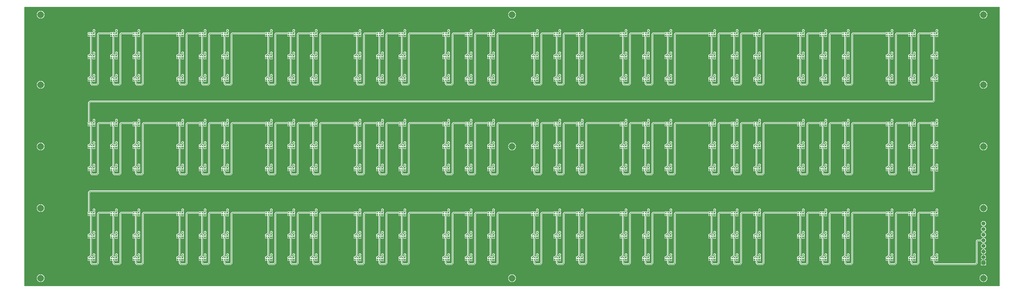
<source format=gtl>
G04 Layer: TopLayer*
G04 EasyEDA v6.5.34, 2023-08-29 14:05:22*
G04 1a86289a42df4e27bbccf9d7e9f42b7b,5a6b42c53f6a479593ecc07194224c93,10*
G04 Gerber Generator version 0.2*
G04 Scale: 100 percent, Rotated: No, Reflected: No *
G04 Dimensions in millimeters *
G04 leading zeros omitted , absolute positions ,4 integer and 5 decimal *
%FSLAX45Y45*%
%MOMM*%

%AMMACRO1*21,1,$1,$2,0,0,$3*%
%ADD10C,0.2540*%
%ADD11R,0.5500X0.5500*%
%ADD12MACRO1,0.54X0.7901X0.0000*%
%ADD13R,0.5400X0.7901*%
%ADD14MACRO1,1.8X1.8X90.0000*%
%ADD15C,1.8000*%
%ADD16C,3.0000*%
%ADD17C,0.6200*%
%ADD18C,0.0130*%

%LPD*%
G36*
X2068068Y279908D02*
G01*
X2064156Y280670D01*
X2060854Y282905D01*
X2058670Y286156D01*
X2057907Y290068D01*
X2057907Y12917881D01*
X2058670Y12921792D01*
X2060854Y12925094D01*
X2064156Y12927279D01*
X2068068Y12928041D01*
X46191830Y12928041D01*
X46195742Y12927279D01*
X46199044Y12925094D01*
X46201228Y12921792D01*
X46201990Y12917881D01*
X46201990Y290068D01*
X46201228Y286156D01*
X46199044Y282905D01*
X46195742Y280670D01*
X46191830Y279908D01*
G37*

%LPC*%
G36*
X23954689Y12585700D02*
G01*
X24117300Y12585700D01*
X24117300Y12748412D01*
X24098453Y12746024D01*
X24080825Y12741859D01*
X24063706Y12735915D01*
X24047348Y12728244D01*
X24031803Y12718948D01*
X24017325Y12708077D01*
X24004016Y12695783D01*
X23992078Y12682169D01*
X23981562Y12667386D01*
X23972672Y12651638D01*
X23965408Y12635026D01*
X23959921Y12617805D01*
X23956213Y12600076D01*
G37*
G36*
X45453300Y459587D02*
G01*
X45453300Y622300D01*
X45290740Y622300D01*
X45292213Y607923D01*
X45295921Y590194D01*
X45301408Y572973D01*
X45308672Y556361D01*
X45317562Y540613D01*
X45328078Y525830D01*
X45340016Y512216D01*
X45353325Y499922D01*
X45367803Y489051D01*
X45383348Y479755D01*
X45399756Y472084D01*
X45416825Y466090D01*
X45434453Y461975D01*
G37*
G36*
X24117300Y459587D02*
G01*
X24117300Y622300D01*
X23954740Y622300D01*
X23956213Y607923D01*
X23959921Y590194D01*
X23965408Y572973D01*
X23972672Y556361D01*
X23981562Y540613D01*
X23992078Y525830D01*
X24004016Y512216D01*
X24017325Y499922D01*
X24031803Y489051D01*
X24047348Y479755D01*
X24063756Y472084D01*
X24080825Y466090D01*
X24098453Y461975D01*
G37*
G36*
X24142700Y459790D02*
G01*
X24152606Y460552D01*
X24170386Y463804D01*
X24187810Y468884D01*
X24204574Y475691D01*
X24220525Y484225D01*
X24235562Y494334D01*
X24249481Y505917D01*
X24262130Y518871D01*
X24273357Y533095D01*
X24283060Y548386D01*
X24291188Y564540D01*
X24297538Y581507D01*
X24302161Y599033D01*
X24304955Y616915D01*
X24305260Y622300D01*
X24142700Y622300D01*
G37*
G36*
X2806700Y459790D02*
G01*
X2816606Y460552D01*
X2834386Y463804D01*
X2851810Y468884D01*
X2868574Y475691D01*
X2884525Y484225D01*
X2899562Y494334D01*
X2913481Y505917D01*
X2926130Y518871D01*
X2937357Y533095D01*
X2947060Y548386D01*
X2955188Y564540D01*
X2961538Y581507D01*
X2966161Y599033D01*
X2968955Y616915D01*
X2969260Y622300D01*
X2806700Y622300D01*
G37*
G36*
X45478700Y459790D02*
G01*
X45488606Y460552D01*
X45506386Y463804D01*
X45523810Y468884D01*
X45540574Y475691D01*
X45556525Y484225D01*
X45571562Y494334D01*
X45585481Y505917D01*
X45598130Y518871D01*
X45609357Y533095D01*
X45619060Y548386D01*
X45627188Y564540D01*
X45633538Y581507D01*
X45638161Y599033D01*
X45640955Y616915D01*
X45641260Y622300D01*
X45478700Y622300D01*
G37*
G36*
X2806700Y647700D02*
G01*
X2969260Y647700D01*
X2968955Y653084D01*
X2966161Y670966D01*
X2961538Y688492D01*
X2955188Y705459D01*
X2947060Y721614D01*
X2937357Y736904D01*
X2926130Y751128D01*
X2913481Y764082D01*
X2899562Y775665D01*
X2884525Y785774D01*
X2868574Y794308D01*
X2851810Y801116D01*
X2834386Y806196D01*
X2816606Y809447D01*
X2806700Y810209D01*
G37*
G36*
X45478700Y647700D02*
G01*
X45641260Y647700D01*
X45640955Y653084D01*
X45638161Y670966D01*
X45633538Y688492D01*
X45627188Y705459D01*
X45619060Y721614D01*
X45609357Y736904D01*
X45598130Y751128D01*
X45585481Y764082D01*
X45571562Y775665D01*
X45556525Y785774D01*
X45540574Y794308D01*
X45523810Y801116D01*
X45506386Y806196D01*
X45488606Y809447D01*
X45478700Y810209D01*
G37*
G36*
X24142700Y647700D02*
G01*
X24305260Y647700D01*
X24304955Y653084D01*
X24302161Y670966D01*
X24297538Y688492D01*
X24291188Y705459D01*
X24283060Y721614D01*
X24273357Y736904D01*
X24262130Y751128D01*
X24249481Y764082D01*
X24235562Y775665D01*
X24220525Y785774D01*
X24204574Y794308D01*
X24187810Y801116D01*
X24170386Y806196D01*
X24152606Y809447D01*
X24142700Y810209D01*
G37*
G36*
X45290740Y647700D02*
G01*
X45453300Y647700D01*
X45453300Y810412D01*
X45434453Y808024D01*
X45416825Y803910D01*
X45399756Y797915D01*
X45383348Y790244D01*
X45367803Y780948D01*
X45353325Y770077D01*
X45340016Y757783D01*
X45328078Y744169D01*
X45317562Y729386D01*
X45308672Y713638D01*
X45301408Y697026D01*
X45295921Y679805D01*
X45292213Y662076D01*
G37*
G36*
X23954740Y647700D02*
G01*
X24117300Y647700D01*
X24117300Y810412D01*
X24098453Y808024D01*
X24080825Y803859D01*
X24063756Y797915D01*
X24047348Y790244D01*
X24031803Y780948D01*
X24017325Y770077D01*
X24004016Y757783D01*
X23992078Y744169D01*
X23981562Y729386D01*
X23972672Y713638D01*
X23965408Y697026D01*
X23959921Y679805D01*
X23956213Y662076D01*
G37*
G36*
X2618740Y647700D02*
G01*
X2781300Y647700D01*
X2781300Y810412D01*
X2762453Y808024D01*
X2744825Y803910D01*
X2727756Y797915D01*
X2711348Y790244D01*
X2695803Y780948D01*
X2681325Y770077D01*
X2668016Y757783D01*
X2656078Y744169D01*
X2645562Y729386D01*
X2636672Y713638D01*
X2629408Y697026D01*
X2623921Y679805D01*
X2620213Y662076D01*
G37*
G36*
X45478700Y1217574D02*
G01*
X45555458Y1217574D01*
X45561758Y1218285D01*
X45567244Y1220216D01*
X45572121Y1223314D01*
X45576236Y1227378D01*
X45579284Y1232306D01*
X45581214Y1237742D01*
X45581925Y1244041D01*
X45581925Y1320800D01*
X45478700Y1320800D01*
G37*
G36*
X45376592Y1217574D02*
G01*
X45453300Y1217574D01*
X45453300Y1320800D01*
X45350125Y1320800D01*
X45350125Y1244041D01*
X45350836Y1237742D01*
X45352716Y1232306D01*
X45355814Y1227378D01*
X45359878Y1223314D01*
X45364806Y1220216D01*
X45370242Y1218285D01*
G37*
G36*
X5131308Y1231392D02*
G01*
X5333492Y1231392D01*
X5341518Y1232154D01*
X5348732Y1234389D01*
X5355437Y1237945D01*
X5361635Y1243025D01*
X5411724Y1293164D01*
X5416854Y1299362D01*
X5420410Y1306017D01*
X5422595Y1313281D01*
X5423408Y1321308D01*
X5423408Y3535781D01*
X5424170Y3539693D01*
X5426354Y3542995D01*
X5445353Y3561943D01*
X5448655Y3564128D01*
X5452516Y3564890D01*
X5939637Y3564890D01*
X5943803Y3563975D01*
X5947257Y3561435D01*
X5949340Y3557676D01*
X5949696Y3553409D01*
X5948222Y3549345D01*
X5946902Y3547211D01*
X5944971Y3541776D01*
X5944260Y3535476D01*
X5944260Y3521201D01*
X5985002Y3521201D01*
X5985002Y3539947D01*
X5985764Y3543858D01*
X5987948Y3547110D01*
X5991250Y3549345D01*
X5995162Y3550107D01*
X6000242Y3550107D01*
X6004102Y3549345D01*
X6007404Y3547110D01*
X6009589Y3543858D01*
X6010402Y3539947D01*
X6010402Y3521201D01*
X6029096Y3521201D01*
X6033008Y3520440D01*
X6036310Y3518255D01*
X6038494Y3514953D01*
X6039256Y3511042D01*
X6039256Y3505962D01*
X6038494Y3502101D01*
X6036310Y3498799D01*
X6033008Y3496614D01*
X6029096Y3495801D01*
X6010402Y3495801D01*
X6010402Y3455111D01*
X6024626Y3455111D01*
X6030925Y3455822D01*
X6036411Y3457752D01*
X6038494Y3459073D01*
X6042558Y3460546D01*
X6046825Y3460191D01*
X6050584Y3458108D01*
X6053175Y3454654D01*
X6054090Y3450437D01*
X6054090Y2702712D01*
X6053277Y2698851D01*
X6051092Y2695549D01*
X5999480Y2643886D01*
X5996178Y2641701D01*
X5992266Y2640939D01*
X5970727Y2640939D01*
X5964428Y2640228D01*
X5958992Y2638298D01*
X5954064Y2635199D01*
X5950000Y2631135D01*
X5946902Y2626207D01*
X5944971Y2620772D01*
X5944260Y2614472D01*
X5944260Y2560574D01*
X5944971Y2554274D01*
X5946902Y2548788D01*
X5949035Y2545435D01*
X5950407Y2541930D01*
X5950407Y2538120D01*
X5949035Y2534615D01*
X5946902Y2531262D01*
X5944971Y2525776D01*
X5944260Y2519476D01*
X5944260Y2505202D01*
X5985002Y2505202D01*
X5985002Y2523947D01*
X5985764Y2527858D01*
X5987948Y2531110D01*
X5991250Y2533345D01*
X5995162Y2534107D01*
X6000242Y2534107D01*
X6004102Y2533345D01*
X6007404Y2531110D01*
X6009589Y2527858D01*
X6010402Y2523947D01*
X6010402Y2505202D01*
X6029096Y2505202D01*
X6033008Y2504440D01*
X6036310Y2502255D01*
X6038494Y2498953D01*
X6039256Y2495042D01*
X6039256Y2489962D01*
X6038494Y2486101D01*
X6036310Y2482799D01*
X6033008Y2480614D01*
X6029096Y2479802D01*
X6010402Y2479802D01*
X6010402Y2439111D01*
X6024626Y2439111D01*
X6030925Y2439822D01*
X6036411Y2441752D01*
X6038494Y2443073D01*
X6042558Y2444546D01*
X6046825Y2444191D01*
X6050584Y2442108D01*
X6053175Y2438654D01*
X6054090Y2434437D01*
X6054090Y1686712D01*
X6053277Y1682851D01*
X6051092Y1679549D01*
X5999480Y1627886D01*
X5996178Y1625701D01*
X5992266Y1624939D01*
X5970727Y1624939D01*
X5964428Y1624228D01*
X5958992Y1622298D01*
X5954064Y1619250D01*
X5950000Y1615135D01*
X5946902Y1610258D01*
X5944971Y1604772D01*
X5944260Y1598472D01*
X5944260Y1544574D01*
X5944971Y1538274D01*
X5946902Y1532788D01*
X5949035Y1529435D01*
X5950407Y1525930D01*
X5950407Y1522120D01*
X5949035Y1518615D01*
X5946902Y1515262D01*
X5944971Y1509776D01*
X5944260Y1503476D01*
X5944260Y1489202D01*
X5985002Y1489202D01*
X5985002Y1507947D01*
X5985764Y1511858D01*
X5987948Y1515160D01*
X5991250Y1517345D01*
X5995162Y1518107D01*
X6000242Y1518107D01*
X6004102Y1517345D01*
X6007404Y1515160D01*
X6009589Y1511858D01*
X6010402Y1507947D01*
X6010402Y1489202D01*
X6029096Y1489202D01*
X6033008Y1488440D01*
X6036310Y1486255D01*
X6038494Y1482953D01*
X6039256Y1479042D01*
X6039256Y1473962D01*
X6038494Y1470101D01*
X6036310Y1466799D01*
X6033008Y1464614D01*
X6029096Y1463802D01*
X6010402Y1463802D01*
X6010402Y1423111D01*
X6024626Y1423111D01*
X6030925Y1423822D01*
X6036411Y1425752D01*
X6038494Y1427073D01*
X6042558Y1428546D01*
X6046825Y1428191D01*
X6050584Y1426108D01*
X6053124Y1422654D01*
X6054039Y1418437D01*
X6054039Y1324610D01*
X6054852Y1316583D01*
X6057036Y1309319D01*
X6060592Y1302664D01*
X6065723Y1296466D01*
X6119114Y1243025D01*
X6125362Y1237945D01*
X6132017Y1234389D01*
X6139230Y1232154D01*
X6147257Y1231392D01*
X6349492Y1231392D01*
X6357467Y1232154D01*
X6364732Y1234389D01*
X6371386Y1237945D01*
X6377635Y1243025D01*
X6427724Y1293164D01*
X6432854Y1299362D01*
X6436410Y1306017D01*
X6438595Y1313281D01*
X6439357Y1321308D01*
X6439357Y3535781D01*
X6440170Y3539693D01*
X6442354Y3542995D01*
X6461302Y3561943D01*
X6464604Y3564128D01*
X6468516Y3564890D01*
X6955637Y3564890D01*
X6959803Y3563975D01*
X6963257Y3561435D01*
X6965340Y3557676D01*
X6965696Y3553409D01*
X6964222Y3549345D01*
X6962902Y3547211D01*
X6960971Y3541776D01*
X6960260Y3535476D01*
X6960260Y3521201D01*
X7001002Y3521201D01*
X7001002Y3539947D01*
X7001764Y3543858D01*
X7003948Y3547110D01*
X7007250Y3549345D01*
X7011162Y3550107D01*
X7016242Y3550107D01*
X7020102Y3549345D01*
X7023404Y3547110D01*
X7025589Y3543858D01*
X7026402Y3539947D01*
X7026402Y3521201D01*
X7045096Y3521201D01*
X7049008Y3520440D01*
X7052259Y3518255D01*
X7054494Y3514953D01*
X7055256Y3511042D01*
X7055256Y3505962D01*
X7054494Y3502101D01*
X7052259Y3498799D01*
X7049008Y3496614D01*
X7045096Y3495801D01*
X7026402Y3495801D01*
X7026402Y3455111D01*
X7040625Y3455111D01*
X7046925Y3455822D01*
X7052411Y3457752D01*
X7054494Y3459073D01*
X7058558Y3460546D01*
X7062825Y3460191D01*
X7066584Y3458108D01*
X7069175Y3454654D01*
X7070090Y3450437D01*
X7070090Y2702712D01*
X7069277Y2698851D01*
X7067092Y2695549D01*
X7015480Y2643886D01*
X7012178Y2641701D01*
X7008266Y2640939D01*
X6986727Y2640939D01*
X6980428Y2640228D01*
X6974941Y2638298D01*
X6970064Y2635199D01*
X6965950Y2631135D01*
X6962902Y2626207D01*
X6960971Y2620772D01*
X6960260Y2614472D01*
X6960260Y2560574D01*
X6960971Y2554274D01*
X6962902Y2548788D01*
X6965035Y2545435D01*
X6966407Y2541930D01*
X6966407Y2538120D01*
X6965035Y2534615D01*
X6962902Y2531262D01*
X6960971Y2525776D01*
X6960260Y2519476D01*
X6960260Y2505202D01*
X7001002Y2505202D01*
X7001002Y2523947D01*
X7001764Y2527858D01*
X7003948Y2531110D01*
X7007250Y2533345D01*
X7011162Y2534107D01*
X7016242Y2534107D01*
X7020102Y2533345D01*
X7023404Y2531110D01*
X7025589Y2527858D01*
X7026402Y2523947D01*
X7026402Y2505202D01*
X7045096Y2505202D01*
X7049008Y2504440D01*
X7052259Y2502255D01*
X7054494Y2498953D01*
X7055256Y2495042D01*
X7055256Y2489962D01*
X7054494Y2486101D01*
X7052259Y2482799D01*
X7049008Y2480614D01*
X7045096Y2479802D01*
X7026402Y2479802D01*
X7026402Y2439111D01*
X7040625Y2439111D01*
X7046925Y2439822D01*
X7052411Y2441752D01*
X7054494Y2443073D01*
X7058558Y2444546D01*
X7062825Y2444191D01*
X7066584Y2442108D01*
X7069175Y2438654D01*
X7070090Y2434437D01*
X7070090Y1686712D01*
X7069277Y1682851D01*
X7067092Y1679549D01*
X7015480Y1627886D01*
X7012178Y1625701D01*
X7008266Y1624939D01*
X6986727Y1624939D01*
X6980428Y1624228D01*
X6974941Y1622298D01*
X6970064Y1619250D01*
X6965950Y1615135D01*
X6962902Y1610258D01*
X6960971Y1604772D01*
X6960260Y1598472D01*
X6960260Y1544574D01*
X6960971Y1538274D01*
X6962902Y1532788D01*
X6965035Y1529435D01*
X6966407Y1525930D01*
X6966407Y1522120D01*
X6965035Y1518615D01*
X6962902Y1515262D01*
X6960971Y1509776D01*
X6960260Y1503476D01*
X6960260Y1489202D01*
X7001002Y1489202D01*
X7001002Y1507947D01*
X7001764Y1511858D01*
X7003948Y1515160D01*
X7007250Y1517345D01*
X7011162Y1518107D01*
X7016242Y1518107D01*
X7020102Y1517345D01*
X7023404Y1515160D01*
X7025589Y1511858D01*
X7026402Y1507947D01*
X7026402Y1489202D01*
X7045096Y1489202D01*
X7049008Y1488440D01*
X7052259Y1486255D01*
X7054494Y1482953D01*
X7055256Y1479042D01*
X7055256Y1473962D01*
X7054494Y1470101D01*
X7052259Y1466799D01*
X7049008Y1464614D01*
X7045096Y1463802D01*
X7026402Y1463802D01*
X7026402Y1423111D01*
X7040625Y1423111D01*
X7046925Y1423822D01*
X7052411Y1425752D01*
X7054494Y1427073D01*
X7058558Y1428546D01*
X7062825Y1428191D01*
X7066584Y1426108D01*
X7069124Y1422654D01*
X7070039Y1418437D01*
X7070039Y1324610D01*
X7070852Y1316583D01*
X7073036Y1309319D01*
X7076592Y1302664D01*
X7081723Y1296466D01*
X7135114Y1243025D01*
X7141362Y1237945D01*
X7148017Y1234389D01*
X7155230Y1232154D01*
X7163257Y1231392D01*
X7365492Y1231392D01*
X7373467Y1232154D01*
X7380731Y1234389D01*
X7387386Y1237945D01*
X7393635Y1243025D01*
X7443724Y1293164D01*
X7448854Y1299362D01*
X7452410Y1306017D01*
X7454595Y1313281D01*
X7455357Y1321308D01*
X7455357Y3535781D01*
X7456170Y3539693D01*
X7458354Y3542995D01*
X7477302Y3561943D01*
X7480604Y3564128D01*
X7484516Y3564890D01*
X8936837Y3564890D01*
X8941003Y3564026D01*
X8944457Y3561435D01*
X8946540Y3557676D01*
X8946896Y3553409D01*
X8945422Y3549345D01*
X8944102Y3547211D01*
X8942171Y3541776D01*
X8941460Y3535476D01*
X8941460Y3521201D01*
X8982202Y3521201D01*
X8982202Y3539947D01*
X8982964Y3543858D01*
X8985148Y3547110D01*
X8988450Y3549345D01*
X8992362Y3550107D01*
X8997442Y3550107D01*
X9001302Y3549345D01*
X9004604Y3547110D01*
X9006789Y3543858D01*
X9007602Y3539947D01*
X9007602Y3521201D01*
X9026296Y3521201D01*
X9030208Y3520440D01*
X9033459Y3518255D01*
X9035694Y3514953D01*
X9036456Y3511042D01*
X9036456Y3505962D01*
X9035694Y3502101D01*
X9033459Y3498799D01*
X9030208Y3496614D01*
X9026296Y3495801D01*
X9007602Y3495801D01*
X9007602Y3455111D01*
X9021826Y3455111D01*
X9028125Y3455822D01*
X9033611Y3457752D01*
X9035694Y3459073D01*
X9039758Y3460546D01*
X9044025Y3460191D01*
X9047784Y3458108D01*
X9050375Y3454654D01*
X9051290Y3450437D01*
X9051290Y2702763D01*
X9050477Y2698851D01*
X9048292Y2695549D01*
X8996629Y2643886D01*
X8993327Y2641701D01*
X8989466Y2640939D01*
X8967927Y2640939D01*
X8961628Y2640228D01*
X8956141Y2638298D01*
X8951264Y2635199D01*
X8947150Y2631135D01*
X8944102Y2626207D01*
X8942171Y2620772D01*
X8941460Y2614472D01*
X8941460Y2560574D01*
X8942171Y2554274D01*
X8944102Y2548788D01*
X8946235Y2545435D01*
X8947607Y2541930D01*
X8947607Y2538120D01*
X8946235Y2534615D01*
X8944102Y2531262D01*
X8942171Y2525776D01*
X8941460Y2519476D01*
X8941460Y2505202D01*
X8982202Y2505202D01*
X8982202Y2523947D01*
X8982964Y2527858D01*
X8985148Y2531110D01*
X8988450Y2533345D01*
X8992362Y2534107D01*
X8997442Y2534107D01*
X9001302Y2533345D01*
X9004604Y2531110D01*
X9006789Y2527858D01*
X9007602Y2523947D01*
X9007602Y2505202D01*
X9026296Y2505202D01*
X9030208Y2504440D01*
X9033459Y2502255D01*
X9035694Y2498953D01*
X9036456Y2495042D01*
X9036456Y2489962D01*
X9035694Y2486101D01*
X9033459Y2482799D01*
X9030208Y2480614D01*
X9026296Y2479802D01*
X9007602Y2479802D01*
X9007602Y2439111D01*
X9021826Y2439111D01*
X9028125Y2439822D01*
X9033611Y2441752D01*
X9035694Y2443073D01*
X9039758Y2444546D01*
X9044025Y2444191D01*
X9047784Y2442108D01*
X9050375Y2438654D01*
X9051290Y2434437D01*
X9051290Y1686763D01*
X9050477Y1682851D01*
X9048292Y1679549D01*
X8996629Y1627886D01*
X8993327Y1625701D01*
X8989466Y1624939D01*
X8967927Y1624939D01*
X8961628Y1624228D01*
X8956141Y1622298D01*
X8951264Y1619250D01*
X8947150Y1615135D01*
X8944102Y1610258D01*
X8942171Y1604772D01*
X8941460Y1598472D01*
X8941460Y1544574D01*
X8942171Y1538274D01*
X8944102Y1532788D01*
X8946235Y1529435D01*
X8947607Y1525930D01*
X8947607Y1522120D01*
X8946235Y1518615D01*
X8944102Y1515262D01*
X8942171Y1509776D01*
X8941460Y1503476D01*
X8941460Y1489202D01*
X8982202Y1489202D01*
X8982202Y1507947D01*
X8982964Y1511858D01*
X8985148Y1515160D01*
X8988450Y1517345D01*
X8992362Y1518107D01*
X8997442Y1518107D01*
X9001302Y1517345D01*
X9004604Y1515160D01*
X9006789Y1511858D01*
X9007602Y1507947D01*
X9007602Y1489202D01*
X9026296Y1489202D01*
X9030208Y1488440D01*
X9033459Y1486255D01*
X9035694Y1482953D01*
X9036456Y1479042D01*
X9036456Y1473962D01*
X9035694Y1470101D01*
X9033459Y1466799D01*
X9030208Y1464614D01*
X9026296Y1463802D01*
X9007602Y1463802D01*
X9007602Y1423111D01*
X9021826Y1423111D01*
X9028125Y1423822D01*
X9033611Y1425752D01*
X9035694Y1427073D01*
X9039758Y1428546D01*
X9044025Y1428191D01*
X9047784Y1426108D01*
X9050324Y1422654D01*
X9051239Y1418437D01*
X9051239Y1324610D01*
X9052052Y1316583D01*
X9054236Y1309319D01*
X9057792Y1302664D01*
X9062923Y1296466D01*
X9116314Y1243025D01*
X9122562Y1237945D01*
X9129217Y1234389D01*
X9136430Y1232154D01*
X9144457Y1231392D01*
X9346692Y1231392D01*
X9354667Y1232154D01*
X9361932Y1234389D01*
X9368586Y1237945D01*
X9374835Y1243025D01*
X9424924Y1293164D01*
X9430054Y1299362D01*
X9433610Y1306017D01*
X9435795Y1313281D01*
X9436557Y1321308D01*
X9436557Y3535781D01*
X9437370Y3539693D01*
X9439554Y3542995D01*
X9458502Y3561943D01*
X9461804Y3564128D01*
X9465716Y3564890D01*
X9952786Y3564890D01*
X9957003Y3563975D01*
X9960457Y3561435D01*
X9962540Y3557676D01*
X9962896Y3553409D01*
X9961422Y3549345D01*
X9960102Y3547211D01*
X9958171Y3541776D01*
X9957460Y3535476D01*
X9957460Y3521201D01*
X9998151Y3521201D01*
X9998151Y3539947D01*
X9998964Y3543858D01*
X10001148Y3547110D01*
X10004450Y3549345D01*
X10008311Y3550107D01*
X10013391Y3550107D01*
X10017302Y3549345D01*
X10020604Y3547110D01*
X10022789Y3543858D01*
X10023551Y3539947D01*
X10023551Y3521201D01*
X10042296Y3521201D01*
X10046157Y3520440D01*
X10049459Y3518255D01*
X10051694Y3514953D01*
X10052456Y3511042D01*
X10052456Y3505962D01*
X10051694Y3502101D01*
X10049459Y3498799D01*
X10046157Y3496614D01*
X10042296Y3495801D01*
X10023551Y3495801D01*
X10023551Y3455111D01*
X10037826Y3455111D01*
X10044125Y3455822D01*
X10049611Y3457752D01*
X10051694Y3459073D01*
X10055758Y3460546D01*
X10060025Y3460191D01*
X10063784Y3458108D01*
X10066375Y3454654D01*
X10067290Y3450437D01*
X10067290Y2702763D01*
X10066477Y2698851D01*
X10064292Y2695549D01*
X10012629Y2643886D01*
X10009327Y2641701D01*
X10005466Y2640939D01*
X9983927Y2640939D01*
X9977628Y2640228D01*
X9972141Y2638298D01*
X9967264Y2635199D01*
X9963150Y2631135D01*
X9960102Y2626207D01*
X9958171Y2620772D01*
X9957460Y2614472D01*
X9957460Y2560574D01*
X9958171Y2554274D01*
X9960102Y2548788D01*
X9962235Y2545435D01*
X9963607Y2541930D01*
X9963607Y2538120D01*
X9962235Y2534615D01*
X9960102Y2531262D01*
X9958171Y2525776D01*
X9957460Y2519476D01*
X9957460Y2505202D01*
X9998151Y2505202D01*
X9998151Y2523947D01*
X9998964Y2527858D01*
X10001148Y2531110D01*
X10004450Y2533345D01*
X10008311Y2534107D01*
X10013391Y2534107D01*
X10017302Y2533345D01*
X10020604Y2531110D01*
X10022789Y2527858D01*
X10023551Y2523947D01*
X10023551Y2505202D01*
X10042296Y2505202D01*
X10046157Y2504440D01*
X10049459Y2502255D01*
X10051694Y2498953D01*
X10052456Y2495042D01*
X10052456Y2489962D01*
X10051694Y2486101D01*
X10049459Y2482799D01*
X10046157Y2480614D01*
X10042296Y2479802D01*
X10023551Y2479802D01*
X10023551Y2439111D01*
X10037826Y2439111D01*
X10044125Y2439822D01*
X10049611Y2441752D01*
X10051694Y2443073D01*
X10055758Y2444546D01*
X10060025Y2444191D01*
X10063784Y2442108D01*
X10066375Y2438654D01*
X10067290Y2434488D01*
X10067290Y1686763D01*
X10066477Y1682851D01*
X10064292Y1679549D01*
X10012629Y1627886D01*
X10009327Y1625701D01*
X10005466Y1624939D01*
X9983927Y1624939D01*
X9977628Y1624228D01*
X9972141Y1622298D01*
X9967264Y1619250D01*
X9963150Y1615135D01*
X9960102Y1610258D01*
X9958171Y1604772D01*
X9957460Y1598472D01*
X9957460Y1544574D01*
X9958171Y1538274D01*
X9960102Y1532788D01*
X9962235Y1529435D01*
X9963607Y1525930D01*
X9963607Y1522120D01*
X9962235Y1518615D01*
X9960102Y1515262D01*
X9958171Y1509776D01*
X9957460Y1503476D01*
X9957460Y1489202D01*
X9998151Y1489202D01*
X9998151Y1507947D01*
X9998964Y1511858D01*
X10001148Y1515160D01*
X10004450Y1517345D01*
X10008311Y1518107D01*
X10013391Y1518107D01*
X10017302Y1517345D01*
X10020604Y1515160D01*
X10022789Y1511858D01*
X10023551Y1507947D01*
X10023551Y1489202D01*
X10042296Y1489202D01*
X10046157Y1488440D01*
X10049459Y1486255D01*
X10051694Y1482953D01*
X10052456Y1479042D01*
X10052456Y1473962D01*
X10051694Y1470101D01*
X10049459Y1466799D01*
X10046157Y1464614D01*
X10042296Y1463802D01*
X10023551Y1463802D01*
X10023551Y1423111D01*
X10037826Y1423111D01*
X10044125Y1423822D01*
X10049611Y1425752D01*
X10051694Y1427073D01*
X10055758Y1428546D01*
X10060025Y1428191D01*
X10063784Y1426108D01*
X10066324Y1422654D01*
X10067239Y1418488D01*
X10067239Y1324610D01*
X10068052Y1316583D01*
X10070236Y1309319D01*
X10073792Y1302664D01*
X10078923Y1296466D01*
X10132314Y1243025D01*
X10138562Y1237945D01*
X10145217Y1234389D01*
X10152430Y1232154D01*
X10160457Y1231392D01*
X10362692Y1231392D01*
X10370667Y1232154D01*
X10377932Y1234389D01*
X10384586Y1237945D01*
X10390835Y1243025D01*
X10440924Y1293164D01*
X10446054Y1299362D01*
X10449610Y1306017D01*
X10451795Y1313281D01*
X10452557Y1321308D01*
X10452557Y3535781D01*
X10453370Y3539693D01*
X10455554Y3542995D01*
X10474502Y3561943D01*
X10477804Y3564128D01*
X10481716Y3564890D01*
X10968786Y3564890D01*
X10973003Y3563975D01*
X10976457Y3561435D01*
X10978540Y3557676D01*
X10978896Y3553409D01*
X10977422Y3549345D01*
X10976102Y3547211D01*
X10974171Y3541776D01*
X10973460Y3535476D01*
X10973460Y3521201D01*
X11014151Y3521201D01*
X11014151Y3539947D01*
X11014964Y3543858D01*
X11017148Y3547110D01*
X11020450Y3549345D01*
X11024311Y3550107D01*
X11029391Y3550107D01*
X11033302Y3549345D01*
X11036604Y3547110D01*
X11038789Y3543858D01*
X11039551Y3539947D01*
X11039551Y3521201D01*
X11058296Y3521201D01*
X11062157Y3520440D01*
X11065459Y3518255D01*
X11067694Y3514953D01*
X11068456Y3511042D01*
X11068456Y3505962D01*
X11067694Y3502101D01*
X11065459Y3498799D01*
X11062157Y3496614D01*
X11058296Y3495801D01*
X11039551Y3495801D01*
X11039551Y3455111D01*
X11053826Y3455111D01*
X11060125Y3455822D01*
X11065560Y3457752D01*
X11067694Y3459073D01*
X11071758Y3460546D01*
X11076025Y3460191D01*
X11079784Y3458108D01*
X11082375Y3454654D01*
X11083290Y3450437D01*
X11083290Y2702763D01*
X11082477Y2698851D01*
X11080292Y2695549D01*
X11028629Y2643886D01*
X11025327Y2641701D01*
X11021466Y2640939D01*
X10999927Y2640939D01*
X10993628Y2640228D01*
X10988141Y2638298D01*
X10983264Y2635199D01*
X10979150Y2631135D01*
X10976102Y2626207D01*
X10974171Y2620772D01*
X10973460Y2614472D01*
X10973460Y2560574D01*
X10974171Y2554274D01*
X10976102Y2548788D01*
X10978184Y2545435D01*
X10979607Y2541930D01*
X10979607Y2538120D01*
X10978184Y2534615D01*
X10976102Y2531262D01*
X10974171Y2525776D01*
X10973460Y2519476D01*
X10973460Y2505202D01*
X11014151Y2505202D01*
X11014151Y2523947D01*
X11014964Y2527858D01*
X11017148Y2531110D01*
X11020450Y2533345D01*
X11024311Y2534107D01*
X11029391Y2534107D01*
X11033302Y2533345D01*
X11036604Y2531110D01*
X11038789Y2527858D01*
X11039551Y2523947D01*
X11039551Y2505202D01*
X11058296Y2505202D01*
X11062157Y2504440D01*
X11065459Y2502255D01*
X11067694Y2498953D01*
X11068456Y2495042D01*
X11068456Y2489962D01*
X11067694Y2486101D01*
X11065459Y2482799D01*
X11062157Y2480614D01*
X11058296Y2479802D01*
X11039551Y2479802D01*
X11039551Y2439111D01*
X11053826Y2439111D01*
X11060125Y2439822D01*
X11065560Y2441752D01*
X11067694Y2443073D01*
X11071758Y2444546D01*
X11076025Y2444191D01*
X11079784Y2442108D01*
X11082375Y2438654D01*
X11083290Y2434488D01*
X11083290Y1686763D01*
X11082477Y1682851D01*
X11080292Y1679549D01*
X11028629Y1627886D01*
X11025327Y1625701D01*
X11021466Y1624939D01*
X10999927Y1624939D01*
X10993628Y1624228D01*
X10988141Y1622298D01*
X10983264Y1619250D01*
X10979150Y1615135D01*
X10976102Y1610258D01*
X10974171Y1604772D01*
X10973460Y1598472D01*
X10973460Y1544574D01*
X10974171Y1538274D01*
X10976102Y1532788D01*
X10978184Y1529435D01*
X10979607Y1525930D01*
X10979607Y1522120D01*
X10978184Y1518615D01*
X10976102Y1515262D01*
X10974171Y1509776D01*
X10973460Y1503476D01*
X10973460Y1489202D01*
X11014151Y1489202D01*
X11014151Y1507947D01*
X11014964Y1511858D01*
X11017148Y1515160D01*
X11020450Y1517345D01*
X11024311Y1518107D01*
X11029391Y1518107D01*
X11033302Y1517345D01*
X11036604Y1515160D01*
X11038789Y1511858D01*
X11039551Y1507947D01*
X11039551Y1489202D01*
X11058296Y1489202D01*
X11062157Y1488440D01*
X11065459Y1486255D01*
X11067694Y1482953D01*
X11068456Y1479042D01*
X11068456Y1473962D01*
X11067694Y1470101D01*
X11065459Y1466799D01*
X11062157Y1464614D01*
X11058296Y1463802D01*
X11039551Y1463802D01*
X11039551Y1423111D01*
X11053826Y1423111D01*
X11060125Y1423822D01*
X11065560Y1425752D01*
X11067694Y1427073D01*
X11071758Y1428546D01*
X11076025Y1428191D01*
X11079784Y1426108D01*
X11082324Y1422654D01*
X11083239Y1418488D01*
X11083239Y1324610D01*
X11084052Y1316583D01*
X11086236Y1309319D01*
X11089792Y1302664D01*
X11094923Y1296466D01*
X11148314Y1243025D01*
X11154562Y1237945D01*
X11161217Y1234389D01*
X11168430Y1232154D01*
X11176457Y1231392D01*
X11378692Y1231392D01*
X11386667Y1232154D01*
X11393932Y1234389D01*
X11400586Y1237945D01*
X11406835Y1243025D01*
X11456924Y1293164D01*
X11462054Y1299362D01*
X11465610Y1306017D01*
X11467795Y1313281D01*
X11468557Y1321308D01*
X11468557Y3535781D01*
X11469370Y3539693D01*
X11471554Y3542995D01*
X11490502Y3561943D01*
X11493804Y3564128D01*
X11497716Y3564890D01*
X12949986Y3564890D01*
X12954203Y3564026D01*
X12957657Y3561435D01*
X12959740Y3557676D01*
X12960096Y3553409D01*
X12958622Y3549345D01*
X12957302Y3547211D01*
X12955371Y3541776D01*
X12954660Y3535476D01*
X12954660Y3521201D01*
X12995351Y3521201D01*
X12995351Y3539947D01*
X12996164Y3543858D01*
X12998348Y3547110D01*
X13001650Y3549345D01*
X13005511Y3550107D01*
X13010591Y3550107D01*
X13014502Y3549345D01*
X13017804Y3547110D01*
X13019989Y3543858D01*
X13020751Y3539947D01*
X13020751Y3521201D01*
X13039496Y3521201D01*
X13043357Y3520440D01*
X13046659Y3518255D01*
X13048894Y3514953D01*
X13049656Y3511042D01*
X13049656Y3505962D01*
X13048894Y3502101D01*
X13046659Y3498799D01*
X13043357Y3496614D01*
X13039496Y3495801D01*
X13020751Y3495801D01*
X13020751Y3455111D01*
X13034975Y3455111D01*
X13041325Y3455822D01*
X13046760Y3457752D01*
X13048894Y3459073D01*
X13052958Y3460546D01*
X13057225Y3460191D01*
X13060984Y3458108D01*
X13063575Y3454654D01*
X13064490Y3450488D01*
X13064490Y2702763D01*
X13063677Y2698851D01*
X13061492Y2695549D01*
X13009829Y2643886D01*
X13006527Y2641701D01*
X13002666Y2640939D01*
X12981127Y2640939D01*
X12974828Y2640228D01*
X12969341Y2638298D01*
X12964464Y2635199D01*
X12960350Y2631135D01*
X12957302Y2626207D01*
X12955371Y2620772D01*
X12954660Y2614472D01*
X12954660Y2560574D01*
X12955371Y2554274D01*
X12957302Y2548788D01*
X12959384Y2545435D01*
X12960807Y2541930D01*
X12960807Y2538120D01*
X12959384Y2534615D01*
X12957302Y2531262D01*
X12955371Y2525776D01*
X12954660Y2519476D01*
X12954660Y2505202D01*
X12995351Y2505202D01*
X12995351Y2523947D01*
X12996164Y2527858D01*
X12998348Y2531110D01*
X13001650Y2533345D01*
X13005511Y2534107D01*
X13010591Y2534107D01*
X13014502Y2533345D01*
X13017804Y2531110D01*
X13019989Y2527858D01*
X13020751Y2523947D01*
X13020751Y2505202D01*
X13039496Y2505202D01*
X13043357Y2504440D01*
X13046659Y2502255D01*
X13048894Y2498953D01*
X13049656Y2495042D01*
X13049656Y2489962D01*
X13048894Y2486101D01*
X13046659Y2482799D01*
X13043357Y2480614D01*
X13039496Y2479802D01*
X13020751Y2479802D01*
X13020751Y2439111D01*
X13034975Y2439111D01*
X13041325Y2439822D01*
X13046760Y2441752D01*
X13048894Y2443073D01*
X13052958Y2444546D01*
X13057225Y2444191D01*
X13060984Y2442108D01*
X13063575Y2438654D01*
X13064490Y2434488D01*
X13064490Y1686763D01*
X13063677Y1682851D01*
X13061492Y1679549D01*
X13009829Y1627886D01*
X13006527Y1625701D01*
X13002666Y1624939D01*
X12981127Y1624939D01*
X12974828Y1624228D01*
X12969341Y1622298D01*
X12964464Y1619250D01*
X12960350Y1615135D01*
X12957302Y1610258D01*
X12955371Y1604772D01*
X12954660Y1598472D01*
X12954660Y1544574D01*
X12955371Y1538274D01*
X12957302Y1532788D01*
X12959384Y1529435D01*
X12960807Y1525930D01*
X12960807Y1522120D01*
X12959384Y1518615D01*
X12957302Y1515262D01*
X12955371Y1509776D01*
X12954660Y1503476D01*
X12954660Y1489202D01*
X12995351Y1489202D01*
X12995351Y1507947D01*
X12996164Y1511858D01*
X12998348Y1515160D01*
X13001650Y1517345D01*
X13005511Y1518107D01*
X13010591Y1518107D01*
X13014502Y1517345D01*
X13017804Y1515160D01*
X13019989Y1511858D01*
X13020751Y1507947D01*
X13020751Y1489202D01*
X13039496Y1489202D01*
X13043357Y1488440D01*
X13046659Y1486255D01*
X13048894Y1482953D01*
X13049656Y1479042D01*
X13049656Y1473962D01*
X13048894Y1470101D01*
X13046659Y1466799D01*
X13043357Y1464614D01*
X13039496Y1463802D01*
X13020751Y1463802D01*
X13020751Y1423111D01*
X13034975Y1423111D01*
X13041325Y1423822D01*
X13046760Y1425752D01*
X13048894Y1427073D01*
X13052958Y1428546D01*
X13057225Y1428191D01*
X13060984Y1426108D01*
X13063524Y1422654D01*
X13064439Y1418488D01*
X13064439Y1324610D01*
X13065252Y1316583D01*
X13067436Y1309319D01*
X13070992Y1302664D01*
X13076123Y1296466D01*
X13129513Y1243025D01*
X13135762Y1237945D01*
X13142417Y1234389D01*
X13149630Y1232154D01*
X13157657Y1231392D01*
X13359892Y1231392D01*
X13367867Y1232154D01*
X13375132Y1234389D01*
X13381786Y1237945D01*
X13388035Y1243025D01*
X13438124Y1293164D01*
X13443254Y1299362D01*
X13446810Y1306017D01*
X13448995Y1313281D01*
X13449757Y1321308D01*
X13449757Y3535781D01*
X13450569Y3539693D01*
X13452754Y3542995D01*
X13471702Y3561943D01*
X13475004Y3564128D01*
X13478916Y3564890D01*
X13965986Y3564890D01*
X13970203Y3563975D01*
X13973657Y3561435D01*
X13975740Y3557676D01*
X13976045Y3553409D01*
X13974622Y3549345D01*
X13973301Y3547211D01*
X13971371Y3541776D01*
X13970660Y3535476D01*
X13970660Y3521201D01*
X14011351Y3521201D01*
X14011351Y3539947D01*
X14012163Y3543858D01*
X14014348Y3547110D01*
X14017650Y3549345D01*
X14021511Y3550107D01*
X14026591Y3550107D01*
X14030502Y3549345D01*
X14033804Y3547110D01*
X14035989Y3543858D01*
X14036751Y3539947D01*
X14036751Y3521201D01*
X14055496Y3521201D01*
X14059357Y3520440D01*
X14062659Y3518255D01*
X14064894Y3514953D01*
X14065656Y3511042D01*
X14065656Y3505962D01*
X14064894Y3502101D01*
X14062659Y3498799D01*
X14059357Y3496614D01*
X14055496Y3495801D01*
X14036751Y3495801D01*
X14036751Y3455111D01*
X14050975Y3455111D01*
X14057325Y3455822D01*
X14062760Y3457752D01*
X14064894Y3459073D01*
X14068958Y3460546D01*
X14073225Y3460191D01*
X14076984Y3458108D01*
X14079575Y3454654D01*
X14080490Y3450488D01*
X14080490Y2702763D01*
X14079677Y2698851D01*
X14077492Y2695549D01*
X14025829Y2643886D01*
X14022527Y2641701D01*
X14018666Y2640939D01*
X13997127Y2640939D01*
X13990828Y2640228D01*
X13985341Y2638298D01*
X13980464Y2635199D01*
X13976350Y2631135D01*
X13973301Y2626207D01*
X13971371Y2620772D01*
X13970660Y2614472D01*
X13970660Y2560574D01*
X13971371Y2554274D01*
X13973301Y2548788D01*
X13975384Y2545435D01*
X13976807Y2541930D01*
X13976807Y2538120D01*
X13975384Y2534615D01*
X13973301Y2531262D01*
X13971371Y2525776D01*
X13970660Y2519476D01*
X13970660Y2505202D01*
X14011351Y2505202D01*
X14011351Y2523947D01*
X14012163Y2527858D01*
X14014348Y2531110D01*
X14017650Y2533345D01*
X14021511Y2534107D01*
X14026591Y2534107D01*
X14030502Y2533345D01*
X14033804Y2531110D01*
X14035989Y2527858D01*
X14036751Y2523947D01*
X14036751Y2505202D01*
X14055496Y2505202D01*
X14059357Y2504440D01*
X14062659Y2502255D01*
X14064894Y2498953D01*
X14065656Y2495042D01*
X14065656Y2489962D01*
X14064894Y2486101D01*
X14062659Y2482799D01*
X14059357Y2480614D01*
X14055496Y2479802D01*
X14036751Y2479802D01*
X14036751Y2439111D01*
X14050975Y2439111D01*
X14057325Y2439822D01*
X14062760Y2441752D01*
X14064894Y2443073D01*
X14068958Y2444546D01*
X14073225Y2444191D01*
X14076984Y2442108D01*
X14079575Y2438654D01*
X14080490Y2434488D01*
X14080490Y1686763D01*
X14079677Y1682851D01*
X14077492Y1679549D01*
X14025829Y1627886D01*
X14022527Y1625701D01*
X14018666Y1624939D01*
X13997127Y1624939D01*
X13990828Y1624228D01*
X13985341Y1622298D01*
X13980464Y1619250D01*
X13976350Y1615135D01*
X13973301Y1610258D01*
X13971371Y1604772D01*
X13970660Y1598472D01*
X13970660Y1544574D01*
X13971371Y1538274D01*
X13973301Y1532788D01*
X13975384Y1529435D01*
X13976807Y1525930D01*
X13976807Y1522120D01*
X13975384Y1518615D01*
X13973301Y1515262D01*
X13971371Y1509776D01*
X13970660Y1503476D01*
X13970660Y1489202D01*
X14011351Y1489202D01*
X14011351Y1507947D01*
X14012163Y1511858D01*
X14014348Y1515160D01*
X14017650Y1517345D01*
X14021511Y1518107D01*
X14026591Y1518107D01*
X14030502Y1517345D01*
X14033804Y1515160D01*
X14035989Y1511858D01*
X14036751Y1507947D01*
X14036751Y1489202D01*
X14055496Y1489202D01*
X14059357Y1488440D01*
X14062659Y1486255D01*
X14064894Y1482953D01*
X14065656Y1479042D01*
X14065656Y1473962D01*
X14064894Y1470101D01*
X14062659Y1466799D01*
X14059357Y1464614D01*
X14055496Y1463802D01*
X14036751Y1463802D01*
X14036751Y1423111D01*
X14050975Y1423111D01*
X14057325Y1423822D01*
X14062760Y1425752D01*
X14064894Y1427073D01*
X14068958Y1428546D01*
X14073225Y1428191D01*
X14076984Y1426108D01*
X14079524Y1422654D01*
X14080439Y1418488D01*
X14080439Y1324610D01*
X14081251Y1316583D01*
X14083436Y1309319D01*
X14086992Y1302664D01*
X14092123Y1296466D01*
X14145513Y1243025D01*
X14151762Y1237945D01*
X14158417Y1234389D01*
X14165630Y1232154D01*
X14173657Y1231392D01*
X14375892Y1231392D01*
X14383867Y1232154D01*
X14391132Y1234389D01*
X14397786Y1237945D01*
X14404035Y1243025D01*
X14454124Y1293164D01*
X14459254Y1299362D01*
X14462810Y1306017D01*
X14464995Y1313281D01*
X14465757Y1321308D01*
X14465757Y3535781D01*
X14466569Y3539693D01*
X14468754Y3542995D01*
X14487702Y3561943D01*
X14491004Y3564128D01*
X14494916Y3564890D01*
X14981986Y3564890D01*
X14986203Y3563975D01*
X14989657Y3561435D01*
X14991740Y3557676D01*
X14992045Y3553409D01*
X14990622Y3549345D01*
X14989301Y3547211D01*
X14987371Y3541776D01*
X14986660Y3535476D01*
X14986660Y3521201D01*
X15027351Y3521201D01*
X15027351Y3539947D01*
X15028113Y3543858D01*
X15030348Y3547110D01*
X15033650Y3549345D01*
X15037511Y3550107D01*
X15042591Y3550107D01*
X15046502Y3549345D01*
X15049804Y3547110D01*
X15051989Y3543858D01*
X15052751Y3539947D01*
X15052751Y3521201D01*
X15071496Y3521201D01*
X15075357Y3520440D01*
X15078659Y3518255D01*
X15080894Y3514953D01*
X15081656Y3511042D01*
X15081656Y3505962D01*
X15080894Y3502101D01*
X15078659Y3498799D01*
X15075357Y3496614D01*
X15071496Y3495801D01*
X15052751Y3495801D01*
X15052751Y3455111D01*
X15066975Y3455111D01*
X15073325Y3455822D01*
X15078760Y3457752D01*
X15080894Y3459073D01*
X15084958Y3460546D01*
X15089225Y3460191D01*
X15092984Y3458108D01*
X15095575Y3454654D01*
X15096490Y3450488D01*
X15096490Y2702763D01*
X15095677Y2698851D01*
X15093492Y2695549D01*
X15041829Y2643886D01*
X15038527Y2641701D01*
X15034666Y2640939D01*
X15013127Y2640939D01*
X15006828Y2640228D01*
X15001341Y2638298D01*
X14996464Y2635199D01*
X14992350Y2631135D01*
X14989301Y2626207D01*
X14987371Y2620772D01*
X14986660Y2614472D01*
X14986660Y2560574D01*
X14987371Y2554274D01*
X14989301Y2548788D01*
X14991384Y2545435D01*
X14992756Y2541930D01*
X14992756Y2538120D01*
X14991384Y2534615D01*
X14989301Y2531262D01*
X14987371Y2525776D01*
X14986660Y2519476D01*
X14986660Y2505202D01*
X15027351Y2505202D01*
X15027351Y2523947D01*
X15028113Y2527858D01*
X15030348Y2531110D01*
X15033650Y2533345D01*
X15037511Y2534107D01*
X15042591Y2534107D01*
X15046502Y2533345D01*
X15049804Y2531110D01*
X15051989Y2527858D01*
X15052751Y2523947D01*
X15052751Y2505202D01*
X15071496Y2505202D01*
X15075357Y2504440D01*
X15078659Y2502255D01*
X15080894Y2498953D01*
X15081656Y2495042D01*
X15081656Y2489962D01*
X15080894Y2486101D01*
X15078659Y2482799D01*
X15075357Y2480614D01*
X15071496Y2479802D01*
X15052751Y2479802D01*
X15052751Y2439111D01*
X15066975Y2439111D01*
X15073325Y2439822D01*
X15078760Y2441752D01*
X15080894Y2443073D01*
X15084958Y2444546D01*
X15089225Y2444191D01*
X15092984Y2442108D01*
X15095575Y2438654D01*
X15096490Y2434488D01*
X15096490Y1686763D01*
X15095677Y1682851D01*
X15093492Y1679549D01*
X15041829Y1627886D01*
X15038527Y1625701D01*
X15034666Y1624939D01*
X15013127Y1624939D01*
X15006828Y1624228D01*
X15001341Y1622298D01*
X14996464Y1619250D01*
X14992350Y1615135D01*
X14989301Y1610258D01*
X14987371Y1604772D01*
X14986660Y1598472D01*
X14986660Y1544574D01*
X14987371Y1538274D01*
X14989301Y1532788D01*
X14991384Y1529435D01*
X14992756Y1525930D01*
X14992756Y1522120D01*
X14991384Y1518615D01*
X14989301Y1515262D01*
X14987371Y1509776D01*
X14986660Y1503476D01*
X14986660Y1489202D01*
X15027351Y1489202D01*
X15027351Y1507947D01*
X15028113Y1511858D01*
X15030348Y1515160D01*
X15033650Y1517345D01*
X15037511Y1518107D01*
X15042591Y1518107D01*
X15046502Y1517345D01*
X15049804Y1515160D01*
X15051989Y1511858D01*
X15052751Y1507947D01*
X15052751Y1489202D01*
X15071496Y1489202D01*
X15075357Y1488440D01*
X15078659Y1486255D01*
X15080894Y1482953D01*
X15081656Y1479042D01*
X15081656Y1473962D01*
X15080894Y1470101D01*
X15078659Y1466799D01*
X15075357Y1464614D01*
X15071496Y1463802D01*
X15052751Y1463802D01*
X15052751Y1423111D01*
X15066975Y1423111D01*
X15073325Y1423822D01*
X15078760Y1425752D01*
X15080894Y1427073D01*
X15084958Y1428546D01*
X15089225Y1428191D01*
X15092984Y1426108D01*
X15095524Y1422654D01*
X15096439Y1418488D01*
X15096439Y1324610D01*
X15097251Y1316583D01*
X15099436Y1309319D01*
X15102992Y1302664D01*
X15108123Y1296466D01*
X15161513Y1243025D01*
X15167762Y1237945D01*
X15174417Y1234389D01*
X15181630Y1232154D01*
X15189657Y1231392D01*
X15391892Y1231392D01*
X15399867Y1232154D01*
X15407132Y1234389D01*
X15413786Y1237945D01*
X15420035Y1243025D01*
X15470124Y1293164D01*
X15475254Y1299362D01*
X15478810Y1306017D01*
X15480995Y1313281D01*
X15481757Y1321308D01*
X15481757Y3535781D01*
X15482569Y3539693D01*
X15484754Y3542995D01*
X15503702Y3561943D01*
X15507004Y3564128D01*
X15510916Y3564890D01*
X16963186Y3564890D01*
X16967403Y3564026D01*
X16970857Y3561435D01*
X16972940Y3557676D01*
X16973245Y3553409D01*
X16971822Y3549345D01*
X16970451Y3547211D01*
X16968571Y3541776D01*
X16967860Y3535476D01*
X16967860Y3521201D01*
X17008551Y3521201D01*
X17008551Y3539947D01*
X17009313Y3543858D01*
X17011548Y3547110D01*
X17014850Y3549345D01*
X17018711Y3550107D01*
X17023791Y3550107D01*
X17027702Y3549345D01*
X17031004Y3547110D01*
X17033189Y3543858D01*
X17033951Y3539947D01*
X17033951Y3521201D01*
X17052696Y3521201D01*
X17056557Y3520440D01*
X17059859Y3518255D01*
X17062043Y3514953D01*
X17062856Y3511042D01*
X17062856Y3505962D01*
X17062043Y3502101D01*
X17059859Y3498799D01*
X17056557Y3496614D01*
X17052696Y3495801D01*
X17033951Y3495801D01*
X17033951Y3455111D01*
X17048175Y3455111D01*
X17054525Y3455822D01*
X17059960Y3457752D01*
X17062094Y3459073D01*
X17066158Y3460546D01*
X17070425Y3460191D01*
X17074184Y3458108D01*
X17076775Y3454654D01*
X17077690Y3450488D01*
X17077690Y2702763D01*
X17076877Y2698851D01*
X17074692Y2695549D01*
X17023029Y2643886D01*
X17019727Y2641701D01*
X17015866Y2640939D01*
X16994327Y2640939D01*
X16988028Y2640228D01*
X16982541Y2638298D01*
X16977664Y2635199D01*
X16973550Y2631135D01*
X16970451Y2626207D01*
X16968571Y2620772D01*
X16967860Y2614472D01*
X16967860Y2560574D01*
X16968571Y2554274D01*
X16970451Y2548788D01*
X16972584Y2545435D01*
X16973956Y2541930D01*
X16973956Y2538120D01*
X16972584Y2534615D01*
X16970451Y2531262D01*
X16968571Y2525776D01*
X16967860Y2519476D01*
X16967860Y2505202D01*
X17008551Y2505202D01*
X17008551Y2523947D01*
X17009313Y2527858D01*
X17011548Y2531110D01*
X17014850Y2533345D01*
X17018711Y2534107D01*
X17023791Y2534107D01*
X17027702Y2533345D01*
X17031004Y2531110D01*
X17033189Y2527858D01*
X17033951Y2523947D01*
X17033951Y2505202D01*
X17052696Y2505202D01*
X17056557Y2504440D01*
X17059859Y2502255D01*
X17062043Y2498953D01*
X17062856Y2495042D01*
X17062856Y2489962D01*
X17062043Y2486101D01*
X17059859Y2482799D01*
X17056557Y2480614D01*
X17052696Y2479802D01*
X17033951Y2479802D01*
X17033951Y2439111D01*
X17048175Y2439111D01*
X17054525Y2439822D01*
X17059960Y2441752D01*
X17062094Y2443073D01*
X17066158Y2444546D01*
X17070425Y2444191D01*
X17074184Y2442108D01*
X17076775Y2438654D01*
X17077690Y2434488D01*
X17077690Y1686763D01*
X17076877Y1682851D01*
X17074692Y1679549D01*
X17023029Y1627886D01*
X17019727Y1625701D01*
X17015866Y1624939D01*
X16994327Y1624939D01*
X16988028Y1624228D01*
X16982541Y1622298D01*
X16977664Y1619250D01*
X16973550Y1615135D01*
X16970451Y1610258D01*
X16968571Y1604772D01*
X16967860Y1598472D01*
X16967860Y1544574D01*
X16968571Y1538274D01*
X16970451Y1532788D01*
X16972584Y1529435D01*
X16973956Y1525930D01*
X16973956Y1522120D01*
X16972584Y1518615D01*
X16970451Y1515262D01*
X16968571Y1509776D01*
X16967860Y1503476D01*
X16967860Y1489202D01*
X17008551Y1489202D01*
X17008551Y1507947D01*
X17009313Y1511858D01*
X17011548Y1515160D01*
X17014850Y1517345D01*
X17018711Y1518107D01*
X17023791Y1518107D01*
X17027702Y1517345D01*
X17031004Y1515160D01*
X17033189Y1511858D01*
X17033951Y1507947D01*
X17033951Y1489202D01*
X17052696Y1489202D01*
X17056557Y1488440D01*
X17059859Y1486255D01*
X17062043Y1482953D01*
X17062856Y1479042D01*
X17062856Y1473962D01*
X17062043Y1470101D01*
X17059859Y1466799D01*
X17056557Y1464614D01*
X17052696Y1463802D01*
X17033951Y1463802D01*
X17033951Y1423111D01*
X17048175Y1423111D01*
X17054525Y1423822D01*
X17059960Y1425752D01*
X17062094Y1427073D01*
X17066158Y1428546D01*
X17070425Y1428191D01*
X17074184Y1426108D01*
X17076724Y1422654D01*
X17077639Y1418488D01*
X17077639Y1324610D01*
X17078452Y1316583D01*
X17080636Y1309319D01*
X17084192Y1302664D01*
X17089323Y1296466D01*
X17142714Y1243025D01*
X17148962Y1237945D01*
X17155617Y1234389D01*
X17162830Y1232154D01*
X17170857Y1231392D01*
X17373092Y1231392D01*
X17381067Y1232154D01*
X17388332Y1234389D01*
X17394986Y1237945D01*
X17401235Y1243025D01*
X17451324Y1293164D01*
X17456454Y1299362D01*
X17460010Y1306017D01*
X17462195Y1313281D01*
X17462957Y1321308D01*
X17462957Y3535781D01*
X17463770Y3539693D01*
X17465954Y3542995D01*
X17484902Y3561943D01*
X17488204Y3564128D01*
X17492116Y3564890D01*
X17979186Y3564890D01*
X17983403Y3563975D01*
X17986857Y3561435D01*
X17988940Y3557676D01*
X17989245Y3553409D01*
X17987772Y3549345D01*
X17986451Y3547211D01*
X17984571Y3541776D01*
X17983860Y3535476D01*
X17983860Y3521201D01*
X18024551Y3521201D01*
X18024551Y3539947D01*
X18025313Y3543858D01*
X18027548Y3547110D01*
X18030850Y3549345D01*
X18034711Y3550107D01*
X18039791Y3550107D01*
X18043702Y3549345D01*
X18047004Y3547110D01*
X18049189Y3543858D01*
X18049951Y3539947D01*
X18049951Y3521201D01*
X18068696Y3521201D01*
X18072557Y3520440D01*
X18075859Y3518255D01*
X18078043Y3514953D01*
X18078856Y3511042D01*
X18078856Y3505962D01*
X18078043Y3502101D01*
X18075859Y3498799D01*
X18072557Y3496614D01*
X18068696Y3495801D01*
X18049951Y3495801D01*
X18049951Y3455111D01*
X18064175Y3455111D01*
X18070525Y3455822D01*
X18075960Y3457752D01*
X18078094Y3459073D01*
X18082107Y3460546D01*
X18086425Y3460191D01*
X18090184Y3458108D01*
X18092724Y3454654D01*
X18093639Y3450437D01*
X18093639Y2702712D01*
X18092877Y2698851D01*
X18090642Y2695549D01*
X18039029Y2643886D01*
X18035727Y2641701D01*
X18031866Y2640939D01*
X18010327Y2640939D01*
X18004028Y2640228D01*
X17998541Y2638298D01*
X17993664Y2635199D01*
X17989550Y2631135D01*
X17986451Y2626207D01*
X17984571Y2620772D01*
X17983860Y2614472D01*
X17983860Y2560574D01*
X17984571Y2554274D01*
X17986451Y2548788D01*
X17988584Y2545435D01*
X17989956Y2541930D01*
X17989956Y2538120D01*
X17988584Y2534615D01*
X17986451Y2531262D01*
X17984571Y2525776D01*
X17983860Y2519476D01*
X17983860Y2505202D01*
X18024551Y2505202D01*
X18024551Y2523947D01*
X18025313Y2527858D01*
X18027548Y2531110D01*
X18030850Y2533345D01*
X18034711Y2534107D01*
X18039791Y2534107D01*
X18043702Y2533345D01*
X18047004Y2531110D01*
X18049189Y2527858D01*
X18049951Y2523947D01*
X18049951Y2505202D01*
X18068696Y2505202D01*
X18072557Y2504440D01*
X18075859Y2502255D01*
X18078043Y2498953D01*
X18078856Y2495042D01*
X18078856Y2489962D01*
X18078043Y2486101D01*
X18075859Y2482799D01*
X18072557Y2480614D01*
X18068696Y2479802D01*
X18049951Y2479802D01*
X18049951Y2439111D01*
X18064175Y2439111D01*
X18070525Y2439822D01*
X18075960Y2441752D01*
X18078094Y2443073D01*
X18082107Y2444546D01*
X18086425Y2444191D01*
X18090184Y2442108D01*
X18092724Y2438654D01*
X18093639Y2434437D01*
X18093639Y1686712D01*
X18092877Y1682851D01*
X18090642Y1679549D01*
X18039029Y1627886D01*
X18035727Y1625701D01*
X18031866Y1624939D01*
X18010327Y1624939D01*
X18004028Y1624228D01*
X17998541Y1622298D01*
X17993664Y1619250D01*
X17989550Y1615135D01*
X17986451Y1610258D01*
X17984571Y1604772D01*
X17983860Y1598472D01*
X17983860Y1544574D01*
X17984571Y1538274D01*
X17986451Y1532788D01*
X17988584Y1529435D01*
X17989956Y1525930D01*
X17989956Y1522120D01*
X17988584Y1518615D01*
X17986451Y1515262D01*
X17984571Y1509776D01*
X17983860Y1503476D01*
X17983860Y1489202D01*
X18024551Y1489202D01*
X18024551Y1507947D01*
X18025313Y1511858D01*
X18027548Y1515160D01*
X18030850Y1517345D01*
X18034711Y1518107D01*
X18039791Y1518107D01*
X18043702Y1517345D01*
X18047004Y1515160D01*
X18049189Y1511858D01*
X18049951Y1507947D01*
X18049951Y1489202D01*
X18068696Y1489202D01*
X18072557Y1488440D01*
X18075859Y1486255D01*
X18078043Y1482953D01*
X18078856Y1479042D01*
X18078856Y1473962D01*
X18078043Y1470101D01*
X18075859Y1466799D01*
X18072557Y1464614D01*
X18068696Y1463802D01*
X18049951Y1463802D01*
X18049951Y1423111D01*
X18064175Y1423111D01*
X18070525Y1423822D01*
X18075960Y1425752D01*
X18078043Y1427073D01*
X18082107Y1428546D01*
X18086374Y1428191D01*
X18090134Y1426108D01*
X18092724Y1422654D01*
X18093639Y1418437D01*
X18093639Y1324610D01*
X18094401Y1316583D01*
X18096636Y1309319D01*
X18100192Y1302664D01*
X18105272Y1296466D01*
X18158714Y1243025D01*
X18164911Y1237945D01*
X18171566Y1234389D01*
X18178830Y1232154D01*
X18186857Y1231392D01*
X18389041Y1231392D01*
X18397067Y1232154D01*
X18404281Y1234389D01*
X18410986Y1237945D01*
X18417184Y1243025D01*
X18467273Y1293164D01*
X18472404Y1299362D01*
X18475960Y1306017D01*
X18478144Y1313281D01*
X18478957Y1321308D01*
X18478957Y3535781D01*
X18479719Y3539693D01*
X18481903Y3542995D01*
X18500902Y3561943D01*
X18504204Y3564128D01*
X18508065Y3564890D01*
X18995186Y3564890D01*
X18999403Y3563975D01*
X19002857Y3561435D01*
X19004940Y3557676D01*
X19005245Y3553409D01*
X19003772Y3549345D01*
X19002451Y3547211D01*
X19000571Y3541776D01*
X18999860Y3535476D01*
X18999860Y3521201D01*
X19040551Y3521201D01*
X19040551Y3539947D01*
X19041313Y3543858D01*
X19043548Y3547110D01*
X19046850Y3549345D01*
X19050711Y3550107D01*
X19055791Y3550107D01*
X19059702Y3549345D01*
X19062954Y3547110D01*
X19065189Y3543858D01*
X19065951Y3539947D01*
X19065951Y3521201D01*
X19084696Y3521201D01*
X19088557Y3520440D01*
X19091859Y3518255D01*
X19094043Y3514953D01*
X19094856Y3511042D01*
X19094856Y3505962D01*
X19094043Y3502101D01*
X19091859Y3498799D01*
X19088557Y3496614D01*
X19084696Y3495801D01*
X19065951Y3495801D01*
X19065951Y3455111D01*
X19080175Y3455111D01*
X19086525Y3455822D01*
X19091960Y3457752D01*
X19094094Y3459073D01*
X19098107Y3460546D01*
X19102425Y3460191D01*
X19106184Y3458108D01*
X19108724Y3454654D01*
X19109639Y3450437D01*
X19109639Y2702712D01*
X19108877Y2698851D01*
X19106642Y2695549D01*
X19055029Y2643886D01*
X19051727Y2641701D01*
X19047866Y2640939D01*
X19026327Y2640939D01*
X19019977Y2640228D01*
X19014541Y2638298D01*
X19009664Y2635199D01*
X19005550Y2631135D01*
X19002451Y2626207D01*
X19000571Y2620772D01*
X18999860Y2614472D01*
X18999860Y2560574D01*
X19000571Y2554274D01*
X19002451Y2548788D01*
X19004584Y2545435D01*
X19005956Y2541930D01*
X19005956Y2538120D01*
X19004584Y2534615D01*
X19002451Y2531262D01*
X19000571Y2525776D01*
X18999860Y2519476D01*
X18999860Y2505202D01*
X19040551Y2505202D01*
X19040551Y2523947D01*
X19041313Y2527858D01*
X19043548Y2531110D01*
X19046850Y2533345D01*
X19050711Y2534107D01*
X19055791Y2534107D01*
X19059702Y2533345D01*
X19062954Y2531110D01*
X19065189Y2527858D01*
X19065951Y2523947D01*
X19065951Y2505202D01*
X19084696Y2505202D01*
X19088557Y2504440D01*
X19091859Y2502255D01*
X19094043Y2498953D01*
X19094856Y2495042D01*
X19094856Y2489962D01*
X19094043Y2486101D01*
X19091859Y2482799D01*
X19088557Y2480614D01*
X19084696Y2479802D01*
X19065951Y2479802D01*
X19065951Y2439111D01*
X19080175Y2439111D01*
X19086525Y2439822D01*
X19091960Y2441752D01*
X19094094Y2443073D01*
X19098107Y2444546D01*
X19102425Y2444191D01*
X19106184Y2442108D01*
X19108724Y2438654D01*
X19109639Y2434437D01*
X19109639Y1686712D01*
X19108877Y1682851D01*
X19106642Y1679549D01*
X19055029Y1627886D01*
X19051727Y1625701D01*
X19047866Y1624939D01*
X19026327Y1624939D01*
X19019977Y1624228D01*
X19014541Y1622298D01*
X19009664Y1619250D01*
X19005550Y1615135D01*
X19002451Y1610258D01*
X19000571Y1604772D01*
X18999860Y1598472D01*
X18999860Y1544574D01*
X19000571Y1538274D01*
X19002451Y1532788D01*
X19004584Y1529435D01*
X19005956Y1525930D01*
X19005956Y1522120D01*
X19004584Y1518615D01*
X19002451Y1515262D01*
X19000571Y1509776D01*
X18999860Y1503476D01*
X18999860Y1489202D01*
X19040551Y1489202D01*
X19040551Y1507947D01*
X19041313Y1511858D01*
X19043548Y1515160D01*
X19046850Y1517345D01*
X19050711Y1518107D01*
X19055791Y1518107D01*
X19059702Y1517345D01*
X19062954Y1515160D01*
X19065189Y1511858D01*
X19065951Y1507947D01*
X19065951Y1489202D01*
X19084696Y1489202D01*
X19088557Y1488440D01*
X19091859Y1486255D01*
X19094043Y1482953D01*
X19094856Y1479042D01*
X19094856Y1473962D01*
X19094043Y1470101D01*
X19091859Y1466799D01*
X19088557Y1464614D01*
X19084696Y1463802D01*
X19065951Y1463802D01*
X19065951Y1423111D01*
X19080175Y1423111D01*
X19086525Y1423822D01*
X19091960Y1425752D01*
X19094043Y1427073D01*
X19098107Y1428546D01*
X19102374Y1428191D01*
X19106134Y1426108D01*
X19108724Y1422654D01*
X19109639Y1418437D01*
X19109639Y1324610D01*
X19110401Y1316583D01*
X19112636Y1309319D01*
X19116192Y1302664D01*
X19121272Y1296466D01*
X19174714Y1243025D01*
X19180911Y1237945D01*
X19187566Y1234389D01*
X19194830Y1232154D01*
X19202857Y1231392D01*
X19405041Y1231392D01*
X19413067Y1232154D01*
X19420281Y1234389D01*
X19426986Y1237945D01*
X19433184Y1243025D01*
X19483273Y1293164D01*
X19488404Y1299362D01*
X19491960Y1306017D01*
X19494144Y1313281D01*
X19494957Y1321308D01*
X19494957Y3535781D01*
X19495719Y3539693D01*
X19497903Y3542995D01*
X19516902Y3561943D01*
X19520204Y3564128D01*
X19524065Y3564890D01*
X20976386Y3564890D01*
X20980603Y3564026D01*
X20984057Y3561435D01*
X20986140Y3557676D01*
X20986445Y3553409D01*
X20984972Y3549345D01*
X20983651Y3547211D01*
X20981771Y3541776D01*
X20981060Y3535476D01*
X20981060Y3521201D01*
X21021751Y3521201D01*
X21021751Y3539947D01*
X21022513Y3543858D01*
X21024748Y3547110D01*
X21027999Y3549345D01*
X21031911Y3550107D01*
X21036991Y3550107D01*
X21040902Y3549345D01*
X21044154Y3547110D01*
X21046389Y3543858D01*
X21047151Y3539947D01*
X21047151Y3521201D01*
X21065896Y3521201D01*
X21069757Y3520440D01*
X21073059Y3518255D01*
X21075243Y3514953D01*
X21076056Y3511042D01*
X21076056Y3505962D01*
X21075243Y3502101D01*
X21073059Y3498799D01*
X21069757Y3496614D01*
X21065896Y3495801D01*
X21047151Y3495801D01*
X21047151Y3455111D01*
X21061375Y3455111D01*
X21067725Y3455822D01*
X21073160Y3457752D01*
X21075294Y3459073D01*
X21079307Y3460546D01*
X21083625Y3460191D01*
X21087384Y3458108D01*
X21089924Y3454654D01*
X21090839Y3450437D01*
X21090839Y2702763D01*
X21090077Y2698851D01*
X21087842Y2695549D01*
X21036229Y2643886D01*
X21032927Y2641701D01*
X21029015Y2640939D01*
X21007527Y2640939D01*
X21001177Y2640228D01*
X20995741Y2638298D01*
X20990814Y2635199D01*
X20986750Y2631135D01*
X20983651Y2626207D01*
X20981771Y2620772D01*
X20981060Y2614472D01*
X20981060Y2560574D01*
X20981771Y2554274D01*
X20983651Y2548788D01*
X20985784Y2545435D01*
X20987156Y2541930D01*
X20987156Y2538120D01*
X20985784Y2534615D01*
X20983651Y2531262D01*
X20981771Y2525776D01*
X20981060Y2519476D01*
X20981060Y2505202D01*
X21021751Y2505202D01*
X21021751Y2523947D01*
X21022513Y2527858D01*
X21024748Y2531110D01*
X21027999Y2533345D01*
X21031911Y2534107D01*
X21036991Y2534107D01*
X21040902Y2533345D01*
X21044154Y2531110D01*
X21046389Y2527858D01*
X21047151Y2523947D01*
X21047151Y2505202D01*
X21065896Y2505202D01*
X21069757Y2504440D01*
X21073059Y2502255D01*
X21075243Y2498953D01*
X21076056Y2495042D01*
X21076056Y2489962D01*
X21075243Y2486101D01*
X21073059Y2482799D01*
X21069757Y2480614D01*
X21065896Y2479802D01*
X21047151Y2479802D01*
X21047151Y2439111D01*
X21061375Y2439111D01*
X21067725Y2439822D01*
X21073160Y2441752D01*
X21075294Y2443073D01*
X21079307Y2444546D01*
X21083625Y2444191D01*
X21087384Y2442108D01*
X21089924Y2438654D01*
X21090839Y2434437D01*
X21090839Y1686763D01*
X21090077Y1682851D01*
X21087842Y1679549D01*
X21036229Y1627886D01*
X21032927Y1625701D01*
X21029015Y1624939D01*
X21007527Y1624939D01*
X21001177Y1624228D01*
X20995741Y1622298D01*
X20990814Y1619250D01*
X20986750Y1615135D01*
X20983651Y1610258D01*
X20981771Y1604772D01*
X20981060Y1598472D01*
X20981060Y1544574D01*
X20981771Y1538274D01*
X20983651Y1532788D01*
X20985784Y1529435D01*
X20987156Y1525930D01*
X20987156Y1522120D01*
X20985784Y1518615D01*
X20983651Y1515262D01*
X20981771Y1509776D01*
X20981060Y1503476D01*
X20981060Y1489202D01*
X21021751Y1489202D01*
X21021751Y1507947D01*
X21022513Y1511858D01*
X21024748Y1515160D01*
X21027999Y1517345D01*
X21031911Y1518107D01*
X21036991Y1518107D01*
X21040902Y1517345D01*
X21044154Y1515160D01*
X21046389Y1511858D01*
X21047151Y1507947D01*
X21047151Y1489202D01*
X21065896Y1489202D01*
X21069757Y1488440D01*
X21073059Y1486255D01*
X21075243Y1482953D01*
X21076056Y1479042D01*
X21076056Y1473962D01*
X21075243Y1470101D01*
X21073059Y1466799D01*
X21069757Y1464614D01*
X21065896Y1463802D01*
X21047151Y1463802D01*
X21047151Y1423111D01*
X21061375Y1423111D01*
X21067725Y1423822D01*
X21073160Y1425752D01*
X21075243Y1427073D01*
X21079307Y1428546D01*
X21083574Y1428191D01*
X21087334Y1426108D01*
X21089924Y1422654D01*
X21090839Y1418437D01*
X21090839Y1324610D01*
X21091601Y1316583D01*
X21093836Y1309319D01*
X21097392Y1302664D01*
X21102472Y1296466D01*
X21155914Y1243025D01*
X21162111Y1237945D01*
X21168766Y1234389D01*
X21176030Y1232154D01*
X21184057Y1231392D01*
X21386241Y1231392D01*
X21394267Y1232154D01*
X21401481Y1234389D01*
X21408186Y1237945D01*
X21414384Y1243025D01*
X21464473Y1293164D01*
X21469604Y1299362D01*
X21473160Y1306017D01*
X21475344Y1313281D01*
X21476157Y1321308D01*
X21476157Y3535781D01*
X21476919Y3539693D01*
X21479103Y3542995D01*
X21498102Y3561943D01*
X21501404Y3564128D01*
X21505265Y3564890D01*
X21992386Y3564890D01*
X21996603Y3563975D01*
X22000057Y3561435D01*
X22002140Y3557676D01*
X22002445Y3553409D01*
X22000972Y3549345D01*
X21999651Y3547211D01*
X21997771Y3541776D01*
X21997060Y3535476D01*
X21997060Y3521201D01*
X22037751Y3521201D01*
X22037751Y3539947D01*
X22038513Y3543858D01*
X22040748Y3547110D01*
X22043999Y3549345D01*
X22047911Y3550107D01*
X22052991Y3550107D01*
X22056852Y3549345D01*
X22060154Y3547110D01*
X22062389Y3543858D01*
X22063151Y3539947D01*
X22063151Y3521201D01*
X22081845Y3521201D01*
X22085757Y3520440D01*
X22089059Y3518255D01*
X22091243Y3514953D01*
X22092005Y3511042D01*
X22092005Y3505962D01*
X22091243Y3502101D01*
X22089059Y3498799D01*
X22085757Y3496614D01*
X22081845Y3495801D01*
X22063151Y3495801D01*
X22063151Y3455111D01*
X22077375Y3455111D01*
X22083725Y3455822D01*
X22089160Y3457752D01*
X22091294Y3459073D01*
X22095307Y3460546D01*
X22099625Y3460191D01*
X22103384Y3458108D01*
X22105924Y3454654D01*
X22106839Y3450437D01*
X22106839Y2702763D01*
X22106077Y2698851D01*
X22103842Y2695549D01*
X22052229Y2643886D01*
X22048927Y2641701D01*
X22045015Y2640939D01*
X22023527Y2640939D01*
X22017177Y2640228D01*
X22011741Y2638298D01*
X22006814Y2635199D01*
X22002750Y2631135D01*
X21999651Y2626207D01*
X21997771Y2620772D01*
X21997060Y2614472D01*
X21997060Y2560574D01*
X21997771Y2554274D01*
X21999651Y2548788D01*
X22001784Y2545435D01*
X22003156Y2541930D01*
X22003156Y2538120D01*
X22001784Y2534615D01*
X21999651Y2531262D01*
X21997771Y2525776D01*
X21997060Y2519476D01*
X21997060Y2505202D01*
X22037751Y2505202D01*
X22037751Y2523947D01*
X22038513Y2527858D01*
X22040748Y2531110D01*
X22043999Y2533345D01*
X22047911Y2534107D01*
X22052991Y2534107D01*
X22056852Y2533345D01*
X22060154Y2531110D01*
X22062389Y2527858D01*
X22063151Y2523947D01*
X22063151Y2505202D01*
X22081845Y2505202D01*
X22085757Y2504440D01*
X22089059Y2502255D01*
X22091243Y2498953D01*
X22092005Y2495042D01*
X22092005Y2489962D01*
X22091243Y2486101D01*
X22089059Y2482799D01*
X22085757Y2480614D01*
X22081845Y2479802D01*
X22063151Y2479802D01*
X22063151Y2439111D01*
X22077375Y2439111D01*
X22083725Y2439822D01*
X22089160Y2441752D01*
X22091294Y2443073D01*
X22095307Y2444546D01*
X22099625Y2444191D01*
X22103384Y2442108D01*
X22105924Y2438654D01*
X22106839Y2434488D01*
X22106839Y1686763D01*
X22106077Y1682851D01*
X22103842Y1679549D01*
X22052229Y1627886D01*
X22048927Y1625701D01*
X22045015Y1624939D01*
X22023527Y1624939D01*
X22017177Y1624228D01*
X22011741Y1622298D01*
X22006814Y1619250D01*
X22002750Y1615135D01*
X21999651Y1610258D01*
X21997771Y1604772D01*
X21997060Y1598472D01*
X21997060Y1544574D01*
X21997771Y1538274D01*
X21999651Y1532788D01*
X22001784Y1529435D01*
X22003156Y1525930D01*
X22003156Y1522120D01*
X22001784Y1518615D01*
X21999651Y1515262D01*
X21997771Y1509776D01*
X21997060Y1503476D01*
X21997060Y1489202D01*
X22037751Y1489202D01*
X22037751Y1507947D01*
X22038513Y1511858D01*
X22040748Y1515160D01*
X22043999Y1517345D01*
X22047911Y1518107D01*
X22052991Y1518107D01*
X22056852Y1517345D01*
X22060154Y1515160D01*
X22062389Y1511858D01*
X22063151Y1507947D01*
X22063151Y1489202D01*
X22081845Y1489202D01*
X22085757Y1488440D01*
X22089059Y1486255D01*
X22091243Y1482953D01*
X22092005Y1479042D01*
X22092005Y1473962D01*
X22091243Y1470101D01*
X22089059Y1466799D01*
X22085757Y1464614D01*
X22081845Y1463802D01*
X22063151Y1463802D01*
X22063151Y1423111D01*
X22077375Y1423111D01*
X22083725Y1423822D01*
X22089160Y1425752D01*
X22091243Y1427073D01*
X22095307Y1428546D01*
X22099574Y1428191D01*
X22103334Y1426108D01*
X22105924Y1422654D01*
X22106839Y1418488D01*
X22106839Y1324610D01*
X22107601Y1316583D01*
X22109836Y1309319D01*
X22113392Y1302664D01*
X22118472Y1296466D01*
X22171914Y1243025D01*
X22178111Y1237945D01*
X22184766Y1234389D01*
X22192030Y1232154D01*
X22200057Y1231392D01*
X22402241Y1231392D01*
X22410267Y1232154D01*
X22417481Y1234389D01*
X22424186Y1237945D01*
X22430384Y1243025D01*
X22480473Y1293164D01*
X22485604Y1299362D01*
X22489160Y1306017D01*
X22491344Y1313281D01*
X22492157Y1321308D01*
X22492157Y3535781D01*
X22492919Y3539693D01*
X22495103Y3542995D01*
X22514102Y3561943D01*
X22517404Y3564128D01*
X22521265Y3564890D01*
X23008386Y3564890D01*
X23012603Y3563975D01*
X23016057Y3561435D01*
X23018089Y3557676D01*
X23018445Y3553409D01*
X23016972Y3549345D01*
X23015651Y3547211D01*
X23013771Y3541776D01*
X23013060Y3535476D01*
X23013060Y3521201D01*
X23053751Y3521201D01*
X23053751Y3539947D01*
X23054513Y3543858D01*
X23056697Y3547110D01*
X23059999Y3549345D01*
X23063911Y3550107D01*
X23068991Y3550107D01*
X23072852Y3549345D01*
X23076154Y3547110D01*
X23078389Y3543858D01*
X23079151Y3539947D01*
X23079151Y3521201D01*
X23097845Y3521201D01*
X23101757Y3520440D01*
X23105059Y3518255D01*
X23107243Y3514953D01*
X23108005Y3511042D01*
X23108005Y3505962D01*
X23107243Y3502101D01*
X23105059Y3498799D01*
X23101757Y3496614D01*
X23097845Y3495801D01*
X23079151Y3495801D01*
X23079151Y3455111D01*
X23093375Y3455111D01*
X23099674Y3455822D01*
X23105160Y3457752D01*
X23107294Y3459073D01*
X23111307Y3460546D01*
X23115625Y3460191D01*
X23119384Y3458108D01*
X23121924Y3454654D01*
X23122839Y3450437D01*
X23122839Y2702763D01*
X23122077Y2698851D01*
X23119842Y2695549D01*
X23068229Y2643886D01*
X23064927Y2641701D01*
X23061015Y2640939D01*
X23039527Y2640939D01*
X23033177Y2640228D01*
X23027741Y2638298D01*
X23022814Y2635199D01*
X23018750Y2631135D01*
X23015651Y2626207D01*
X23013771Y2620772D01*
X23013060Y2614472D01*
X23013060Y2560574D01*
X23013771Y2554274D01*
X23015651Y2548788D01*
X23017784Y2545435D01*
X23019156Y2541930D01*
X23019156Y2538120D01*
X23017784Y2534615D01*
X23015651Y2531262D01*
X23013771Y2525776D01*
X23013060Y2519476D01*
X23013060Y2505202D01*
X23053751Y2505202D01*
X23053751Y2523947D01*
X23054513Y2527858D01*
X23056697Y2531110D01*
X23059999Y2533345D01*
X23063911Y2534107D01*
X23068991Y2534107D01*
X23072852Y2533345D01*
X23076154Y2531110D01*
X23078389Y2527858D01*
X23079151Y2523947D01*
X23079151Y2505202D01*
X23097845Y2505202D01*
X23101757Y2504440D01*
X23105059Y2502255D01*
X23107243Y2498953D01*
X23108005Y2495042D01*
X23108005Y2489962D01*
X23107243Y2486101D01*
X23105059Y2482799D01*
X23101757Y2480614D01*
X23097845Y2479802D01*
X23079151Y2479802D01*
X23079151Y2439111D01*
X23093375Y2439111D01*
X23099674Y2439822D01*
X23105160Y2441752D01*
X23107294Y2443073D01*
X23111307Y2444546D01*
X23115625Y2444191D01*
X23119384Y2442108D01*
X23121924Y2438654D01*
X23122839Y2434488D01*
X23122839Y1686763D01*
X23122077Y1682851D01*
X23119842Y1679549D01*
X23068229Y1627886D01*
X23064927Y1625701D01*
X23061015Y1624939D01*
X23039527Y1624939D01*
X23033177Y1624228D01*
X23027741Y1622298D01*
X23022814Y1619250D01*
X23018750Y1615135D01*
X23015651Y1610258D01*
X23013771Y1604772D01*
X23013060Y1598472D01*
X23013060Y1544574D01*
X23013771Y1538274D01*
X23015651Y1532788D01*
X23017784Y1529435D01*
X23019156Y1525930D01*
X23019156Y1522120D01*
X23017784Y1518615D01*
X23015651Y1515262D01*
X23013771Y1509776D01*
X23013060Y1503476D01*
X23013060Y1489202D01*
X23053751Y1489202D01*
X23053751Y1507947D01*
X23054513Y1511858D01*
X23056697Y1515160D01*
X23059999Y1517345D01*
X23063911Y1518107D01*
X23068991Y1518107D01*
X23072852Y1517345D01*
X23076154Y1515160D01*
X23078389Y1511858D01*
X23079151Y1507947D01*
X23079151Y1489202D01*
X23097845Y1489202D01*
X23101757Y1488440D01*
X23105059Y1486255D01*
X23107243Y1482953D01*
X23108005Y1479042D01*
X23108005Y1473962D01*
X23107243Y1470101D01*
X23105059Y1466799D01*
X23101757Y1464614D01*
X23097845Y1463802D01*
X23079151Y1463802D01*
X23079151Y1423111D01*
X23093375Y1423111D01*
X23099674Y1423822D01*
X23105160Y1425752D01*
X23107243Y1427073D01*
X23111307Y1428546D01*
X23115574Y1428191D01*
X23119334Y1426108D01*
X23121924Y1422654D01*
X23122839Y1418488D01*
X23122839Y1324610D01*
X23123601Y1316583D01*
X23125836Y1309319D01*
X23129392Y1302664D01*
X23134472Y1296466D01*
X23187914Y1243025D01*
X23194111Y1237945D01*
X23200766Y1234389D01*
X23208030Y1232154D01*
X23216057Y1231392D01*
X23418241Y1231392D01*
X23426267Y1232154D01*
X23433481Y1234389D01*
X23440186Y1237945D01*
X23446384Y1243025D01*
X23496473Y1293164D01*
X23501604Y1299362D01*
X23505160Y1306017D01*
X23507344Y1313281D01*
X23508157Y1321308D01*
X23508157Y3535781D01*
X23508919Y3539693D01*
X23511103Y3542995D01*
X23530102Y3561943D01*
X23533404Y3564128D01*
X23537265Y3564890D01*
X24989586Y3564890D01*
X24993803Y3564026D01*
X24997257Y3561435D01*
X24999289Y3557676D01*
X24999645Y3553409D01*
X24998172Y3549345D01*
X24996851Y3547211D01*
X24994971Y3541776D01*
X24994260Y3535476D01*
X24994260Y3521201D01*
X25034951Y3521201D01*
X25034951Y3539947D01*
X25035713Y3543858D01*
X25037897Y3547110D01*
X25041199Y3549345D01*
X25045111Y3550107D01*
X25050191Y3550107D01*
X25054052Y3549345D01*
X25057354Y3547110D01*
X25059589Y3543858D01*
X25060351Y3539947D01*
X25060351Y3521201D01*
X25079045Y3521201D01*
X25082957Y3520440D01*
X25086259Y3518255D01*
X25088443Y3514953D01*
X25089205Y3511042D01*
X25089205Y3505962D01*
X25088443Y3502101D01*
X25086259Y3498799D01*
X25082957Y3496614D01*
X25079045Y3495801D01*
X25060351Y3495801D01*
X25060351Y3455111D01*
X25074575Y3455111D01*
X25080874Y3455822D01*
X25086360Y3457752D01*
X25088494Y3459073D01*
X25092507Y3460546D01*
X25096825Y3460191D01*
X25100584Y3458108D01*
X25103124Y3454654D01*
X25104039Y3450488D01*
X25104039Y2702763D01*
X25103277Y2698851D01*
X25101042Y2695549D01*
X25049429Y2643886D01*
X25046127Y2641701D01*
X25042215Y2640939D01*
X25020727Y2640939D01*
X25014377Y2640228D01*
X25008941Y2638298D01*
X25004014Y2635199D01*
X24999950Y2631135D01*
X24996851Y2626207D01*
X24994971Y2620772D01*
X24994260Y2614472D01*
X24994260Y2560574D01*
X24994971Y2554274D01*
X24996851Y2548788D01*
X24998984Y2545435D01*
X25000356Y2541930D01*
X25000356Y2538120D01*
X24998984Y2534615D01*
X24996851Y2531262D01*
X24994971Y2525776D01*
X24994260Y2519476D01*
X24994260Y2505202D01*
X25034951Y2505202D01*
X25034951Y2523947D01*
X25035713Y2527858D01*
X25037897Y2531110D01*
X25041199Y2533345D01*
X25045111Y2534107D01*
X25050191Y2534107D01*
X25054052Y2533345D01*
X25057354Y2531110D01*
X25059589Y2527858D01*
X25060351Y2523947D01*
X25060351Y2505202D01*
X25079045Y2505202D01*
X25082957Y2504440D01*
X25086259Y2502255D01*
X25088443Y2498953D01*
X25089205Y2495042D01*
X25089205Y2489962D01*
X25088443Y2486101D01*
X25086259Y2482799D01*
X25082957Y2480614D01*
X25079045Y2479802D01*
X25060351Y2479802D01*
X25060351Y2439111D01*
X25074575Y2439111D01*
X25080874Y2439822D01*
X25086360Y2441752D01*
X25088494Y2443073D01*
X25092507Y2444546D01*
X25096825Y2444191D01*
X25100584Y2442108D01*
X25103124Y2438654D01*
X25104039Y2434488D01*
X25104039Y1686763D01*
X25103277Y1682851D01*
X25101042Y1679549D01*
X25049429Y1627886D01*
X25046127Y1625701D01*
X25042215Y1624939D01*
X25020727Y1624939D01*
X25014377Y1624228D01*
X25008941Y1622298D01*
X25004014Y1619250D01*
X24999950Y1615135D01*
X24996851Y1610258D01*
X24994971Y1604772D01*
X24994260Y1598472D01*
X24994260Y1544574D01*
X24994971Y1538274D01*
X24996851Y1532788D01*
X24998984Y1529435D01*
X25000356Y1525930D01*
X25000356Y1522120D01*
X24998984Y1518615D01*
X24996851Y1515262D01*
X24994971Y1509776D01*
X24994260Y1503476D01*
X24994260Y1489202D01*
X25034951Y1489202D01*
X25034951Y1507947D01*
X25035713Y1511858D01*
X25037897Y1515160D01*
X25041199Y1517345D01*
X25045111Y1518107D01*
X25050191Y1518107D01*
X25054052Y1517345D01*
X25057354Y1515160D01*
X25059589Y1511858D01*
X25060351Y1507947D01*
X25060351Y1489202D01*
X25079045Y1489202D01*
X25082957Y1488440D01*
X25086259Y1486255D01*
X25088443Y1482953D01*
X25089205Y1479042D01*
X25089205Y1473962D01*
X25088443Y1470101D01*
X25086259Y1466799D01*
X25082957Y1464614D01*
X25079045Y1463802D01*
X25060351Y1463802D01*
X25060351Y1423111D01*
X25074575Y1423111D01*
X25080874Y1423822D01*
X25086360Y1425752D01*
X25088443Y1427073D01*
X25092507Y1428546D01*
X25096774Y1428191D01*
X25100534Y1426108D01*
X25103124Y1422654D01*
X25104039Y1418488D01*
X25104039Y1324610D01*
X25104801Y1316583D01*
X25107036Y1309319D01*
X25110592Y1302664D01*
X25115672Y1296466D01*
X25169114Y1243025D01*
X25175311Y1237945D01*
X25181966Y1234389D01*
X25189230Y1232154D01*
X25197257Y1231392D01*
X25399441Y1231392D01*
X25407467Y1232154D01*
X25414681Y1234389D01*
X25421386Y1237945D01*
X25427584Y1243025D01*
X25477673Y1293164D01*
X25482804Y1299362D01*
X25486360Y1306017D01*
X25488544Y1313281D01*
X25489357Y1321308D01*
X25489357Y3535781D01*
X25490119Y3539693D01*
X25492303Y3542995D01*
X25511302Y3561943D01*
X25514604Y3564128D01*
X25518465Y3564890D01*
X26005586Y3564890D01*
X26009803Y3563975D01*
X26013206Y3561435D01*
X26015289Y3557676D01*
X26015645Y3553409D01*
X26014172Y3549345D01*
X26012851Y3547211D01*
X26010920Y3541776D01*
X26010209Y3535476D01*
X26010209Y3521201D01*
X26050951Y3521201D01*
X26050951Y3539947D01*
X26051713Y3543858D01*
X26053897Y3547110D01*
X26057199Y3549345D01*
X26061111Y3550107D01*
X26066191Y3550107D01*
X26070052Y3549345D01*
X26073354Y3547110D01*
X26075589Y3543858D01*
X26076351Y3539947D01*
X26076351Y3521201D01*
X26095045Y3521201D01*
X26098957Y3520440D01*
X26102259Y3518255D01*
X26104443Y3514953D01*
X26105205Y3511042D01*
X26105205Y3505962D01*
X26104443Y3502101D01*
X26102259Y3498799D01*
X26098957Y3496614D01*
X26095045Y3495801D01*
X26076351Y3495801D01*
X26076351Y3455111D01*
X26090575Y3455111D01*
X26096874Y3455822D01*
X26102360Y3457752D01*
X26104494Y3459073D01*
X26108507Y3460546D01*
X26112825Y3460191D01*
X26116584Y3458108D01*
X26119124Y3454654D01*
X26120039Y3450488D01*
X26120039Y2702763D01*
X26119277Y2698851D01*
X26117042Y2695549D01*
X26065429Y2643886D01*
X26062127Y2641701D01*
X26058215Y2640939D01*
X26036727Y2640939D01*
X26030377Y2640228D01*
X26024941Y2638298D01*
X26020014Y2635199D01*
X26015950Y2631135D01*
X26012851Y2626207D01*
X26010920Y2620772D01*
X26010209Y2614472D01*
X26010209Y2560574D01*
X26010920Y2554274D01*
X26012851Y2548788D01*
X26014984Y2545435D01*
X26016356Y2541930D01*
X26016356Y2538120D01*
X26014984Y2534615D01*
X26012851Y2531262D01*
X26010920Y2525776D01*
X26010209Y2519476D01*
X26010209Y2505202D01*
X26050951Y2505202D01*
X26050951Y2523947D01*
X26051713Y2527858D01*
X26053897Y2531110D01*
X26057199Y2533345D01*
X26061111Y2534107D01*
X26066191Y2534107D01*
X26070052Y2533345D01*
X26073354Y2531110D01*
X26075589Y2527858D01*
X26076351Y2523947D01*
X26076351Y2505202D01*
X26095045Y2505202D01*
X26098957Y2504440D01*
X26102259Y2502255D01*
X26104443Y2498953D01*
X26105205Y2495042D01*
X26105205Y2489962D01*
X26104443Y2486101D01*
X26102259Y2482799D01*
X26098957Y2480614D01*
X26095045Y2479802D01*
X26076351Y2479802D01*
X26076351Y2439111D01*
X26090575Y2439111D01*
X26096874Y2439822D01*
X26102360Y2441752D01*
X26104494Y2443073D01*
X26108507Y2444546D01*
X26112825Y2444191D01*
X26116584Y2442108D01*
X26119124Y2438654D01*
X26120039Y2434488D01*
X26120039Y1686763D01*
X26119277Y1682851D01*
X26117042Y1679549D01*
X26065429Y1627886D01*
X26062127Y1625701D01*
X26058215Y1624939D01*
X26036727Y1624939D01*
X26030377Y1624228D01*
X26024941Y1622298D01*
X26020014Y1619250D01*
X26015950Y1615135D01*
X26012851Y1610258D01*
X26010920Y1604772D01*
X26010209Y1598472D01*
X26010209Y1544574D01*
X26010920Y1538274D01*
X26012851Y1532788D01*
X26014984Y1529435D01*
X26016356Y1525930D01*
X26016356Y1522120D01*
X26014984Y1518615D01*
X26012851Y1515262D01*
X26010920Y1509776D01*
X26010209Y1503476D01*
X26010209Y1489202D01*
X26050951Y1489202D01*
X26050951Y1507947D01*
X26051713Y1511858D01*
X26053897Y1515160D01*
X26057199Y1517345D01*
X26061111Y1518107D01*
X26066191Y1518107D01*
X26070052Y1517345D01*
X26073354Y1515160D01*
X26075589Y1511858D01*
X26076351Y1507947D01*
X26076351Y1489202D01*
X26095045Y1489202D01*
X26098957Y1488440D01*
X26102259Y1486255D01*
X26104443Y1482953D01*
X26105205Y1479042D01*
X26105205Y1473962D01*
X26104443Y1470101D01*
X26102259Y1466799D01*
X26098957Y1464614D01*
X26095045Y1463802D01*
X26076351Y1463802D01*
X26076351Y1423111D01*
X26090575Y1423111D01*
X26096874Y1423822D01*
X26102360Y1425752D01*
X26104443Y1427073D01*
X26108507Y1428546D01*
X26112774Y1428191D01*
X26116534Y1426108D01*
X26119124Y1422654D01*
X26120039Y1418488D01*
X26120039Y1324610D01*
X26120801Y1316583D01*
X26123036Y1309319D01*
X26126592Y1302664D01*
X26131672Y1296466D01*
X26185114Y1243025D01*
X26191311Y1237945D01*
X26197966Y1234389D01*
X26205230Y1232154D01*
X26213257Y1231392D01*
X26415441Y1231392D01*
X26423467Y1232154D01*
X26430681Y1234389D01*
X26437386Y1237945D01*
X26443584Y1243025D01*
X26493673Y1293164D01*
X26498803Y1299362D01*
X26502360Y1306017D01*
X26504544Y1313281D01*
X26505357Y1321308D01*
X26505357Y3535781D01*
X26506119Y3539693D01*
X26508303Y3542995D01*
X26527302Y3561943D01*
X26530604Y3564128D01*
X26534465Y3564890D01*
X27021586Y3564890D01*
X27025752Y3563975D01*
X27029206Y3561435D01*
X27031289Y3557676D01*
X27031645Y3553409D01*
X27030172Y3549345D01*
X27028851Y3547211D01*
X27026920Y3541776D01*
X27026209Y3535476D01*
X27026209Y3521201D01*
X27066951Y3521201D01*
X27066951Y3539947D01*
X27067713Y3543858D01*
X27069897Y3547110D01*
X27073199Y3549345D01*
X27077111Y3550107D01*
X27082191Y3550107D01*
X27086052Y3549345D01*
X27089353Y3547110D01*
X27091589Y3543858D01*
X27092351Y3539947D01*
X27092351Y3521201D01*
X27111045Y3521201D01*
X27114957Y3520440D01*
X27118259Y3518255D01*
X27120443Y3514953D01*
X27121205Y3511042D01*
X27121205Y3505962D01*
X27120443Y3502101D01*
X27118259Y3498799D01*
X27114957Y3496614D01*
X27111045Y3495801D01*
X27092351Y3495801D01*
X27092351Y3455111D01*
X27106575Y3455111D01*
X27112874Y3455822D01*
X27118360Y3457752D01*
X27120494Y3459073D01*
X27124507Y3460546D01*
X27128825Y3460191D01*
X27132584Y3458108D01*
X27135124Y3454654D01*
X27136039Y3450488D01*
X27136039Y2702763D01*
X27135277Y2698851D01*
X27133042Y2695549D01*
X27081429Y2643886D01*
X27078127Y2641701D01*
X27074215Y2640939D01*
X27052727Y2640939D01*
X27046377Y2640228D01*
X27040941Y2638298D01*
X27036014Y2635199D01*
X27031950Y2631135D01*
X27028851Y2626207D01*
X27026920Y2620772D01*
X27026209Y2614472D01*
X27026209Y2560574D01*
X27026920Y2554274D01*
X27028851Y2548788D01*
X27030984Y2545435D01*
X27032356Y2541930D01*
X27032356Y2538120D01*
X27030984Y2534615D01*
X27028851Y2531262D01*
X27026920Y2525776D01*
X27026209Y2519476D01*
X27026209Y2505202D01*
X27066951Y2505202D01*
X27066951Y2523947D01*
X27067713Y2527858D01*
X27069897Y2531110D01*
X27073199Y2533345D01*
X27077111Y2534107D01*
X27082191Y2534107D01*
X27086052Y2533345D01*
X27089353Y2531110D01*
X27091589Y2527858D01*
X27092351Y2523947D01*
X27092351Y2505202D01*
X27111045Y2505202D01*
X27114957Y2504440D01*
X27118259Y2502255D01*
X27120443Y2498953D01*
X27121205Y2495042D01*
X27121205Y2489962D01*
X27120443Y2486101D01*
X27118259Y2482799D01*
X27114957Y2480614D01*
X27111045Y2479802D01*
X27092351Y2479802D01*
X27092351Y2439111D01*
X27106575Y2439111D01*
X27112874Y2439822D01*
X27118360Y2441752D01*
X27120494Y2443073D01*
X27124507Y2444546D01*
X27128825Y2444191D01*
X27132584Y2442108D01*
X27135124Y2438654D01*
X27136039Y2434488D01*
X27136039Y1686763D01*
X27135277Y1682851D01*
X27133042Y1679549D01*
X27081429Y1627886D01*
X27078127Y1625701D01*
X27074215Y1624939D01*
X27052727Y1624939D01*
X27046377Y1624228D01*
X27040941Y1622298D01*
X27036014Y1619250D01*
X27031950Y1615135D01*
X27028851Y1610258D01*
X27026920Y1604772D01*
X27026209Y1598472D01*
X27026209Y1544574D01*
X27026920Y1538274D01*
X27028851Y1532788D01*
X27030984Y1529435D01*
X27032356Y1525930D01*
X27032356Y1522120D01*
X27030984Y1518615D01*
X27028851Y1515262D01*
X27026920Y1509776D01*
X27026209Y1503476D01*
X27026209Y1489202D01*
X27066951Y1489202D01*
X27066951Y1507947D01*
X27067713Y1511858D01*
X27069897Y1515160D01*
X27073199Y1517345D01*
X27077111Y1518107D01*
X27082191Y1518107D01*
X27086052Y1517345D01*
X27089353Y1515160D01*
X27091589Y1511858D01*
X27092351Y1507947D01*
X27092351Y1489202D01*
X27111045Y1489202D01*
X27114957Y1488440D01*
X27118259Y1486255D01*
X27120443Y1482953D01*
X27121205Y1479042D01*
X27121205Y1473962D01*
X27120443Y1470101D01*
X27118259Y1466799D01*
X27114957Y1464614D01*
X27111045Y1463802D01*
X27092351Y1463802D01*
X27092351Y1423111D01*
X27106575Y1423111D01*
X27112874Y1423822D01*
X27118360Y1425752D01*
X27120443Y1427073D01*
X27124507Y1428546D01*
X27128774Y1428191D01*
X27132534Y1426108D01*
X27135124Y1422654D01*
X27136039Y1418488D01*
X27136039Y1324610D01*
X27136801Y1316583D01*
X27139036Y1309319D01*
X27142592Y1302664D01*
X27147672Y1296466D01*
X27201114Y1243025D01*
X27207311Y1237945D01*
X27213966Y1234389D01*
X27221230Y1232154D01*
X27229257Y1231392D01*
X27431441Y1231392D01*
X27439467Y1232154D01*
X27446681Y1234389D01*
X27453386Y1237945D01*
X27459584Y1243025D01*
X27509673Y1293164D01*
X27514803Y1299362D01*
X27518360Y1306017D01*
X27520544Y1313281D01*
X27521357Y1321308D01*
X27521357Y3535781D01*
X27522119Y3539693D01*
X27524303Y3542995D01*
X27543302Y3561943D01*
X27546604Y3564128D01*
X27550465Y3564890D01*
X29002786Y3564890D01*
X29007003Y3564026D01*
X29010406Y3561435D01*
X29012489Y3557676D01*
X29012845Y3553409D01*
X29011372Y3549345D01*
X29010051Y3547211D01*
X29008120Y3541776D01*
X29007409Y3535476D01*
X29007409Y3521201D01*
X29048151Y3521201D01*
X29048151Y3539947D01*
X29048913Y3543858D01*
X29051097Y3547110D01*
X29054399Y3549345D01*
X29058311Y3550107D01*
X29063391Y3550107D01*
X29067252Y3549345D01*
X29070553Y3547110D01*
X29072738Y3543858D01*
X29073551Y3539947D01*
X29073551Y3521201D01*
X29092245Y3521201D01*
X29096157Y3520440D01*
X29099459Y3518255D01*
X29101643Y3514953D01*
X29102405Y3511042D01*
X29102405Y3505962D01*
X29101643Y3502101D01*
X29099459Y3498799D01*
X29096157Y3496614D01*
X29092245Y3495801D01*
X29073551Y3495801D01*
X29073551Y3455111D01*
X29087775Y3455111D01*
X29094074Y3455822D01*
X29099560Y3457752D01*
X29101694Y3459073D01*
X29105707Y3460546D01*
X29110025Y3460191D01*
X29113784Y3458108D01*
X29116324Y3454654D01*
X29117239Y3450488D01*
X29117239Y2702763D01*
X29116477Y2698851D01*
X29114242Y2695549D01*
X29062629Y2643886D01*
X29059327Y2641701D01*
X29055415Y2640939D01*
X29033927Y2640939D01*
X29027577Y2640228D01*
X29022141Y2638298D01*
X29017214Y2635199D01*
X29013150Y2631135D01*
X29010051Y2626207D01*
X29008120Y2620772D01*
X29007409Y2614472D01*
X29007409Y2560574D01*
X29008120Y2554274D01*
X29010051Y2548788D01*
X29012184Y2545435D01*
X29013556Y2541930D01*
X29013556Y2538120D01*
X29012184Y2534615D01*
X29010051Y2531262D01*
X29008120Y2525776D01*
X29007409Y2519476D01*
X29007409Y2505202D01*
X29048151Y2505202D01*
X29048151Y2523947D01*
X29048913Y2527858D01*
X29051097Y2531110D01*
X29054399Y2533345D01*
X29058311Y2534107D01*
X29063391Y2534107D01*
X29067252Y2533345D01*
X29070553Y2531110D01*
X29072738Y2527858D01*
X29073551Y2523947D01*
X29073551Y2505202D01*
X29092245Y2505202D01*
X29096157Y2504440D01*
X29099459Y2502255D01*
X29101643Y2498953D01*
X29102405Y2495042D01*
X29102405Y2489962D01*
X29101643Y2486101D01*
X29099459Y2482799D01*
X29096157Y2480614D01*
X29092245Y2479802D01*
X29073551Y2479802D01*
X29073551Y2439111D01*
X29087775Y2439111D01*
X29094074Y2439822D01*
X29099560Y2441752D01*
X29101694Y2443073D01*
X29105707Y2444546D01*
X29110025Y2444191D01*
X29113784Y2442108D01*
X29116324Y2438654D01*
X29117239Y2434488D01*
X29117239Y1686763D01*
X29116477Y1682851D01*
X29114242Y1679549D01*
X29062629Y1627886D01*
X29059327Y1625701D01*
X29055415Y1624939D01*
X29033927Y1624939D01*
X29027577Y1624228D01*
X29022141Y1622298D01*
X29017214Y1619250D01*
X29013150Y1615135D01*
X29010051Y1610258D01*
X29008120Y1604772D01*
X29007409Y1598472D01*
X29007409Y1544574D01*
X29008120Y1538274D01*
X29010051Y1532788D01*
X29012184Y1529435D01*
X29013556Y1525930D01*
X29013556Y1522120D01*
X29012184Y1518615D01*
X29010051Y1515262D01*
X29008120Y1509776D01*
X29007409Y1503476D01*
X29007409Y1489202D01*
X29048151Y1489202D01*
X29048151Y1507947D01*
X29048913Y1511858D01*
X29051097Y1515160D01*
X29054399Y1517345D01*
X29058311Y1518107D01*
X29063391Y1518107D01*
X29067252Y1517345D01*
X29070553Y1515160D01*
X29072738Y1511858D01*
X29073551Y1507947D01*
X29073551Y1489202D01*
X29092245Y1489202D01*
X29096157Y1488440D01*
X29099459Y1486255D01*
X29101643Y1482953D01*
X29102405Y1479042D01*
X29102405Y1473962D01*
X29101643Y1470101D01*
X29099459Y1466799D01*
X29096157Y1464614D01*
X29092245Y1463802D01*
X29073551Y1463802D01*
X29073551Y1423111D01*
X29087775Y1423111D01*
X29094074Y1423822D01*
X29099560Y1425752D01*
X29101643Y1427073D01*
X29105707Y1428546D01*
X29109974Y1428191D01*
X29113734Y1426108D01*
X29116324Y1422654D01*
X29117239Y1418488D01*
X29117239Y1324610D01*
X29118001Y1316583D01*
X29120236Y1309319D01*
X29123792Y1302664D01*
X29128872Y1296466D01*
X29182314Y1243025D01*
X29188511Y1237945D01*
X29195166Y1234389D01*
X29202430Y1232154D01*
X29210457Y1231392D01*
X29412641Y1231392D01*
X29420667Y1232154D01*
X29427881Y1234389D01*
X29434586Y1237945D01*
X29440784Y1243025D01*
X29490873Y1293164D01*
X29496003Y1299362D01*
X29499560Y1306017D01*
X29501744Y1313281D01*
X29502557Y1321308D01*
X29502557Y3535781D01*
X29503319Y3539693D01*
X29505503Y3542995D01*
X29524502Y3561943D01*
X29527804Y3564128D01*
X29531665Y3564890D01*
X30018786Y3564890D01*
X30022952Y3563975D01*
X30026406Y3561435D01*
X30028489Y3557676D01*
X30028845Y3553409D01*
X30027372Y3549345D01*
X30026051Y3547211D01*
X30024120Y3541776D01*
X30023409Y3535476D01*
X30023409Y3521201D01*
X30064151Y3521201D01*
X30064151Y3539947D01*
X30064913Y3543858D01*
X30067097Y3547110D01*
X30070399Y3549345D01*
X30074311Y3550107D01*
X30079391Y3550107D01*
X30083252Y3549345D01*
X30086553Y3547110D01*
X30088738Y3543858D01*
X30089551Y3539947D01*
X30089551Y3521201D01*
X30108245Y3521201D01*
X30112157Y3520440D01*
X30115459Y3518255D01*
X30117643Y3514953D01*
X30118405Y3511042D01*
X30118405Y3505962D01*
X30117643Y3502101D01*
X30115459Y3498799D01*
X30112157Y3496614D01*
X30108245Y3495801D01*
X30089551Y3495801D01*
X30089551Y3455111D01*
X30103775Y3455111D01*
X30110074Y3455822D01*
X30115560Y3457752D01*
X30117694Y3459073D01*
X30121707Y3460546D01*
X30126025Y3460191D01*
X30129784Y3458108D01*
X30132324Y3454654D01*
X30133239Y3450488D01*
X30133239Y2702763D01*
X30132477Y2698851D01*
X30130242Y2695549D01*
X30078629Y2643886D01*
X30075327Y2641701D01*
X30071415Y2640939D01*
X30049927Y2640939D01*
X30043577Y2640228D01*
X30038141Y2638298D01*
X30033214Y2635199D01*
X30029150Y2631135D01*
X30026051Y2626207D01*
X30024120Y2620772D01*
X30023409Y2614472D01*
X30023409Y2560574D01*
X30024120Y2554274D01*
X30026051Y2548788D01*
X30028184Y2545435D01*
X30029556Y2541930D01*
X30029556Y2538120D01*
X30028184Y2534615D01*
X30026051Y2531262D01*
X30024120Y2525776D01*
X30023409Y2519476D01*
X30023409Y2505202D01*
X30064151Y2505202D01*
X30064151Y2523947D01*
X30064913Y2527858D01*
X30067097Y2531110D01*
X30070399Y2533345D01*
X30074311Y2534107D01*
X30079391Y2534107D01*
X30083252Y2533345D01*
X30086553Y2531110D01*
X30088738Y2527858D01*
X30089551Y2523947D01*
X30089551Y2505202D01*
X30108245Y2505202D01*
X30112157Y2504440D01*
X30115459Y2502255D01*
X30117643Y2498953D01*
X30118405Y2495042D01*
X30118405Y2489962D01*
X30117643Y2486101D01*
X30115459Y2482799D01*
X30112157Y2480614D01*
X30108245Y2479802D01*
X30089551Y2479802D01*
X30089551Y2439111D01*
X30103775Y2439111D01*
X30110074Y2439822D01*
X30115560Y2441752D01*
X30117694Y2443073D01*
X30121707Y2444546D01*
X30126025Y2444191D01*
X30129784Y2442108D01*
X30132324Y2438654D01*
X30133239Y2434488D01*
X30133239Y1686763D01*
X30132477Y1682851D01*
X30130242Y1679549D01*
X30078629Y1627886D01*
X30075327Y1625701D01*
X30071415Y1624939D01*
X30049927Y1624939D01*
X30043577Y1624228D01*
X30038141Y1622298D01*
X30033214Y1619250D01*
X30029150Y1615135D01*
X30026051Y1610258D01*
X30024120Y1604772D01*
X30023409Y1598472D01*
X30023409Y1544574D01*
X30024120Y1538274D01*
X30026051Y1532788D01*
X30028184Y1529435D01*
X30029556Y1525930D01*
X30029556Y1522120D01*
X30028184Y1518615D01*
X30026051Y1515262D01*
X30024120Y1509776D01*
X30023409Y1503476D01*
X30023409Y1489202D01*
X30064151Y1489202D01*
X30064151Y1507947D01*
X30064913Y1511858D01*
X30067097Y1515160D01*
X30070399Y1517345D01*
X30074311Y1518107D01*
X30079391Y1518107D01*
X30083252Y1517345D01*
X30086553Y1515160D01*
X30088738Y1511858D01*
X30089551Y1507947D01*
X30089551Y1489202D01*
X30108245Y1489202D01*
X30112157Y1488440D01*
X30115459Y1486255D01*
X30117643Y1482953D01*
X30118405Y1479042D01*
X30118405Y1473962D01*
X30117643Y1470101D01*
X30115459Y1466799D01*
X30112157Y1464614D01*
X30108245Y1463802D01*
X30089551Y1463802D01*
X30089551Y1423111D01*
X30103775Y1423111D01*
X30110074Y1423822D01*
X30115560Y1425752D01*
X30117643Y1427073D01*
X30121707Y1428546D01*
X30125974Y1428191D01*
X30129734Y1426108D01*
X30132324Y1422654D01*
X30133239Y1418488D01*
X30133239Y1324610D01*
X30134001Y1316583D01*
X30136236Y1309319D01*
X30139792Y1302664D01*
X30144872Y1296466D01*
X30198314Y1243025D01*
X30204511Y1237945D01*
X30211166Y1234389D01*
X30218430Y1232154D01*
X30226457Y1231392D01*
X30428641Y1231392D01*
X30436667Y1232154D01*
X30443881Y1234389D01*
X30450586Y1237945D01*
X30456784Y1243025D01*
X30506873Y1293164D01*
X30512003Y1299362D01*
X30515560Y1306017D01*
X30517744Y1313281D01*
X30518557Y1321308D01*
X30518557Y3535781D01*
X30519319Y3539693D01*
X30521503Y3542995D01*
X30540502Y3561943D01*
X30543804Y3564128D01*
X30547665Y3564890D01*
X31034786Y3564890D01*
X31038952Y3563975D01*
X31042406Y3561435D01*
X31044489Y3557676D01*
X31044845Y3553409D01*
X31043372Y3549345D01*
X31042051Y3547211D01*
X31040120Y3541776D01*
X31039409Y3535476D01*
X31039409Y3521201D01*
X31080151Y3521201D01*
X31080151Y3539947D01*
X31080913Y3543858D01*
X31083097Y3547110D01*
X31086399Y3549345D01*
X31090311Y3550107D01*
X31095391Y3550107D01*
X31099252Y3549345D01*
X31102553Y3547110D01*
X31104738Y3543858D01*
X31105551Y3539947D01*
X31105551Y3521201D01*
X31124245Y3521201D01*
X31128157Y3520440D01*
X31131459Y3518255D01*
X31133643Y3514953D01*
X31134405Y3511042D01*
X31134405Y3505962D01*
X31133643Y3502101D01*
X31131459Y3498799D01*
X31128157Y3496614D01*
X31124245Y3495801D01*
X31105551Y3495801D01*
X31105551Y3455111D01*
X31119775Y3455111D01*
X31126074Y3455822D01*
X31131560Y3457752D01*
X31133643Y3459073D01*
X31137707Y3460546D01*
X31141974Y3460191D01*
X31145734Y3458108D01*
X31148324Y3454654D01*
X31149239Y3450437D01*
X31149239Y2702712D01*
X31148426Y2698851D01*
X31146242Y2695549D01*
X31094629Y2643886D01*
X31091327Y2641701D01*
X31087415Y2640939D01*
X31065876Y2640939D01*
X31059577Y2640228D01*
X31054141Y2638298D01*
X31049214Y2635199D01*
X31045150Y2631135D01*
X31042051Y2626207D01*
X31040120Y2620772D01*
X31039409Y2614472D01*
X31039409Y2560574D01*
X31040120Y2554274D01*
X31042051Y2548788D01*
X31044184Y2545435D01*
X31045556Y2541930D01*
X31045556Y2538120D01*
X31044184Y2534615D01*
X31042051Y2531262D01*
X31040120Y2525776D01*
X31039409Y2519476D01*
X31039409Y2505202D01*
X31080151Y2505202D01*
X31080151Y2523947D01*
X31080913Y2527858D01*
X31083097Y2531110D01*
X31086399Y2533345D01*
X31090311Y2534107D01*
X31095391Y2534107D01*
X31099252Y2533345D01*
X31102553Y2531110D01*
X31104738Y2527858D01*
X31105551Y2523947D01*
X31105551Y2505202D01*
X31124245Y2505202D01*
X31128157Y2504440D01*
X31131459Y2502255D01*
X31133643Y2498953D01*
X31134405Y2495042D01*
X31134405Y2489962D01*
X31133643Y2486101D01*
X31131459Y2482799D01*
X31128157Y2480614D01*
X31124245Y2479802D01*
X31105551Y2479802D01*
X31105551Y2439111D01*
X31119775Y2439111D01*
X31126074Y2439822D01*
X31131560Y2441752D01*
X31133643Y2443073D01*
X31137707Y2444546D01*
X31141974Y2444191D01*
X31145734Y2442108D01*
X31148324Y2438654D01*
X31149239Y2434437D01*
X31149239Y1686712D01*
X31148426Y1682851D01*
X31146242Y1679549D01*
X31094629Y1627886D01*
X31091327Y1625701D01*
X31087415Y1624939D01*
X31065876Y1624939D01*
X31059577Y1624228D01*
X31054141Y1622298D01*
X31049214Y1619250D01*
X31045150Y1615135D01*
X31042051Y1610258D01*
X31040120Y1604772D01*
X31039409Y1598472D01*
X31039409Y1544574D01*
X31040120Y1538274D01*
X31042051Y1532788D01*
X31044184Y1529435D01*
X31045556Y1525930D01*
X31045556Y1522120D01*
X31044184Y1518615D01*
X31042051Y1515262D01*
X31040120Y1509776D01*
X31039409Y1503476D01*
X31039409Y1489202D01*
X31080151Y1489202D01*
X31080151Y1507947D01*
X31080913Y1511858D01*
X31083097Y1515160D01*
X31086399Y1517345D01*
X31090311Y1518107D01*
X31095391Y1518107D01*
X31099252Y1517345D01*
X31102553Y1515160D01*
X31104738Y1511858D01*
X31105551Y1507947D01*
X31105551Y1489202D01*
X31124245Y1489202D01*
X31128157Y1488440D01*
X31131459Y1486255D01*
X31133643Y1482953D01*
X31134405Y1479042D01*
X31134405Y1473962D01*
X31133643Y1470101D01*
X31131459Y1466799D01*
X31128157Y1464614D01*
X31124245Y1463802D01*
X31105551Y1463802D01*
X31105551Y1423111D01*
X31119775Y1423111D01*
X31126074Y1423822D01*
X31131560Y1425752D01*
X31133643Y1427073D01*
X31137707Y1428546D01*
X31141974Y1428191D01*
X31145734Y1426108D01*
X31148274Y1422654D01*
X31149188Y1418437D01*
X31149188Y1324610D01*
X31150001Y1316583D01*
X31152185Y1309319D01*
X31155741Y1302664D01*
X31160872Y1296466D01*
X31214263Y1243025D01*
X31220511Y1237945D01*
X31227166Y1234389D01*
X31234380Y1232154D01*
X31242406Y1231392D01*
X31444641Y1231392D01*
X31452616Y1232154D01*
X31459881Y1234389D01*
X31466536Y1237945D01*
X31472784Y1243025D01*
X31522873Y1293164D01*
X31528003Y1299362D01*
X31531560Y1306017D01*
X31533744Y1313281D01*
X31534506Y1321308D01*
X31534506Y3535781D01*
X31535319Y3539693D01*
X31537503Y3542995D01*
X31556452Y3561943D01*
X31559753Y3564128D01*
X31563665Y3564890D01*
X33015986Y3564890D01*
X33020152Y3564026D01*
X33023606Y3561435D01*
X33025689Y3557676D01*
X33026045Y3553409D01*
X33024572Y3549345D01*
X33023251Y3547211D01*
X33021320Y3541776D01*
X33020609Y3535476D01*
X33020609Y3521201D01*
X33061351Y3521201D01*
X33061351Y3539947D01*
X33062113Y3543858D01*
X33064297Y3547110D01*
X33067599Y3549345D01*
X33071511Y3550107D01*
X33076591Y3550107D01*
X33080452Y3549345D01*
X33083753Y3547110D01*
X33085938Y3543858D01*
X33086751Y3539947D01*
X33086751Y3521201D01*
X33105445Y3521201D01*
X33109357Y3520440D01*
X33112608Y3518255D01*
X33114843Y3514953D01*
X33115605Y3511042D01*
X33115605Y3505962D01*
X33114843Y3502101D01*
X33112608Y3498799D01*
X33109357Y3496614D01*
X33105445Y3495801D01*
X33086751Y3495801D01*
X33086751Y3455111D01*
X33100975Y3455111D01*
X33107274Y3455822D01*
X33112760Y3457752D01*
X33114843Y3459073D01*
X33118907Y3460546D01*
X33123174Y3460191D01*
X33126934Y3458108D01*
X33129524Y3454654D01*
X33130439Y3450437D01*
X33130439Y2702712D01*
X33129626Y2698851D01*
X33127442Y2695549D01*
X33075829Y2643886D01*
X33072527Y2641701D01*
X33068615Y2640939D01*
X33047076Y2640939D01*
X33040777Y2640228D01*
X33035290Y2638298D01*
X33030414Y2635199D01*
X33026299Y2631135D01*
X33023251Y2626207D01*
X33021320Y2620772D01*
X33020609Y2614472D01*
X33020609Y2560574D01*
X33021320Y2554274D01*
X33023251Y2548788D01*
X33025384Y2545435D01*
X33026756Y2541930D01*
X33026756Y2538120D01*
X33025384Y2534615D01*
X33023251Y2531262D01*
X33021320Y2525776D01*
X33020609Y2519476D01*
X33020609Y2505202D01*
X33061351Y2505202D01*
X33061351Y2523947D01*
X33062113Y2527858D01*
X33064297Y2531110D01*
X33067599Y2533345D01*
X33071511Y2534107D01*
X33076591Y2534107D01*
X33080452Y2533345D01*
X33083753Y2531110D01*
X33085938Y2527858D01*
X33086751Y2523947D01*
X33086751Y2505202D01*
X33105445Y2505202D01*
X33109357Y2504440D01*
X33112608Y2502255D01*
X33114843Y2498953D01*
X33115605Y2495042D01*
X33115605Y2489962D01*
X33114843Y2486101D01*
X33112608Y2482799D01*
X33109357Y2480614D01*
X33105445Y2479802D01*
X33086751Y2479802D01*
X33086751Y2439111D01*
X33100975Y2439111D01*
X33107274Y2439822D01*
X33112760Y2441752D01*
X33114843Y2443073D01*
X33118907Y2444546D01*
X33123174Y2444191D01*
X33126934Y2442108D01*
X33129524Y2438654D01*
X33130439Y2434437D01*
X33130439Y1686712D01*
X33129626Y1682851D01*
X33127442Y1679549D01*
X33075829Y1627886D01*
X33072527Y1625701D01*
X33068615Y1624939D01*
X33047076Y1624939D01*
X33040777Y1624228D01*
X33035290Y1622298D01*
X33030414Y1619250D01*
X33026299Y1615135D01*
X33023251Y1610258D01*
X33021320Y1604772D01*
X33020609Y1598472D01*
X33020609Y1544574D01*
X33021320Y1538274D01*
X33023251Y1532788D01*
X33025384Y1529435D01*
X33026756Y1525930D01*
X33026756Y1522120D01*
X33025384Y1518615D01*
X33023251Y1515262D01*
X33021320Y1509776D01*
X33020609Y1503476D01*
X33020609Y1489202D01*
X33061351Y1489202D01*
X33061351Y1507947D01*
X33062113Y1511858D01*
X33064297Y1515160D01*
X33067599Y1517345D01*
X33071511Y1518107D01*
X33076591Y1518107D01*
X33080452Y1517345D01*
X33083753Y1515160D01*
X33085938Y1511858D01*
X33086751Y1507947D01*
X33086751Y1489202D01*
X33105445Y1489202D01*
X33109357Y1488440D01*
X33112608Y1486255D01*
X33114843Y1482953D01*
X33115605Y1479042D01*
X33115605Y1473962D01*
X33114843Y1470101D01*
X33112608Y1466799D01*
X33109357Y1464614D01*
X33105445Y1463802D01*
X33086751Y1463802D01*
X33086751Y1423111D01*
X33100975Y1423111D01*
X33107274Y1423822D01*
X33112760Y1425752D01*
X33114843Y1427073D01*
X33118907Y1428546D01*
X33123174Y1428191D01*
X33126934Y1426108D01*
X33129474Y1422654D01*
X33130388Y1418437D01*
X33130388Y1324610D01*
X33131201Y1316583D01*
X33133385Y1309319D01*
X33136941Y1302664D01*
X33142072Y1296466D01*
X33195463Y1243025D01*
X33201711Y1237945D01*
X33208366Y1234389D01*
X33215580Y1232154D01*
X33223606Y1231392D01*
X33425841Y1231392D01*
X33433816Y1232154D01*
X33441081Y1234389D01*
X33447736Y1237945D01*
X33453984Y1243025D01*
X33504073Y1293164D01*
X33509203Y1299362D01*
X33512760Y1306017D01*
X33514944Y1313281D01*
X33515706Y1321308D01*
X33515706Y3535781D01*
X33516519Y3539693D01*
X33518703Y3542995D01*
X33537652Y3561943D01*
X33540953Y3564128D01*
X33544865Y3564890D01*
X34031986Y3564890D01*
X34036152Y3563975D01*
X34039606Y3561435D01*
X34041689Y3557676D01*
X34042045Y3553409D01*
X34040572Y3549345D01*
X34039251Y3547211D01*
X34037320Y3541776D01*
X34036609Y3535476D01*
X34036609Y3521201D01*
X34077351Y3521201D01*
X34077351Y3539947D01*
X34078113Y3543858D01*
X34080297Y3547110D01*
X34083599Y3549345D01*
X34087511Y3550107D01*
X34092591Y3550107D01*
X34096452Y3549345D01*
X34099754Y3547110D01*
X34101938Y3543858D01*
X34102751Y3539947D01*
X34102751Y3521201D01*
X34121445Y3521201D01*
X34125357Y3520440D01*
X34128608Y3518255D01*
X34130843Y3514953D01*
X34131605Y3511042D01*
X34131605Y3505962D01*
X34130843Y3502101D01*
X34128608Y3498799D01*
X34125357Y3496614D01*
X34121445Y3495801D01*
X34102751Y3495801D01*
X34102751Y3455111D01*
X34116975Y3455111D01*
X34123274Y3455822D01*
X34128760Y3457752D01*
X34130843Y3459073D01*
X34134907Y3460546D01*
X34139174Y3460191D01*
X34142934Y3458108D01*
X34145524Y3454654D01*
X34146439Y3450437D01*
X34146439Y2702763D01*
X34145626Y2698851D01*
X34143442Y2695549D01*
X34091778Y2643886D01*
X34088476Y2641701D01*
X34084615Y2640939D01*
X34063076Y2640939D01*
X34056777Y2640228D01*
X34051290Y2638298D01*
X34046414Y2635199D01*
X34042299Y2631135D01*
X34039251Y2626207D01*
X34037320Y2620772D01*
X34036609Y2614472D01*
X34036609Y2560574D01*
X34037320Y2554274D01*
X34039251Y2548788D01*
X34041384Y2545435D01*
X34042756Y2541930D01*
X34042756Y2538120D01*
X34041384Y2534615D01*
X34039251Y2531262D01*
X34037320Y2525776D01*
X34036609Y2519476D01*
X34036609Y2505202D01*
X34077351Y2505202D01*
X34077351Y2523947D01*
X34078113Y2527858D01*
X34080297Y2531110D01*
X34083599Y2533345D01*
X34087511Y2534107D01*
X34092591Y2534107D01*
X34096452Y2533345D01*
X34099754Y2531110D01*
X34101938Y2527858D01*
X34102751Y2523947D01*
X34102751Y2505202D01*
X34121445Y2505202D01*
X34125357Y2504440D01*
X34128608Y2502255D01*
X34130843Y2498953D01*
X34131605Y2495042D01*
X34131605Y2489962D01*
X34130843Y2486101D01*
X34128608Y2482799D01*
X34125357Y2480614D01*
X34121445Y2479802D01*
X34102751Y2479802D01*
X34102751Y2439111D01*
X34116975Y2439111D01*
X34123274Y2439822D01*
X34128760Y2441752D01*
X34130843Y2443073D01*
X34134907Y2444546D01*
X34139174Y2444191D01*
X34142934Y2442108D01*
X34145524Y2438654D01*
X34146439Y2434437D01*
X34146439Y1686763D01*
X34145626Y1682851D01*
X34143442Y1679549D01*
X34091778Y1627886D01*
X34088476Y1625701D01*
X34084615Y1624939D01*
X34063076Y1624939D01*
X34056777Y1624228D01*
X34051290Y1622298D01*
X34046414Y1619250D01*
X34042299Y1615135D01*
X34039251Y1610258D01*
X34037320Y1604772D01*
X34036609Y1598472D01*
X34036609Y1544574D01*
X34037320Y1538274D01*
X34039251Y1532788D01*
X34041384Y1529435D01*
X34042756Y1525930D01*
X34042756Y1522120D01*
X34041384Y1518615D01*
X34039251Y1515262D01*
X34037320Y1509776D01*
X34036609Y1503476D01*
X34036609Y1489202D01*
X34077351Y1489202D01*
X34077351Y1507947D01*
X34078113Y1511858D01*
X34080297Y1515160D01*
X34083599Y1517345D01*
X34087511Y1518107D01*
X34092591Y1518107D01*
X34096452Y1517345D01*
X34099754Y1515160D01*
X34101938Y1511858D01*
X34102751Y1507947D01*
X34102751Y1489202D01*
X34121445Y1489202D01*
X34125357Y1488440D01*
X34128608Y1486255D01*
X34130843Y1482953D01*
X34131605Y1479042D01*
X34131605Y1473962D01*
X34130843Y1470101D01*
X34128608Y1466799D01*
X34125357Y1464614D01*
X34121445Y1463802D01*
X34102751Y1463802D01*
X34102751Y1423111D01*
X34116975Y1423111D01*
X34123274Y1423822D01*
X34128760Y1425752D01*
X34130843Y1427073D01*
X34134907Y1428546D01*
X34139174Y1428191D01*
X34142934Y1426108D01*
X34145474Y1422654D01*
X34146388Y1418437D01*
X34146388Y1324610D01*
X34147201Y1316583D01*
X34149385Y1309319D01*
X34152941Y1302664D01*
X34158072Y1296466D01*
X34211463Y1243025D01*
X34217711Y1237945D01*
X34224366Y1234389D01*
X34231580Y1232154D01*
X34239606Y1231392D01*
X34441841Y1231392D01*
X34449816Y1232154D01*
X34457081Y1234389D01*
X34463736Y1237945D01*
X34469984Y1243025D01*
X34520073Y1293164D01*
X34525204Y1299362D01*
X34528760Y1306017D01*
X34530944Y1313281D01*
X34531706Y1321308D01*
X34531706Y3535781D01*
X34532519Y3539693D01*
X34534703Y3542995D01*
X34553652Y3561943D01*
X34556954Y3564128D01*
X34560865Y3564890D01*
X35047936Y3564890D01*
X35052152Y3563975D01*
X35055606Y3561435D01*
X35057689Y3557676D01*
X35058045Y3553409D01*
X35056572Y3549345D01*
X35055251Y3547211D01*
X35053320Y3541776D01*
X35052609Y3535476D01*
X35052609Y3521201D01*
X35093300Y3521201D01*
X35093300Y3539947D01*
X35094113Y3543858D01*
X35096297Y3547110D01*
X35099599Y3549345D01*
X35103460Y3550107D01*
X35108540Y3550107D01*
X35112452Y3549345D01*
X35115754Y3547110D01*
X35117938Y3543858D01*
X35118700Y3539947D01*
X35118700Y3521201D01*
X35137445Y3521201D01*
X35141306Y3520440D01*
X35144608Y3518255D01*
X35146843Y3514953D01*
X35147605Y3511042D01*
X35147605Y3505962D01*
X35146843Y3502101D01*
X35144608Y3498799D01*
X35141306Y3496614D01*
X35137445Y3495801D01*
X35118700Y3495801D01*
X35118700Y3455111D01*
X35132975Y3455111D01*
X35139274Y3455822D01*
X35144760Y3457752D01*
X35146843Y3459073D01*
X35150907Y3460546D01*
X35155174Y3460191D01*
X35158934Y3458108D01*
X35161524Y3454654D01*
X35162439Y3450437D01*
X35162439Y2702763D01*
X35161626Y2698851D01*
X35159442Y2695549D01*
X35107778Y2643886D01*
X35104476Y2641701D01*
X35100615Y2640939D01*
X35079076Y2640939D01*
X35072777Y2640228D01*
X35067290Y2638298D01*
X35062414Y2635199D01*
X35058299Y2631135D01*
X35055251Y2626207D01*
X35053320Y2620772D01*
X35052609Y2614472D01*
X35052609Y2560574D01*
X35053320Y2554274D01*
X35055251Y2548788D01*
X35057384Y2545435D01*
X35058756Y2541930D01*
X35058756Y2538120D01*
X35057384Y2534615D01*
X35055251Y2531262D01*
X35053320Y2525776D01*
X35052609Y2519476D01*
X35052609Y2505202D01*
X35093300Y2505202D01*
X35093300Y2523947D01*
X35094113Y2527858D01*
X35096297Y2531110D01*
X35099599Y2533345D01*
X35103460Y2534107D01*
X35108540Y2534107D01*
X35112452Y2533345D01*
X35115754Y2531110D01*
X35117938Y2527858D01*
X35118700Y2523947D01*
X35118700Y2505202D01*
X35137445Y2505202D01*
X35141306Y2504440D01*
X35144608Y2502255D01*
X35146843Y2498953D01*
X35147605Y2495042D01*
X35147605Y2489962D01*
X35146843Y2486101D01*
X35144608Y2482799D01*
X35141306Y2480614D01*
X35137445Y2479802D01*
X35118700Y2479802D01*
X35118700Y2439111D01*
X35132975Y2439111D01*
X35139274Y2439822D01*
X35144760Y2441752D01*
X35146843Y2443073D01*
X35150907Y2444546D01*
X35155174Y2444191D01*
X35158934Y2442108D01*
X35161524Y2438654D01*
X35162439Y2434488D01*
X35162439Y1686763D01*
X35161626Y1682851D01*
X35159442Y1679549D01*
X35107778Y1627886D01*
X35104476Y1625701D01*
X35100615Y1624939D01*
X35079076Y1624939D01*
X35072777Y1624228D01*
X35067290Y1622298D01*
X35062414Y1619250D01*
X35058299Y1615135D01*
X35055251Y1610258D01*
X35053320Y1604772D01*
X35052609Y1598472D01*
X35052609Y1544574D01*
X35053320Y1538274D01*
X35055251Y1532788D01*
X35057384Y1529435D01*
X35058756Y1525930D01*
X35058756Y1522120D01*
X35057384Y1518615D01*
X35055251Y1515262D01*
X35053320Y1509776D01*
X35052609Y1503476D01*
X35052609Y1489202D01*
X35093300Y1489202D01*
X35093300Y1507947D01*
X35094113Y1511858D01*
X35096297Y1515160D01*
X35099599Y1517345D01*
X35103460Y1518107D01*
X35108540Y1518107D01*
X35112452Y1517345D01*
X35115754Y1515160D01*
X35117938Y1511858D01*
X35118700Y1507947D01*
X35118700Y1489202D01*
X35137445Y1489202D01*
X35141306Y1488440D01*
X35144608Y1486255D01*
X35146843Y1482953D01*
X35147605Y1479042D01*
X35147605Y1473962D01*
X35146843Y1470101D01*
X35144608Y1466799D01*
X35141306Y1464614D01*
X35137445Y1463802D01*
X35118700Y1463802D01*
X35118700Y1423111D01*
X35132975Y1423111D01*
X35139274Y1423822D01*
X35144760Y1425752D01*
X35146843Y1427073D01*
X35150907Y1428546D01*
X35155174Y1428191D01*
X35158934Y1426108D01*
X35161474Y1422654D01*
X35162388Y1418488D01*
X35162388Y1324610D01*
X35163201Y1316583D01*
X35165385Y1309319D01*
X35168941Y1302664D01*
X35174072Y1296466D01*
X35227463Y1243025D01*
X35233711Y1237945D01*
X35240366Y1234389D01*
X35247580Y1232154D01*
X35255606Y1231392D01*
X35457841Y1231392D01*
X35465816Y1232154D01*
X35473081Y1234389D01*
X35479736Y1237945D01*
X35485984Y1243025D01*
X35536073Y1293164D01*
X35541204Y1299362D01*
X35544760Y1306017D01*
X35546944Y1313281D01*
X35547706Y1321308D01*
X35547706Y3535781D01*
X35548519Y3539693D01*
X35550703Y3542995D01*
X35569652Y3561943D01*
X35572954Y3564128D01*
X35576865Y3564890D01*
X37029136Y3564890D01*
X37033352Y3564026D01*
X37036806Y3561435D01*
X37038889Y3557676D01*
X37039245Y3553409D01*
X37037772Y3549345D01*
X37036451Y3547211D01*
X37034520Y3541776D01*
X37033809Y3535476D01*
X37033809Y3521201D01*
X37074500Y3521201D01*
X37074500Y3539947D01*
X37075313Y3543858D01*
X37077497Y3547110D01*
X37080799Y3549345D01*
X37084660Y3550107D01*
X37089740Y3550107D01*
X37093652Y3549345D01*
X37096954Y3547110D01*
X37099138Y3543858D01*
X37099900Y3539947D01*
X37099900Y3521201D01*
X37118645Y3521201D01*
X37122506Y3520440D01*
X37125808Y3518255D01*
X37128043Y3514953D01*
X37128805Y3511042D01*
X37128805Y3505962D01*
X37128043Y3502101D01*
X37125808Y3498799D01*
X37122506Y3496614D01*
X37118645Y3495801D01*
X37099900Y3495801D01*
X37099900Y3455111D01*
X37114175Y3455111D01*
X37120474Y3455822D01*
X37125910Y3457752D01*
X37128043Y3459073D01*
X37132107Y3460546D01*
X37136374Y3460191D01*
X37140134Y3458108D01*
X37142724Y3454654D01*
X37143639Y3450437D01*
X37143639Y2702763D01*
X37142826Y2698851D01*
X37140642Y2695549D01*
X37088978Y2643886D01*
X37085676Y2641701D01*
X37081815Y2640939D01*
X37060276Y2640939D01*
X37053977Y2640228D01*
X37048490Y2638298D01*
X37043614Y2635199D01*
X37039499Y2631135D01*
X37036451Y2626207D01*
X37034520Y2620772D01*
X37033809Y2614472D01*
X37033809Y2560574D01*
X37034520Y2554274D01*
X37036451Y2548788D01*
X37038534Y2545435D01*
X37039956Y2541930D01*
X37039956Y2538120D01*
X37038534Y2534615D01*
X37036451Y2531262D01*
X37034520Y2525776D01*
X37033809Y2519476D01*
X37033809Y2505202D01*
X37074500Y2505202D01*
X37074500Y2523947D01*
X37075313Y2527858D01*
X37077497Y2531110D01*
X37080799Y2533345D01*
X37084660Y2534107D01*
X37089740Y2534107D01*
X37093652Y2533345D01*
X37096954Y2531110D01*
X37099138Y2527858D01*
X37099900Y2523947D01*
X37099900Y2505202D01*
X37118645Y2505202D01*
X37122506Y2504440D01*
X37125808Y2502255D01*
X37128043Y2498953D01*
X37128805Y2495042D01*
X37128805Y2489962D01*
X37128043Y2486101D01*
X37125808Y2482799D01*
X37122506Y2480614D01*
X37118645Y2479802D01*
X37099900Y2479802D01*
X37099900Y2439111D01*
X37114175Y2439111D01*
X37120474Y2439822D01*
X37125910Y2441752D01*
X37128043Y2443073D01*
X37132107Y2444546D01*
X37136374Y2444191D01*
X37140134Y2442108D01*
X37142724Y2438654D01*
X37143639Y2434488D01*
X37143639Y1686763D01*
X37142826Y1682851D01*
X37140642Y1679549D01*
X37088978Y1627886D01*
X37085676Y1625701D01*
X37081815Y1624939D01*
X37060276Y1624939D01*
X37053977Y1624228D01*
X37048490Y1622298D01*
X37043614Y1619250D01*
X37039499Y1615135D01*
X37036451Y1610258D01*
X37034520Y1604772D01*
X37033809Y1598472D01*
X37033809Y1544574D01*
X37034520Y1538274D01*
X37036451Y1532788D01*
X37038534Y1529435D01*
X37039956Y1525930D01*
X37039956Y1522120D01*
X37038534Y1518615D01*
X37036451Y1515262D01*
X37034520Y1509776D01*
X37033809Y1503476D01*
X37033809Y1489202D01*
X37074500Y1489202D01*
X37074500Y1507947D01*
X37075313Y1511858D01*
X37077497Y1515160D01*
X37080799Y1517345D01*
X37084660Y1518107D01*
X37089740Y1518107D01*
X37093652Y1517345D01*
X37096954Y1515160D01*
X37099138Y1511858D01*
X37099900Y1507947D01*
X37099900Y1489202D01*
X37118645Y1489202D01*
X37122506Y1488440D01*
X37125808Y1486255D01*
X37128043Y1482953D01*
X37128805Y1479042D01*
X37128805Y1473962D01*
X37128043Y1470101D01*
X37125808Y1466799D01*
X37122506Y1464614D01*
X37118645Y1463802D01*
X37099900Y1463802D01*
X37099900Y1423111D01*
X37114175Y1423111D01*
X37120474Y1423822D01*
X37125910Y1425752D01*
X37128043Y1427073D01*
X37132107Y1428546D01*
X37136374Y1428191D01*
X37140134Y1426108D01*
X37142674Y1422654D01*
X37143588Y1418488D01*
X37143588Y1324610D01*
X37144401Y1316583D01*
X37146585Y1309319D01*
X37150141Y1302664D01*
X37155272Y1296466D01*
X37208663Y1243025D01*
X37214911Y1237945D01*
X37221566Y1234389D01*
X37228780Y1232154D01*
X37236806Y1231392D01*
X37439041Y1231392D01*
X37447016Y1232154D01*
X37454281Y1234389D01*
X37460936Y1237945D01*
X37467184Y1243025D01*
X37517273Y1293164D01*
X37522404Y1299362D01*
X37525960Y1306017D01*
X37528144Y1313281D01*
X37528906Y1321308D01*
X37528906Y3535781D01*
X37529719Y3539693D01*
X37531903Y3542995D01*
X37550852Y3561943D01*
X37554154Y3564128D01*
X37558065Y3564890D01*
X38045136Y3564890D01*
X38049352Y3563975D01*
X38052806Y3561435D01*
X38054889Y3557676D01*
X38055245Y3553409D01*
X38053772Y3549345D01*
X38052451Y3547211D01*
X38050520Y3541776D01*
X38049809Y3535476D01*
X38049809Y3521201D01*
X38090500Y3521201D01*
X38090500Y3539947D01*
X38091313Y3543858D01*
X38093497Y3547110D01*
X38096799Y3549345D01*
X38100660Y3550107D01*
X38105740Y3550107D01*
X38109652Y3549345D01*
X38112954Y3547110D01*
X38115138Y3543858D01*
X38115900Y3539947D01*
X38115900Y3521201D01*
X38134645Y3521201D01*
X38138506Y3520440D01*
X38141808Y3518255D01*
X38144043Y3514953D01*
X38144805Y3511042D01*
X38144805Y3505962D01*
X38144043Y3502101D01*
X38141808Y3498799D01*
X38138506Y3496614D01*
X38134645Y3495801D01*
X38115900Y3495801D01*
X38115900Y3455111D01*
X38130124Y3455111D01*
X38136474Y3455822D01*
X38141910Y3457752D01*
X38144043Y3459073D01*
X38148107Y3460546D01*
X38152374Y3460191D01*
X38156134Y3458108D01*
X38158724Y3454654D01*
X38159639Y3450488D01*
X38159639Y2702763D01*
X38158826Y2698851D01*
X38156642Y2695549D01*
X38104978Y2643886D01*
X38101676Y2641701D01*
X38097815Y2640939D01*
X38076276Y2640939D01*
X38069977Y2640228D01*
X38064490Y2638298D01*
X38059614Y2635199D01*
X38055499Y2631135D01*
X38052451Y2626207D01*
X38050520Y2620772D01*
X38049809Y2614472D01*
X38049809Y2560574D01*
X38050520Y2554274D01*
X38052451Y2548788D01*
X38054534Y2545435D01*
X38055956Y2541930D01*
X38055956Y2538120D01*
X38054534Y2534615D01*
X38052451Y2531262D01*
X38050520Y2525776D01*
X38049809Y2519476D01*
X38049809Y2505202D01*
X38090500Y2505202D01*
X38090500Y2523947D01*
X38091313Y2527858D01*
X38093497Y2531110D01*
X38096799Y2533345D01*
X38100660Y2534107D01*
X38105740Y2534107D01*
X38109652Y2533345D01*
X38112954Y2531110D01*
X38115138Y2527858D01*
X38115900Y2523947D01*
X38115900Y2505202D01*
X38134645Y2505202D01*
X38138506Y2504440D01*
X38141808Y2502255D01*
X38144043Y2498953D01*
X38144805Y2495042D01*
X38144805Y2489962D01*
X38144043Y2486101D01*
X38141808Y2482799D01*
X38138506Y2480614D01*
X38134645Y2479802D01*
X38115900Y2479802D01*
X38115900Y2439111D01*
X38130124Y2439111D01*
X38136474Y2439822D01*
X38141910Y2441752D01*
X38144043Y2443073D01*
X38148107Y2444546D01*
X38152374Y2444191D01*
X38156134Y2442108D01*
X38158724Y2438654D01*
X38159639Y2434488D01*
X38159639Y1686763D01*
X38158826Y1682851D01*
X38156642Y1679549D01*
X38104978Y1627886D01*
X38101676Y1625701D01*
X38097815Y1624939D01*
X38076276Y1624939D01*
X38069977Y1624228D01*
X38064490Y1622298D01*
X38059614Y1619250D01*
X38055499Y1615135D01*
X38052451Y1610258D01*
X38050520Y1604772D01*
X38049809Y1598472D01*
X38049809Y1544574D01*
X38050520Y1538274D01*
X38052451Y1532788D01*
X38054534Y1529435D01*
X38055956Y1525930D01*
X38055956Y1522120D01*
X38054534Y1518615D01*
X38052451Y1515262D01*
X38050520Y1509776D01*
X38049809Y1503476D01*
X38049809Y1489202D01*
X38090500Y1489202D01*
X38090500Y1507947D01*
X38091313Y1511858D01*
X38093497Y1515160D01*
X38096799Y1517345D01*
X38100660Y1518107D01*
X38105740Y1518107D01*
X38109652Y1517345D01*
X38112954Y1515160D01*
X38115138Y1511858D01*
X38115900Y1507947D01*
X38115900Y1489202D01*
X38134645Y1489202D01*
X38138506Y1488440D01*
X38141808Y1486255D01*
X38144043Y1482953D01*
X38144805Y1479042D01*
X38144805Y1473962D01*
X38144043Y1470101D01*
X38141808Y1466799D01*
X38138506Y1464614D01*
X38134645Y1463802D01*
X38115900Y1463802D01*
X38115900Y1423111D01*
X38130124Y1423111D01*
X38136474Y1423822D01*
X38141910Y1425752D01*
X38144043Y1427073D01*
X38148107Y1428546D01*
X38152374Y1428191D01*
X38156134Y1426108D01*
X38158674Y1422654D01*
X38159588Y1418488D01*
X38159588Y1324610D01*
X38160401Y1316583D01*
X38162585Y1309319D01*
X38166141Y1302664D01*
X38171272Y1296466D01*
X38224663Y1243025D01*
X38230911Y1237945D01*
X38237566Y1234389D01*
X38244780Y1232154D01*
X38252806Y1231392D01*
X38455041Y1231392D01*
X38463016Y1232154D01*
X38470281Y1234389D01*
X38476936Y1237945D01*
X38483184Y1243025D01*
X38533273Y1293164D01*
X38538404Y1299362D01*
X38541960Y1306017D01*
X38544144Y1313281D01*
X38544906Y1321308D01*
X38544906Y3535781D01*
X38545719Y3539693D01*
X38547903Y3542995D01*
X38566852Y3561943D01*
X38570154Y3564128D01*
X38574065Y3564890D01*
X39061136Y3564890D01*
X39065352Y3563975D01*
X39068806Y3561435D01*
X39070889Y3557676D01*
X39071194Y3553409D01*
X39069772Y3549345D01*
X39068451Y3547211D01*
X39066520Y3541776D01*
X39065809Y3535476D01*
X39065809Y3521201D01*
X39106500Y3521201D01*
X39106500Y3539947D01*
X39107313Y3543858D01*
X39109497Y3547110D01*
X39112799Y3549345D01*
X39116660Y3550107D01*
X39121740Y3550107D01*
X39125652Y3549345D01*
X39128954Y3547110D01*
X39131138Y3543858D01*
X39131900Y3539947D01*
X39131900Y3521201D01*
X39150645Y3521201D01*
X39154506Y3520440D01*
X39157808Y3518255D01*
X39160043Y3514953D01*
X39160805Y3511042D01*
X39160805Y3505962D01*
X39160043Y3502101D01*
X39157808Y3498799D01*
X39154506Y3496614D01*
X39150645Y3495801D01*
X39131900Y3495801D01*
X39131900Y3455111D01*
X39146124Y3455111D01*
X39152474Y3455822D01*
X39157910Y3457752D01*
X39160043Y3459073D01*
X39164107Y3460546D01*
X39168374Y3460191D01*
X39172134Y3458108D01*
X39174724Y3454654D01*
X39175639Y3450488D01*
X39175639Y2702763D01*
X39174826Y2698851D01*
X39172642Y2695549D01*
X39120978Y2643886D01*
X39117676Y2641701D01*
X39113815Y2640939D01*
X39092276Y2640939D01*
X39085977Y2640228D01*
X39080490Y2638298D01*
X39075614Y2635199D01*
X39071499Y2631135D01*
X39068451Y2626207D01*
X39066520Y2620772D01*
X39065809Y2614472D01*
X39065809Y2560574D01*
X39066520Y2554274D01*
X39068451Y2548788D01*
X39070534Y2545435D01*
X39071956Y2541930D01*
X39071956Y2538120D01*
X39070534Y2534615D01*
X39068451Y2531262D01*
X39066520Y2525776D01*
X39065809Y2519476D01*
X39065809Y2505202D01*
X39106500Y2505202D01*
X39106500Y2523947D01*
X39107313Y2527858D01*
X39109497Y2531110D01*
X39112799Y2533345D01*
X39116660Y2534107D01*
X39121740Y2534107D01*
X39125652Y2533345D01*
X39128954Y2531110D01*
X39131138Y2527858D01*
X39131900Y2523947D01*
X39131900Y2505202D01*
X39150645Y2505202D01*
X39154506Y2504440D01*
X39157808Y2502255D01*
X39160043Y2498953D01*
X39160805Y2495042D01*
X39160805Y2489962D01*
X39160043Y2486101D01*
X39157808Y2482799D01*
X39154506Y2480614D01*
X39150645Y2479802D01*
X39131900Y2479802D01*
X39131900Y2439111D01*
X39146124Y2439111D01*
X39152474Y2439822D01*
X39157910Y2441752D01*
X39160043Y2443073D01*
X39164107Y2444546D01*
X39168374Y2444191D01*
X39172134Y2442108D01*
X39174724Y2438654D01*
X39175639Y2434488D01*
X39175639Y1686763D01*
X39174826Y1682851D01*
X39172642Y1679549D01*
X39120978Y1627886D01*
X39117676Y1625701D01*
X39113815Y1624939D01*
X39092276Y1624939D01*
X39085977Y1624228D01*
X39080490Y1622298D01*
X39075614Y1619250D01*
X39071499Y1615135D01*
X39068451Y1610258D01*
X39066520Y1604772D01*
X39065809Y1598472D01*
X39065809Y1544574D01*
X39066520Y1538274D01*
X39068451Y1532788D01*
X39070534Y1529435D01*
X39071956Y1525930D01*
X39071956Y1522120D01*
X39070534Y1518615D01*
X39068451Y1515262D01*
X39066520Y1509776D01*
X39065809Y1503476D01*
X39065809Y1489202D01*
X39106500Y1489202D01*
X39106500Y1507947D01*
X39107313Y1511858D01*
X39109497Y1515160D01*
X39112799Y1517345D01*
X39116660Y1518107D01*
X39121740Y1518107D01*
X39125652Y1517345D01*
X39128954Y1515160D01*
X39131138Y1511858D01*
X39131900Y1507947D01*
X39131900Y1489202D01*
X39150645Y1489202D01*
X39154506Y1488440D01*
X39157808Y1486255D01*
X39160043Y1482953D01*
X39160805Y1479042D01*
X39160805Y1473962D01*
X39160043Y1470101D01*
X39157808Y1466799D01*
X39154506Y1464614D01*
X39150645Y1463802D01*
X39131900Y1463802D01*
X39131900Y1423111D01*
X39146124Y1423111D01*
X39152474Y1423822D01*
X39157910Y1425752D01*
X39160043Y1427073D01*
X39164107Y1428546D01*
X39168374Y1428191D01*
X39172134Y1426108D01*
X39174674Y1422654D01*
X39175588Y1418488D01*
X39175588Y1324610D01*
X39176401Y1316583D01*
X39178585Y1309319D01*
X39182141Y1302664D01*
X39187272Y1296466D01*
X39240663Y1243025D01*
X39246911Y1237945D01*
X39253566Y1234389D01*
X39260780Y1232154D01*
X39268806Y1231392D01*
X39471041Y1231392D01*
X39479016Y1232154D01*
X39486281Y1234389D01*
X39492936Y1237945D01*
X39499184Y1243025D01*
X39549273Y1293164D01*
X39554404Y1299362D01*
X39557960Y1306017D01*
X39560144Y1313281D01*
X39560906Y1321308D01*
X39560906Y3535781D01*
X39561719Y3539693D01*
X39563903Y3542995D01*
X39582852Y3561943D01*
X39586154Y3564128D01*
X39590065Y3564890D01*
X41042336Y3564890D01*
X41046552Y3564026D01*
X41050006Y3561435D01*
X41052089Y3557676D01*
X41052394Y3553409D01*
X41050972Y3549345D01*
X41049600Y3547211D01*
X41047720Y3541776D01*
X41047009Y3535476D01*
X41047009Y3521201D01*
X41087700Y3521201D01*
X41087700Y3539947D01*
X41088462Y3543858D01*
X41090697Y3547110D01*
X41093999Y3549345D01*
X41097860Y3550107D01*
X41102940Y3550107D01*
X41106852Y3549345D01*
X41110154Y3547110D01*
X41112338Y3543858D01*
X41113100Y3539947D01*
X41113100Y3521201D01*
X41131845Y3521201D01*
X41135706Y3520440D01*
X41139008Y3518255D01*
X41141192Y3514953D01*
X41142005Y3511042D01*
X41142005Y3505962D01*
X41141192Y3502101D01*
X41139008Y3498799D01*
X41135706Y3496614D01*
X41131845Y3495801D01*
X41113100Y3495801D01*
X41113100Y3455111D01*
X41127324Y3455111D01*
X41133674Y3455822D01*
X41139110Y3457752D01*
X41141243Y3459073D01*
X41145307Y3460546D01*
X41149574Y3460191D01*
X41153334Y3458108D01*
X41155874Y3454654D01*
X41156788Y3450488D01*
X41156788Y2702763D01*
X41156026Y2698851D01*
X41153842Y2695549D01*
X41102178Y2643886D01*
X41098876Y2641701D01*
X41095015Y2640939D01*
X41073476Y2640939D01*
X41067177Y2640228D01*
X41061690Y2638298D01*
X41056814Y2635199D01*
X41052699Y2631135D01*
X41049600Y2626207D01*
X41047720Y2620772D01*
X41047009Y2614472D01*
X41047009Y2560574D01*
X41047720Y2554274D01*
X41049600Y2548788D01*
X41051734Y2545435D01*
X41053105Y2541930D01*
X41053105Y2538120D01*
X41051734Y2534615D01*
X41049600Y2531262D01*
X41047720Y2525776D01*
X41047009Y2519476D01*
X41047009Y2505202D01*
X41087700Y2505202D01*
X41087700Y2523947D01*
X41088462Y2527858D01*
X41090697Y2531110D01*
X41093999Y2533345D01*
X41097860Y2534107D01*
X41102940Y2534107D01*
X41106852Y2533345D01*
X41110154Y2531110D01*
X41112338Y2527858D01*
X41113100Y2523947D01*
X41113100Y2505202D01*
X41131845Y2505202D01*
X41135706Y2504440D01*
X41139008Y2502255D01*
X41141192Y2498953D01*
X41142005Y2495042D01*
X41142005Y2489962D01*
X41141192Y2486101D01*
X41139008Y2482799D01*
X41135706Y2480614D01*
X41131845Y2479802D01*
X41113100Y2479802D01*
X41113100Y2439111D01*
X41127324Y2439111D01*
X41133674Y2439822D01*
X41139110Y2441752D01*
X41141243Y2443073D01*
X41145307Y2444546D01*
X41149574Y2444191D01*
X41153334Y2442108D01*
X41155924Y2438654D01*
X41156839Y2434488D01*
X41156839Y1686763D01*
X41156026Y1682851D01*
X41153842Y1679549D01*
X41102178Y1627886D01*
X41098876Y1625701D01*
X41095015Y1624939D01*
X41073476Y1624939D01*
X41067177Y1624228D01*
X41061690Y1622298D01*
X41056814Y1619250D01*
X41052699Y1615135D01*
X41049600Y1610258D01*
X41047720Y1604772D01*
X41047009Y1598472D01*
X41047009Y1544574D01*
X41047720Y1538274D01*
X41049600Y1532788D01*
X41051734Y1529435D01*
X41053105Y1525930D01*
X41053105Y1522120D01*
X41051734Y1518615D01*
X41049600Y1515262D01*
X41047720Y1509776D01*
X41047009Y1503476D01*
X41047009Y1489202D01*
X41087700Y1489202D01*
X41087700Y1507947D01*
X41088462Y1511858D01*
X41090697Y1515160D01*
X41093999Y1517345D01*
X41097860Y1518107D01*
X41102940Y1518107D01*
X41106852Y1517345D01*
X41110154Y1515160D01*
X41112338Y1511858D01*
X41113100Y1507947D01*
X41113100Y1489202D01*
X41131845Y1489202D01*
X41135706Y1488440D01*
X41139008Y1486255D01*
X41141192Y1482953D01*
X41142005Y1479042D01*
X41142005Y1473962D01*
X41141192Y1470101D01*
X41139008Y1466799D01*
X41135706Y1464614D01*
X41131845Y1463802D01*
X41113100Y1463802D01*
X41113100Y1423111D01*
X41127324Y1423111D01*
X41133674Y1423822D01*
X41139110Y1425752D01*
X41141243Y1427073D01*
X41145307Y1428546D01*
X41149574Y1428191D01*
X41153334Y1426108D01*
X41155874Y1422654D01*
X41156788Y1418488D01*
X41156788Y1324610D01*
X41157601Y1316583D01*
X41159785Y1309319D01*
X41163341Y1302664D01*
X41168472Y1296466D01*
X41221863Y1243025D01*
X41228111Y1237945D01*
X41234766Y1234389D01*
X41241980Y1232154D01*
X41250006Y1231392D01*
X41452241Y1231392D01*
X41460216Y1232154D01*
X41467481Y1234389D01*
X41474136Y1237945D01*
X41480384Y1243025D01*
X41530473Y1293164D01*
X41535604Y1299362D01*
X41539160Y1306017D01*
X41541344Y1313281D01*
X41542106Y1321308D01*
X41542106Y3535781D01*
X41542919Y3539693D01*
X41545103Y3542995D01*
X41564052Y3561943D01*
X41567354Y3564128D01*
X41571265Y3564890D01*
X42058336Y3564890D01*
X42062552Y3563975D01*
X42066006Y3561435D01*
X42068089Y3557676D01*
X42068394Y3553409D01*
X42066972Y3549345D01*
X42065600Y3547211D01*
X42063720Y3541776D01*
X42063009Y3535476D01*
X42063009Y3521201D01*
X42103700Y3521201D01*
X42103700Y3539947D01*
X42104462Y3543858D01*
X42106697Y3547110D01*
X42109999Y3549345D01*
X42113860Y3550107D01*
X42118940Y3550107D01*
X42122852Y3549345D01*
X42126154Y3547110D01*
X42128338Y3543858D01*
X42129100Y3539947D01*
X42129100Y3521201D01*
X42147845Y3521201D01*
X42151706Y3520440D01*
X42155008Y3518255D01*
X42157192Y3514953D01*
X42158005Y3511042D01*
X42158005Y3505962D01*
X42157192Y3502101D01*
X42155008Y3498799D01*
X42151706Y3496614D01*
X42147845Y3495801D01*
X42129100Y3495801D01*
X42129100Y3455111D01*
X42143324Y3455111D01*
X42149674Y3455822D01*
X42155110Y3457752D01*
X42157243Y3459073D01*
X42161307Y3460546D01*
X42165574Y3460191D01*
X42169334Y3458108D01*
X42171874Y3454654D01*
X42172788Y3450488D01*
X42172788Y2702763D01*
X42172026Y2698851D01*
X42169842Y2695549D01*
X42118178Y2643886D01*
X42114876Y2641701D01*
X42111015Y2640939D01*
X42089476Y2640939D01*
X42083177Y2640228D01*
X42077690Y2638298D01*
X42072814Y2635199D01*
X42068699Y2631135D01*
X42065600Y2626207D01*
X42063720Y2620772D01*
X42063009Y2614472D01*
X42063009Y2560574D01*
X42063720Y2554274D01*
X42065600Y2548788D01*
X42067734Y2545435D01*
X42069105Y2541930D01*
X42069105Y2538120D01*
X42067734Y2534615D01*
X42065600Y2531262D01*
X42063720Y2525776D01*
X42063009Y2519476D01*
X42063009Y2505202D01*
X42103700Y2505202D01*
X42103700Y2523947D01*
X42104462Y2527858D01*
X42106697Y2531110D01*
X42109999Y2533345D01*
X42113860Y2534107D01*
X42118940Y2534107D01*
X42122852Y2533345D01*
X42126154Y2531110D01*
X42128338Y2527858D01*
X42129100Y2523947D01*
X42129100Y2505202D01*
X42147845Y2505202D01*
X42151706Y2504440D01*
X42155008Y2502255D01*
X42157192Y2498953D01*
X42158005Y2495042D01*
X42158005Y2489962D01*
X42157192Y2486101D01*
X42155008Y2482799D01*
X42151706Y2480614D01*
X42147845Y2479802D01*
X42129100Y2479802D01*
X42129100Y2439111D01*
X42143324Y2439111D01*
X42149674Y2439822D01*
X42155110Y2441752D01*
X42157243Y2443073D01*
X42161307Y2444546D01*
X42165574Y2444191D01*
X42169334Y2442108D01*
X42171874Y2438654D01*
X42172788Y2434488D01*
X42172788Y1686763D01*
X42172026Y1682851D01*
X42169842Y1679549D01*
X42118178Y1627886D01*
X42114876Y1625701D01*
X42111015Y1624939D01*
X42089476Y1624939D01*
X42083177Y1624228D01*
X42077690Y1622298D01*
X42072814Y1619250D01*
X42068699Y1615135D01*
X42065600Y1610258D01*
X42063720Y1604772D01*
X42063009Y1598472D01*
X42063009Y1544574D01*
X42063720Y1538274D01*
X42065600Y1532788D01*
X42067734Y1529435D01*
X42069105Y1525930D01*
X42069105Y1522120D01*
X42067734Y1518615D01*
X42065600Y1515262D01*
X42063720Y1509776D01*
X42063009Y1503476D01*
X42063009Y1489202D01*
X42103700Y1489202D01*
X42103700Y1507947D01*
X42104462Y1511858D01*
X42106697Y1515160D01*
X42109999Y1517345D01*
X42113860Y1518107D01*
X42118940Y1518107D01*
X42122852Y1517345D01*
X42126154Y1515160D01*
X42128338Y1511858D01*
X42129100Y1507947D01*
X42129100Y1489202D01*
X42147845Y1489202D01*
X42151706Y1488440D01*
X42155008Y1486255D01*
X42157192Y1482953D01*
X42158005Y1479042D01*
X42158005Y1473962D01*
X42157192Y1470101D01*
X42155008Y1466799D01*
X42151706Y1464614D01*
X42147845Y1463802D01*
X42129100Y1463802D01*
X42129100Y1423111D01*
X42143324Y1423111D01*
X42149674Y1423822D01*
X42155110Y1425752D01*
X42157243Y1427073D01*
X42161307Y1428546D01*
X42165574Y1428191D01*
X42169334Y1426108D01*
X42171874Y1422654D01*
X42172788Y1418488D01*
X42172788Y1324610D01*
X42173601Y1316583D01*
X42175785Y1309319D01*
X42179341Y1302664D01*
X42184472Y1296466D01*
X42237863Y1243025D01*
X42244111Y1237945D01*
X42250766Y1234389D01*
X42257980Y1232154D01*
X42266006Y1231392D01*
X42468241Y1231392D01*
X42476216Y1232154D01*
X42483481Y1234389D01*
X42490136Y1237945D01*
X42496384Y1243025D01*
X42546473Y1293164D01*
X42551553Y1299362D01*
X42555160Y1306017D01*
X42557344Y1313281D01*
X42558106Y1321308D01*
X42558106Y3535781D01*
X42558919Y3539693D01*
X42561103Y3542995D01*
X42580052Y3561943D01*
X42583354Y3564128D01*
X42587214Y3564890D01*
X43074336Y3564890D01*
X43078552Y3563975D01*
X43082006Y3561435D01*
X43084089Y3557676D01*
X43084394Y3553409D01*
X43082921Y3549345D01*
X43081600Y3547211D01*
X43079720Y3541776D01*
X43079009Y3535476D01*
X43079009Y3521201D01*
X43119700Y3521201D01*
X43119700Y3539947D01*
X43120462Y3543858D01*
X43122697Y3547110D01*
X43125999Y3549345D01*
X43129860Y3550107D01*
X43134940Y3550107D01*
X43138852Y3549345D01*
X43142154Y3547110D01*
X43144338Y3543858D01*
X43145100Y3539947D01*
X43145100Y3521201D01*
X43163845Y3521201D01*
X43167706Y3520440D01*
X43171008Y3518255D01*
X43173192Y3514953D01*
X43174005Y3511042D01*
X43174005Y3505962D01*
X43173192Y3502101D01*
X43171008Y3498799D01*
X43167706Y3496614D01*
X43163845Y3495801D01*
X43145100Y3495801D01*
X43145100Y3455111D01*
X43159324Y3455111D01*
X43165674Y3455822D01*
X43171110Y3457752D01*
X43173243Y3459073D01*
X43177256Y3460546D01*
X43181574Y3460191D01*
X43185334Y3458108D01*
X43187874Y3454654D01*
X43188788Y3450488D01*
X43188788Y2702763D01*
X43188026Y2698851D01*
X43185842Y2695549D01*
X43134178Y2643886D01*
X43130876Y2641701D01*
X43127015Y2640939D01*
X43105476Y2640939D01*
X43099177Y2640228D01*
X43093690Y2638298D01*
X43088814Y2635199D01*
X43084699Y2631135D01*
X43081600Y2626207D01*
X43079720Y2620772D01*
X43079009Y2614472D01*
X43079009Y2560574D01*
X43079720Y2554274D01*
X43081600Y2548788D01*
X43083734Y2545435D01*
X43085105Y2541930D01*
X43085105Y2538120D01*
X43083734Y2534615D01*
X43081600Y2531262D01*
X43079720Y2525776D01*
X43079009Y2519476D01*
X43079009Y2505202D01*
X43119700Y2505202D01*
X43119700Y2523947D01*
X43120462Y2527858D01*
X43122697Y2531110D01*
X43125999Y2533345D01*
X43129860Y2534107D01*
X43134940Y2534107D01*
X43138852Y2533345D01*
X43142154Y2531110D01*
X43144338Y2527858D01*
X43145100Y2523947D01*
X43145100Y2505202D01*
X43163845Y2505202D01*
X43167706Y2504440D01*
X43171008Y2502255D01*
X43173192Y2498953D01*
X43174005Y2495042D01*
X43174005Y2489962D01*
X43173192Y2486101D01*
X43171008Y2482799D01*
X43167706Y2480614D01*
X43163845Y2479802D01*
X43145100Y2479802D01*
X43145100Y2439111D01*
X43159324Y2439111D01*
X43165674Y2439822D01*
X43171110Y2441752D01*
X43173243Y2443073D01*
X43177256Y2444546D01*
X43181574Y2444191D01*
X43185334Y2442108D01*
X43187874Y2438654D01*
X43188788Y2434488D01*
X43188788Y1686763D01*
X43188026Y1682851D01*
X43185842Y1679549D01*
X43134178Y1627886D01*
X43130876Y1625701D01*
X43127015Y1624939D01*
X43105476Y1624939D01*
X43099177Y1624228D01*
X43093690Y1622298D01*
X43088814Y1619250D01*
X43084699Y1615135D01*
X43081600Y1610258D01*
X43079720Y1604772D01*
X43079009Y1598472D01*
X43079009Y1544574D01*
X43079720Y1538274D01*
X43081600Y1532788D01*
X43083734Y1529435D01*
X43085105Y1525930D01*
X43085105Y1522120D01*
X43083734Y1518615D01*
X43081600Y1515262D01*
X43079720Y1509776D01*
X43079009Y1503476D01*
X43079009Y1489202D01*
X43119700Y1489202D01*
X43119700Y1507947D01*
X43120462Y1511858D01*
X43122697Y1515160D01*
X43125999Y1517345D01*
X43129860Y1518107D01*
X43134940Y1518107D01*
X43138852Y1517345D01*
X43142154Y1515160D01*
X43144338Y1511858D01*
X43145100Y1507947D01*
X43145100Y1489202D01*
X43163845Y1489202D01*
X43167706Y1488440D01*
X43171008Y1486255D01*
X43173192Y1482953D01*
X43174005Y1479042D01*
X43174005Y1473962D01*
X43173192Y1470101D01*
X43171008Y1466799D01*
X43167706Y1464614D01*
X43163845Y1463802D01*
X43145100Y1463802D01*
X43145100Y1423111D01*
X43159324Y1423111D01*
X43165674Y1423822D01*
X43171110Y1425752D01*
X43173345Y1427124D01*
X43177358Y1428597D01*
X43181676Y1428242D01*
X43185435Y1426159D01*
X43187975Y1422704D01*
X43188890Y1418539D01*
X43188890Y1324610D01*
X43189702Y1316583D01*
X43191887Y1309370D01*
X43195443Y1302664D01*
X43200574Y1296466D01*
X43253964Y1243076D01*
X43260162Y1237945D01*
X43266868Y1234389D01*
X43274081Y1232204D01*
X43282108Y1231392D01*
X45109892Y1231392D01*
X45117918Y1232204D01*
X45125132Y1234389D01*
X45131837Y1237945D01*
X45138035Y1243076D01*
X45188124Y1293164D01*
X45193254Y1299362D01*
X45196810Y1306068D01*
X45198995Y1313281D01*
X45199808Y1321308D01*
X45199808Y2291181D01*
X45200570Y2295093D01*
X45202805Y2298395D01*
X45212304Y2307894D01*
X45215606Y2310130D01*
X45219518Y2310892D01*
X45349972Y2310892D01*
X45353935Y2310079D01*
X45357237Y2307844D01*
X45359421Y2304491D01*
X45361148Y2300173D01*
X45368159Y2287422D01*
X45376693Y2275636D01*
X45386701Y2265019D01*
X45397877Y2255723D01*
X45410170Y2247950D01*
X45423328Y2241753D01*
X45437196Y2237232D01*
X45451471Y2234539D01*
X45466000Y2233625D01*
X45480528Y2234539D01*
X45494854Y2237232D01*
X45508672Y2241753D01*
X45521829Y2247950D01*
X45534122Y2255723D01*
X45545349Y2265019D01*
X45555306Y2275636D01*
X45563840Y2287422D01*
X45570851Y2300173D01*
X45576236Y2313686D01*
X45579842Y2327757D01*
X45581671Y2342235D01*
X45581671Y2356764D01*
X45579842Y2371191D01*
X45576236Y2385314D01*
X45570851Y2398826D01*
X45563840Y2411577D01*
X45555306Y2423363D01*
X45545349Y2433980D01*
X45534122Y2443226D01*
X45521829Y2451049D01*
X45508672Y2457246D01*
X45494854Y2461717D01*
X45480528Y2464460D01*
X45466000Y2465374D01*
X45451471Y2464460D01*
X45437196Y2461717D01*
X45423328Y2457246D01*
X45410170Y2451049D01*
X45397877Y2443226D01*
X45386701Y2433980D01*
X45376693Y2423363D01*
X45368159Y2411577D01*
X45361148Y2398826D01*
X45359421Y2394508D01*
X45357237Y2391156D01*
X45353935Y2388920D01*
X45350023Y2388108D01*
X45199808Y2388108D01*
X45191781Y2387295D01*
X45184568Y2385110D01*
X45177862Y2381554D01*
X45171664Y2376424D01*
X45134276Y2339035D01*
X45129145Y2332837D01*
X45125589Y2326132D01*
X45123404Y2318918D01*
X45122592Y2310892D01*
X45122592Y1341018D01*
X45121830Y1337106D01*
X45119594Y1333804D01*
X45097395Y1311605D01*
X45094093Y1309370D01*
X45090181Y1308608D01*
X43301818Y1308608D01*
X43297906Y1309370D01*
X43294604Y1311605D01*
X43269103Y1337106D01*
X43266868Y1340408D01*
X43266106Y1344320D01*
X43266106Y1420114D01*
X43266664Y1423466D01*
X43268341Y1426464D01*
X43270982Y1428800D01*
X43275097Y1432915D01*
X43278196Y1437792D01*
X43280076Y1443278D01*
X43280787Y1449578D01*
X43280787Y1503476D01*
X43280076Y1509776D01*
X43278196Y1515262D01*
X43276875Y1517345D01*
X43275402Y1521409D01*
X43275707Y1525676D01*
X43277790Y1529435D01*
X43281244Y1532026D01*
X43285460Y1532890D01*
X43297551Y1532890D01*
X43301361Y1532178D01*
X43304561Y1530096D01*
X43306796Y1526946D01*
X43307711Y1523187D01*
X43307152Y1519377D01*
X43305526Y1514754D01*
X43304815Y1508404D01*
X43304815Y1482191D01*
X43344998Y1482191D01*
X43344998Y1502918D01*
X43345811Y1506829D01*
X43347995Y1510131D01*
X43351297Y1512316D01*
X43355158Y1513078D01*
X43360238Y1513078D01*
X43364150Y1512316D01*
X43367452Y1510131D01*
X43369636Y1506829D01*
X43370398Y1502918D01*
X43370398Y1482191D01*
X43410632Y1482191D01*
X43410632Y1508404D01*
X43409920Y1514754D01*
X43407838Y1520647D01*
X43407279Y1524000D01*
X43407838Y1527352D01*
X43409920Y1533245D01*
X43410632Y1539544D01*
X43410632Y1617421D01*
X43409920Y1623771D01*
X43407990Y1629206D01*
X43404942Y1634134D01*
X43398389Y1640484D01*
X43396865Y1643380D01*
X43396306Y1646682D01*
X43396306Y1656080D01*
X43397068Y1659889D01*
X43399151Y1663141D01*
X43401996Y1666087D01*
X43407380Y1674063D01*
X43411343Y1682851D01*
X43413781Y1692198D01*
X43414594Y1701800D01*
X43413781Y1711401D01*
X43411343Y1720748D01*
X43407380Y1729536D01*
X43401996Y1737512D01*
X43395290Y1744472D01*
X43387518Y1750212D01*
X43378932Y1754581D01*
X43369687Y1757375D01*
X43360136Y1758645D01*
X43350484Y1758188D01*
X43341086Y1756156D01*
X43332095Y1752600D01*
X43323916Y1747520D01*
X43316652Y1741170D01*
X43310606Y1733651D01*
X43305882Y1725218D01*
X43302682Y1716125D01*
X43301056Y1706625D01*
X43301056Y1696974D01*
X43302682Y1687474D01*
X43305882Y1678381D01*
X43310606Y1669948D01*
X43316855Y1662226D01*
X43318531Y1659229D01*
X43319090Y1655825D01*
X43319090Y1646682D01*
X43318582Y1643380D01*
X43317007Y1640484D01*
X43310505Y1634134D01*
X43307406Y1629206D01*
X43305526Y1623771D01*
X43305018Y1619148D01*
X43303952Y1615643D01*
X43301666Y1612696D01*
X43298516Y1610817D01*
X43294909Y1610106D01*
X43283886Y1610106D01*
X43280533Y1610715D01*
X43277536Y1612341D01*
X43275097Y1615135D01*
X43271033Y1619250D01*
X43266106Y1622298D01*
X43260111Y1624380D01*
X43256758Y1626362D01*
X43254422Y1629410D01*
X43253355Y1633169D01*
X43253761Y1637030D01*
X43255641Y1640433D01*
X43259451Y1645107D01*
X43263058Y1651762D01*
X43265242Y1659026D01*
X43266004Y1667052D01*
X43266004Y2436063D01*
X43266614Y2439416D01*
X43268239Y2442413D01*
X43270982Y2444800D01*
X43275097Y2448915D01*
X43278196Y2453792D01*
X43280076Y2459278D01*
X43280787Y2465578D01*
X43280787Y2519476D01*
X43280076Y2525776D01*
X43278196Y2531262D01*
X43276875Y2533345D01*
X43275402Y2537409D01*
X43275707Y2541676D01*
X43277790Y2545435D01*
X43281244Y2547975D01*
X43285460Y2548890D01*
X43297551Y2548890D01*
X43301361Y2548178D01*
X43304561Y2546096D01*
X43306796Y2542946D01*
X43307711Y2539187D01*
X43307152Y2535377D01*
X43305526Y2530754D01*
X43304815Y2524404D01*
X43304815Y2498191D01*
X43344998Y2498191D01*
X43344998Y2518918D01*
X43345811Y2522829D01*
X43347995Y2526131D01*
X43351297Y2528316D01*
X43355158Y2529078D01*
X43360238Y2529078D01*
X43364150Y2528316D01*
X43367452Y2526131D01*
X43369636Y2522829D01*
X43370398Y2518918D01*
X43370398Y2498191D01*
X43410632Y2498191D01*
X43410632Y2524404D01*
X43409920Y2530754D01*
X43407838Y2536647D01*
X43407279Y2540000D01*
X43407838Y2543352D01*
X43409920Y2549245D01*
X43410632Y2555544D01*
X43410632Y2633421D01*
X43409920Y2639771D01*
X43407990Y2645206D01*
X43404942Y2650134D01*
X43398389Y2656484D01*
X43396865Y2659380D01*
X43396306Y2662682D01*
X43396306Y2672080D01*
X43397068Y2675890D01*
X43399151Y2679141D01*
X43401996Y2682087D01*
X43407380Y2690063D01*
X43411343Y2698851D01*
X43413781Y2708198D01*
X43414594Y2717800D01*
X43413781Y2727401D01*
X43411343Y2736748D01*
X43407380Y2745536D01*
X43401996Y2753512D01*
X43395290Y2760472D01*
X43387518Y2766212D01*
X43378932Y2770581D01*
X43369687Y2773375D01*
X43360136Y2774645D01*
X43350484Y2774188D01*
X43341086Y2772156D01*
X43332095Y2768600D01*
X43323916Y2763520D01*
X43316652Y2757170D01*
X43310606Y2749651D01*
X43305882Y2741218D01*
X43302682Y2732125D01*
X43301056Y2722626D01*
X43301056Y2712974D01*
X43302682Y2703474D01*
X43305882Y2694381D01*
X43310606Y2685948D01*
X43316855Y2678226D01*
X43318531Y2675229D01*
X43319090Y2671826D01*
X43319090Y2662682D01*
X43318582Y2659380D01*
X43317007Y2656484D01*
X43310505Y2650134D01*
X43307406Y2645206D01*
X43305526Y2639771D01*
X43305018Y2635148D01*
X43303952Y2631643D01*
X43301666Y2628696D01*
X43298516Y2626766D01*
X43294909Y2626106D01*
X43283886Y2626106D01*
X43280533Y2626715D01*
X43277536Y2628341D01*
X43275097Y2631135D01*
X43271033Y2635199D01*
X43266106Y2638298D01*
X43260111Y2640380D01*
X43256758Y2642362D01*
X43254422Y2645410D01*
X43253355Y2649169D01*
X43253761Y2653030D01*
X43255641Y2656433D01*
X43259451Y2661107D01*
X43263058Y2667762D01*
X43265242Y2675026D01*
X43266004Y2683052D01*
X43266004Y3452063D01*
X43266614Y3455415D01*
X43268239Y3458413D01*
X43270982Y3460800D01*
X43275097Y3464915D01*
X43278196Y3469792D01*
X43280076Y3475278D01*
X43280787Y3481578D01*
X43280787Y3535476D01*
X43280076Y3541776D01*
X43278196Y3547211D01*
X43276875Y3549345D01*
X43275402Y3553358D01*
X43275707Y3557676D01*
X43277790Y3561435D01*
X43281244Y3563975D01*
X43285460Y3564890D01*
X43297551Y3564890D01*
X43301361Y3564178D01*
X43304561Y3562096D01*
X43306796Y3558946D01*
X43307711Y3555187D01*
X43307152Y3551377D01*
X43305526Y3546754D01*
X43304815Y3540404D01*
X43304815Y3514191D01*
X43344998Y3514191D01*
X43344998Y3534918D01*
X43345811Y3538829D01*
X43347995Y3542131D01*
X43351297Y3544315D01*
X43355158Y3545078D01*
X43360238Y3545078D01*
X43364150Y3544315D01*
X43367452Y3542131D01*
X43369636Y3538829D01*
X43370398Y3534918D01*
X43370398Y3514191D01*
X43410632Y3514191D01*
X43410632Y3540404D01*
X43409920Y3546754D01*
X43407838Y3552647D01*
X43407279Y3556000D01*
X43407838Y3559352D01*
X43409920Y3565245D01*
X43410632Y3571544D01*
X43410632Y3649421D01*
X43409920Y3655771D01*
X43407990Y3661206D01*
X43404942Y3666134D01*
X43398389Y3672484D01*
X43396865Y3675379D01*
X43396306Y3678631D01*
X43396306Y3688079D01*
X43397068Y3691890D01*
X43399151Y3695141D01*
X43401996Y3698087D01*
X43407380Y3706063D01*
X43411343Y3714851D01*
X43413781Y3724198D01*
X43414594Y3733800D01*
X43413781Y3743401D01*
X43411343Y3752748D01*
X43407380Y3761536D01*
X43401996Y3769512D01*
X43395290Y3776472D01*
X43387518Y3782212D01*
X43378932Y3786581D01*
X43369687Y3789375D01*
X43360136Y3790645D01*
X43350484Y3790187D01*
X43341086Y3788156D01*
X43332095Y3784600D01*
X43323916Y3779520D01*
X43316652Y3773170D01*
X43310606Y3765651D01*
X43305882Y3757218D01*
X43302682Y3748125D01*
X43301056Y3738626D01*
X43301056Y3728974D01*
X43302682Y3719474D01*
X43305882Y3710381D01*
X43310606Y3701948D01*
X43316855Y3694226D01*
X43318531Y3691229D01*
X43319090Y3687826D01*
X43319090Y3678631D01*
X43318582Y3675379D01*
X43317007Y3672484D01*
X43310505Y3666134D01*
X43307406Y3661206D01*
X43305526Y3655771D01*
X43305018Y3651148D01*
X43303952Y3647643D01*
X43301666Y3644696D01*
X43298516Y3642766D01*
X43294909Y3642106D01*
X43283886Y3642106D01*
X43280533Y3642715D01*
X43277536Y3644341D01*
X43275097Y3647135D01*
X43271033Y3651199D01*
X43266106Y3654298D01*
X43260670Y3656228D01*
X43254320Y3656939D01*
X43200472Y3656939D01*
X43194122Y3656228D01*
X43188686Y3654298D01*
X43185283Y3652164D01*
X43181778Y3650792D01*
X43178018Y3650792D01*
X43174513Y3652164D01*
X43171110Y3654298D01*
X43165674Y3656228D01*
X43159324Y3656939D01*
X43105476Y3656939D01*
X43099177Y3656228D01*
X43093690Y3654298D01*
X43088814Y3651199D01*
X43082260Y3644341D01*
X43079314Y3642715D01*
X43075961Y3642106D01*
X42567555Y3642106D01*
X42559528Y3641344D01*
X42552264Y3639159D01*
X42545609Y3635552D01*
X42539412Y3630472D01*
X42492574Y3583635D01*
X42487443Y3577437D01*
X42483887Y3570732D01*
X42481703Y3563518D01*
X42480890Y3555492D01*
X42480890Y1341018D01*
X42480128Y1337106D01*
X42477944Y1333804D01*
X42455693Y1311605D01*
X42452391Y1309370D01*
X42448530Y1308608D01*
X42285716Y1308608D01*
X42281805Y1309370D01*
X42278554Y1311605D01*
X42253001Y1337106D01*
X42250817Y1340408D01*
X42250004Y1344320D01*
X42250004Y1420063D01*
X42250614Y1423416D01*
X42252239Y1426413D01*
X42255033Y1428800D01*
X42259097Y1432915D01*
X42262196Y1437792D01*
X42264076Y1443278D01*
X42264787Y1449578D01*
X42264787Y1503476D01*
X42264076Y1509776D01*
X42262196Y1515262D01*
X42260875Y1517345D01*
X42259402Y1521409D01*
X42259707Y1525676D01*
X42261790Y1529435D01*
X42265244Y1531975D01*
X42269460Y1532890D01*
X42281551Y1532890D01*
X42285361Y1532178D01*
X42288561Y1530096D01*
X42290796Y1526946D01*
X42291711Y1523187D01*
X42291152Y1519377D01*
X42289526Y1514754D01*
X42288815Y1508404D01*
X42288815Y1482191D01*
X42328998Y1482191D01*
X42328998Y1502918D01*
X42329811Y1506829D01*
X42331995Y1510131D01*
X42335297Y1512316D01*
X42339158Y1513078D01*
X42344238Y1513078D01*
X42348150Y1512316D01*
X42351452Y1510131D01*
X42353636Y1506829D01*
X42354398Y1502918D01*
X42354398Y1482191D01*
X42394632Y1482191D01*
X42394632Y1508404D01*
X42393920Y1514754D01*
X42391838Y1520647D01*
X42391279Y1524000D01*
X42391838Y1527352D01*
X42393920Y1533245D01*
X42394632Y1539544D01*
X42394632Y1617421D01*
X42393920Y1623771D01*
X42391990Y1629206D01*
X42388942Y1634134D01*
X42382389Y1640484D01*
X42380865Y1643380D01*
X42380306Y1646682D01*
X42380306Y1656080D01*
X42381068Y1659889D01*
X42383151Y1663141D01*
X42385996Y1666087D01*
X42391380Y1674063D01*
X42395343Y1682851D01*
X42397781Y1692198D01*
X42398594Y1701800D01*
X42397781Y1711401D01*
X42395343Y1720748D01*
X42391380Y1729536D01*
X42385996Y1737512D01*
X42379290Y1744472D01*
X42371518Y1750212D01*
X42362932Y1754581D01*
X42353687Y1757375D01*
X42344136Y1758645D01*
X42334484Y1758188D01*
X42325086Y1756156D01*
X42316095Y1752600D01*
X42307916Y1747520D01*
X42300652Y1741170D01*
X42294606Y1733651D01*
X42289882Y1725218D01*
X42286682Y1716125D01*
X42285056Y1706625D01*
X42285056Y1696974D01*
X42286682Y1687474D01*
X42289882Y1678381D01*
X42294606Y1669948D01*
X42300855Y1662226D01*
X42302531Y1659229D01*
X42303090Y1655825D01*
X42303090Y1646682D01*
X42302582Y1643380D01*
X42301007Y1640484D01*
X42294505Y1634134D01*
X42291406Y1629206D01*
X42289526Y1623771D01*
X42289018Y1619148D01*
X42287952Y1615643D01*
X42285666Y1612696D01*
X42282516Y1610817D01*
X42278909Y1610106D01*
X42267886Y1610106D01*
X42264533Y1610715D01*
X42261536Y1612341D01*
X42259097Y1615135D01*
X42255033Y1619250D01*
X42250106Y1622298D01*
X42244111Y1624380D01*
X42240758Y1626362D01*
X42238422Y1629410D01*
X42237355Y1633169D01*
X42237812Y1637030D01*
X42239641Y1640433D01*
X42243451Y1645107D01*
X42247058Y1651762D01*
X42249242Y1659026D01*
X42250004Y1667052D01*
X42250004Y2436063D01*
X42250614Y2439416D01*
X42252239Y2442413D01*
X42255033Y2444800D01*
X42259097Y2448915D01*
X42262196Y2453792D01*
X42264076Y2459278D01*
X42264787Y2465578D01*
X42264787Y2519476D01*
X42264076Y2525776D01*
X42262196Y2531262D01*
X42260875Y2533345D01*
X42259402Y2537409D01*
X42259707Y2541676D01*
X42261790Y2545435D01*
X42265244Y2547975D01*
X42269460Y2548890D01*
X42281551Y2548890D01*
X42285361Y2548178D01*
X42288561Y2546096D01*
X42290796Y2542946D01*
X42291711Y2539187D01*
X42291152Y2535377D01*
X42289526Y2530754D01*
X42288815Y2524404D01*
X42288815Y2498191D01*
X42328998Y2498191D01*
X42328998Y2518918D01*
X42329811Y2522829D01*
X42331995Y2526131D01*
X42335297Y2528316D01*
X42339158Y2529078D01*
X42344238Y2529078D01*
X42348150Y2528316D01*
X42351452Y2526131D01*
X42353636Y2522829D01*
X42354398Y2518918D01*
X42354398Y2498191D01*
X42394632Y2498191D01*
X42394632Y2524404D01*
X42393920Y2530754D01*
X42391838Y2536647D01*
X42391279Y2540000D01*
X42391838Y2543352D01*
X42393920Y2549245D01*
X42394632Y2555544D01*
X42394632Y2633421D01*
X42393920Y2639771D01*
X42391990Y2645206D01*
X42388942Y2650134D01*
X42382389Y2656484D01*
X42380865Y2659380D01*
X42380306Y2662682D01*
X42380306Y2672080D01*
X42381068Y2675890D01*
X42383151Y2679141D01*
X42385996Y2682087D01*
X42391380Y2690063D01*
X42395343Y2698851D01*
X42397781Y2708198D01*
X42398594Y2717800D01*
X42397781Y2727401D01*
X42395343Y2736748D01*
X42391380Y2745536D01*
X42385996Y2753512D01*
X42379290Y2760472D01*
X42371518Y2766212D01*
X42362932Y2770581D01*
X42353687Y2773375D01*
X42344136Y2774645D01*
X42334484Y2774188D01*
X42325086Y2772156D01*
X42316095Y2768600D01*
X42307916Y2763520D01*
X42300652Y2757170D01*
X42294606Y2749651D01*
X42289882Y2741218D01*
X42286682Y2732125D01*
X42285056Y2722626D01*
X42285056Y2712974D01*
X42286682Y2703474D01*
X42289882Y2694381D01*
X42294606Y2685948D01*
X42300855Y2678226D01*
X42302531Y2675229D01*
X42303090Y2671826D01*
X42303090Y2662682D01*
X42302582Y2659380D01*
X42301007Y2656484D01*
X42294505Y2650134D01*
X42291406Y2645206D01*
X42289526Y2639771D01*
X42289018Y2635148D01*
X42287952Y2631643D01*
X42285666Y2628696D01*
X42282516Y2626766D01*
X42278909Y2626106D01*
X42267886Y2626106D01*
X42264533Y2626715D01*
X42261536Y2628341D01*
X42259097Y2631135D01*
X42255033Y2635199D01*
X42250106Y2638298D01*
X42244111Y2640380D01*
X42240758Y2642362D01*
X42238422Y2645410D01*
X42237355Y2649169D01*
X42237812Y2653030D01*
X42239641Y2656433D01*
X42243451Y2661107D01*
X42247058Y2667762D01*
X42249242Y2675026D01*
X42250004Y2683052D01*
X42250004Y3452063D01*
X42250614Y3455415D01*
X42252239Y3458413D01*
X42255033Y3460800D01*
X42259097Y3464915D01*
X42262196Y3469792D01*
X42264076Y3475278D01*
X42264787Y3481578D01*
X42264787Y3535476D01*
X42264076Y3541776D01*
X42262196Y3547211D01*
X42260875Y3549345D01*
X42259402Y3553358D01*
X42259707Y3557676D01*
X42261790Y3561435D01*
X42265244Y3563975D01*
X42269460Y3564890D01*
X42281551Y3564890D01*
X42285361Y3564178D01*
X42288561Y3562096D01*
X42290796Y3558946D01*
X42291711Y3555187D01*
X42291152Y3551377D01*
X42289526Y3546754D01*
X42288815Y3540404D01*
X42288815Y3514191D01*
X42328998Y3514191D01*
X42328998Y3534918D01*
X42329811Y3538829D01*
X42331995Y3542131D01*
X42335297Y3544315D01*
X42339158Y3545078D01*
X42344238Y3545078D01*
X42348150Y3544315D01*
X42351452Y3542131D01*
X42353636Y3538829D01*
X42354398Y3534918D01*
X42354398Y3514191D01*
X42394632Y3514191D01*
X42394632Y3540404D01*
X42393920Y3546754D01*
X42391838Y3552647D01*
X42391279Y3556000D01*
X42391838Y3559352D01*
X42393920Y3565245D01*
X42394632Y3571544D01*
X42394632Y3649421D01*
X42393920Y3655771D01*
X42391990Y3661206D01*
X42388942Y3666134D01*
X42382389Y3672484D01*
X42380865Y3675379D01*
X42380306Y3678631D01*
X42380306Y3688079D01*
X42381068Y3691890D01*
X42383151Y3695141D01*
X42385996Y3698087D01*
X42391380Y3706063D01*
X42395343Y3714851D01*
X42397781Y3724198D01*
X42398594Y3733800D01*
X42397781Y3743401D01*
X42395343Y3752748D01*
X42391380Y3761536D01*
X42385996Y3769512D01*
X42379290Y3776472D01*
X42371518Y3782212D01*
X42362932Y3786581D01*
X42353687Y3789375D01*
X42344136Y3790645D01*
X42334484Y3790187D01*
X42325086Y3788156D01*
X42316095Y3784600D01*
X42307916Y3779520D01*
X42300652Y3773170D01*
X42294606Y3765651D01*
X42289882Y3757218D01*
X42286682Y3748125D01*
X42285056Y3738626D01*
X42285056Y3728974D01*
X42286682Y3719474D01*
X42289882Y3710381D01*
X42294606Y3701948D01*
X42300855Y3694226D01*
X42302531Y3691229D01*
X42303090Y3687826D01*
X42303090Y3678631D01*
X42302582Y3675379D01*
X42301007Y3672484D01*
X42294505Y3666134D01*
X42291406Y3661206D01*
X42289526Y3655771D01*
X42289018Y3651148D01*
X42287952Y3647643D01*
X42285666Y3644696D01*
X42282516Y3642766D01*
X42278909Y3642106D01*
X42267886Y3642106D01*
X42264533Y3642715D01*
X42261536Y3644341D01*
X42259097Y3647135D01*
X42255033Y3651199D01*
X42250106Y3654298D01*
X42244670Y3656228D01*
X42238320Y3656939D01*
X42184472Y3656939D01*
X42178173Y3656228D01*
X42172686Y3654298D01*
X42169334Y3652164D01*
X42165778Y3650792D01*
X42162018Y3650792D01*
X42158513Y3652164D01*
X42155110Y3654298D01*
X42149674Y3656228D01*
X42143324Y3656939D01*
X42089476Y3656939D01*
X42083177Y3656228D01*
X42077690Y3654298D01*
X42072814Y3651199D01*
X42066260Y3644341D01*
X42063314Y3642715D01*
X42059961Y3642106D01*
X41551555Y3642106D01*
X41543528Y3641344D01*
X41536264Y3639159D01*
X41529609Y3635552D01*
X41523412Y3630472D01*
X41476574Y3583635D01*
X41471443Y3577437D01*
X41467887Y3570732D01*
X41465703Y3563518D01*
X41464890Y3555492D01*
X41464890Y1341018D01*
X41464128Y1337106D01*
X41461944Y1333804D01*
X41439693Y1311605D01*
X41436391Y1309370D01*
X41432530Y1308608D01*
X41269716Y1308608D01*
X41265856Y1309370D01*
X41262554Y1311605D01*
X41237001Y1337106D01*
X41234817Y1340408D01*
X41234004Y1344320D01*
X41234004Y1420063D01*
X41234614Y1423416D01*
X41236239Y1426413D01*
X41239033Y1428800D01*
X41243097Y1432915D01*
X41246196Y1437792D01*
X41248076Y1443278D01*
X41248787Y1449578D01*
X41248787Y1503476D01*
X41248076Y1509776D01*
X41246196Y1515262D01*
X41244875Y1517345D01*
X41243402Y1521409D01*
X41243758Y1525676D01*
X41245790Y1529435D01*
X41249244Y1531975D01*
X41253460Y1532890D01*
X41265551Y1532890D01*
X41269361Y1532178D01*
X41272561Y1530096D01*
X41274796Y1526946D01*
X41275711Y1523187D01*
X41275152Y1519377D01*
X41273526Y1514754D01*
X41272815Y1508404D01*
X41272815Y1482191D01*
X41312998Y1482191D01*
X41312998Y1502918D01*
X41313811Y1506829D01*
X41315995Y1510131D01*
X41319297Y1512316D01*
X41323158Y1513078D01*
X41328238Y1513078D01*
X41332150Y1512316D01*
X41335452Y1510131D01*
X41337636Y1506829D01*
X41338398Y1502918D01*
X41338398Y1482191D01*
X41378632Y1482191D01*
X41378632Y1508404D01*
X41377920Y1514754D01*
X41375838Y1520647D01*
X41375279Y1524000D01*
X41375838Y1527352D01*
X41377920Y1533245D01*
X41378632Y1539544D01*
X41378632Y1617421D01*
X41377920Y1623771D01*
X41375990Y1629206D01*
X41372942Y1634134D01*
X41366389Y1640484D01*
X41364865Y1643380D01*
X41364306Y1646682D01*
X41364306Y1656080D01*
X41365068Y1659889D01*
X41367151Y1663141D01*
X41369996Y1666087D01*
X41375380Y1674063D01*
X41379343Y1682851D01*
X41381781Y1692198D01*
X41382594Y1701800D01*
X41381781Y1711401D01*
X41379343Y1720748D01*
X41375380Y1729536D01*
X41369996Y1737512D01*
X41363290Y1744472D01*
X41355518Y1750212D01*
X41346932Y1754581D01*
X41337687Y1757375D01*
X41328136Y1758645D01*
X41318484Y1758188D01*
X41309086Y1756156D01*
X41300095Y1752600D01*
X41291916Y1747520D01*
X41284652Y1741170D01*
X41278606Y1733651D01*
X41273882Y1725218D01*
X41270682Y1716125D01*
X41269056Y1706625D01*
X41269056Y1696974D01*
X41270682Y1687474D01*
X41273882Y1678381D01*
X41278606Y1669948D01*
X41284855Y1662226D01*
X41286531Y1659229D01*
X41287090Y1655825D01*
X41287090Y1646682D01*
X41286582Y1643380D01*
X41285007Y1640484D01*
X41278505Y1634134D01*
X41275406Y1629206D01*
X41273526Y1623771D01*
X41273018Y1619148D01*
X41271952Y1615643D01*
X41269666Y1612696D01*
X41266516Y1610817D01*
X41262909Y1610106D01*
X41251886Y1610106D01*
X41248533Y1610715D01*
X41245536Y1612341D01*
X41243097Y1615135D01*
X41239033Y1619250D01*
X41234106Y1622298D01*
X41228111Y1624380D01*
X41224758Y1626362D01*
X41222422Y1629410D01*
X41221355Y1633169D01*
X41221812Y1637030D01*
X41223641Y1640433D01*
X41227502Y1645107D01*
X41231058Y1651812D01*
X41233242Y1659026D01*
X41234055Y1667052D01*
X41234055Y2436063D01*
X41234614Y2439416D01*
X41236239Y2442413D01*
X41239033Y2444800D01*
X41243097Y2448915D01*
X41246196Y2453792D01*
X41248076Y2459278D01*
X41248787Y2465578D01*
X41248787Y2519476D01*
X41248076Y2525776D01*
X41246196Y2531262D01*
X41244875Y2533345D01*
X41243402Y2537409D01*
X41243758Y2541676D01*
X41245790Y2545435D01*
X41249244Y2547975D01*
X41253460Y2548890D01*
X41265551Y2548890D01*
X41269361Y2548178D01*
X41272561Y2546096D01*
X41274796Y2542946D01*
X41275711Y2539187D01*
X41275152Y2535377D01*
X41273526Y2530754D01*
X41272815Y2524404D01*
X41272815Y2498191D01*
X41312998Y2498191D01*
X41312998Y2518918D01*
X41313811Y2522829D01*
X41315995Y2526131D01*
X41319297Y2528316D01*
X41323158Y2529078D01*
X41328238Y2529078D01*
X41332150Y2528316D01*
X41335452Y2526131D01*
X41337636Y2522829D01*
X41338398Y2518918D01*
X41338398Y2498191D01*
X41378632Y2498191D01*
X41378632Y2524404D01*
X41377920Y2530754D01*
X41375838Y2536647D01*
X41375279Y2540000D01*
X41375838Y2543352D01*
X41377920Y2549245D01*
X41378632Y2555544D01*
X41378632Y2633421D01*
X41377920Y2639771D01*
X41375990Y2645206D01*
X41372942Y2650134D01*
X41366389Y2656484D01*
X41364865Y2659380D01*
X41364306Y2662631D01*
X41364306Y2672080D01*
X41365068Y2675890D01*
X41367151Y2679141D01*
X41369996Y2682087D01*
X41375380Y2690063D01*
X41379343Y2698851D01*
X41381781Y2708198D01*
X41382594Y2717800D01*
X41381781Y2727401D01*
X41379343Y2736748D01*
X41375380Y2745536D01*
X41369996Y2753512D01*
X41363290Y2760472D01*
X41355518Y2766212D01*
X41346932Y2770581D01*
X41337687Y2773375D01*
X41328136Y2774645D01*
X41318484Y2774188D01*
X41309086Y2772156D01*
X41300095Y2768600D01*
X41291916Y2763520D01*
X41284652Y2757170D01*
X41278606Y2749651D01*
X41273882Y2741218D01*
X41270682Y2732125D01*
X41269056Y2722626D01*
X41269056Y2712974D01*
X41270682Y2703474D01*
X41273882Y2694381D01*
X41278606Y2685948D01*
X41284855Y2678226D01*
X41286531Y2675229D01*
X41287090Y2671826D01*
X41287090Y2662682D01*
X41286582Y2659380D01*
X41285007Y2656484D01*
X41278505Y2650134D01*
X41275406Y2645206D01*
X41273526Y2639771D01*
X41273018Y2635148D01*
X41271952Y2631643D01*
X41269666Y2628696D01*
X41266516Y2626766D01*
X41262909Y2626106D01*
X41251886Y2626106D01*
X41248533Y2626715D01*
X41245536Y2628341D01*
X41243097Y2631135D01*
X41239033Y2635199D01*
X41234106Y2638298D01*
X41228111Y2640380D01*
X41224758Y2642362D01*
X41222422Y2645410D01*
X41221355Y2649169D01*
X41221812Y2653030D01*
X41223641Y2656433D01*
X41227502Y2661107D01*
X41231058Y2667762D01*
X41233242Y2675026D01*
X41234004Y2683052D01*
X41234004Y3452063D01*
X41234614Y3455415D01*
X41236239Y3458413D01*
X41239033Y3460800D01*
X41243097Y3464915D01*
X41246196Y3469792D01*
X41248076Y3475278D01*
X41248787Y3481578D01*
X41248787Y3535476D01*
X41248076Y3541776D01*
X41246196Y3547211D01*
X41244875Y3549345D01*
X41243402Y3553358D01*
X41243758Y3557676D01*
X41245790Y3561435D01*
X41249244Y3563975D01*
X41253460Y3564890D01*
X41265551Y3564890D01*
X41269361Y3564178D01*
X41272561Y3562096D01*
X41274796Y3558946D01*
X41275711Y3555187D01*
X41275152Y3551377D01*
X41273526Y3546754D01*
X41272815Y3540404D01*
X41272815Y3514191D01*
X41312998Y3514191D01*
X41312998Y3534918D01*
X41313811Y3538829D01*
X41315995Y3542131D01*
X41319297Y3544315D01*
X41323158Y3545078D01*
X41328238Y3545078D01*
X41332150Y3544315D01*
X41335452Y3542131D01*
X41337636Y3538829D01*
X41338398Y3534918D01*
X41338398Y3514191D01*
X41378632Y3514191D01*
X41378632Y3540404D01*
X41377920Y3546754D01*
X41375838Y3552647D01*
X41375279Y3556000D01*
X41375838Y3559352D01*
X41377920Y3565245D01*
X41378632Y3571544D01*
X41378632Y3649421D01*
X41377920Y3655771D01*
X41375990Y3661206D01*
X41372942Y3666134D01*
X41366389Y3672484D01*
X41364865Y3675379D01*
X41364306Y3678631D01*
X41364306Y3688079D01*
X41365068Y3691890D01*
X41367151Y3695141D01*
X41369996Y3698087D01*
X41375380Y3706063D01*
X41379343Y3714851D01*
X41381781Y3724198D01*
X41382594Y3733800D01*
X41381781Y3743401D01*
X41379343Y3752748D01*
X41375380Y3761536D01*
X41369996Y3769512D01*
X41363290Y3776472D01*
X41355518Y3782212D01*
X41346932Y3786581D01*
X41337687Y3789375D01*
X41328136Y3790645D01*
X41318484Y3790187D01*
X41309086Y3788156D01*
X41300095Y3784600D01*
X41291916Y3779520D01*
X41284652Y3773170D01*
X41278606Y3765651D01*
X41273882Y3757218D01*
X41270682Y3748125D01*
X41269056Y3738626D01*
X41269056Y3728974D01*
X41270682Y3719474D01*
X41273882Y3710381D01*
X41278606Y3701948D01*
X41284855Y3694226D01*
X41286531Y3691229D01*
X41287090Y3687826D01*
X41287090Y3678631D01*
X41286582Y3675379D01*
X41285007Y3672484D01*
X41278505Y3666134D01*
X41275406Y3661206D01*
X41273526Y3655771D01*
X41273018Y3651148D01*
X41271952Y3647643D01*
X41269666Y3644696D01*
X41266516Y3642766D01*
X41262909Y3642106D01*
X41251886Y3642106D01*
X41248533Y3642715D01*
X41245536Y3644341D01*
X41243097Y3647135D01*
X41239033Y3651199D01*
X41234106Y3654298D01*
X41228670Y3656228D01*
X41222320Y3656939D01*
X41168472Y3656939D01*
X41162173Y3656228D01*
X41156686Y3654298D01*
X41153334Y3652164D01*
X41149778Y3650792D01*
X41146018Y3650792D01*
X41142513Y3652164D01*
X41139110Y3654298D01*
X41133674Y3656228D01*
X41127324Y3656939D01*
X41073476Y3656939D01*
X41067177Y3656228D01*
X41061690Y3654298D01*
X41056814Y3651199D01*
X41050260Y3644341D01*
X41047314Y3642715D01*
X41043961Y3642106D01*
X39570355Y3642106D01*
X39562328Y3641344D01*
X39555064Y3639159D01*
X39548409Y3635552D01*
X39542212Y3630472D01*
X39495374Y3583635D01*
X39490243Y3577437D01*
X39486687Y3570732D01*
X39484503Y3563518D01*
X39483690Y3555492D01*
X39483690Y1341018D01*
X39482928Y1337106D01*
X39480744Y1333804D01*
X39458493Y1311605D01*
X39455191Y1309370D01*
X39451330Y1308608D01*
X39288516Y1308608D01*
X39284656Y1309370D01*
X39281354Y1311605D01*
X39255801Y1337106D01*
X39253617Y1340408D01*
X39252804Y1344320D01*
X39252804Y1420063D01*
X39253414Y1423416D01*
X39255039Y1426413D01*
X39257833Y1428800D01*
X39261897Y1432915D01*
X39264996Y1437792D01*
X39266876Y1443278D01*
X39267638Y1449578D01*
X39267638Y1503476D01*
X39266876Y1509776D01*
X39264996Y1515262D01*
X39263675Y1517345D01*
X39262202Y1521409D01*
X39262558Y1525676D01*
X39264640Y1529435D01*
X39268044Y1531975D01*
X39272260Y1532890D01*
X39284351Y1532890D01*
X39288161Y1532178D01*
X39291361Y1530096D01*
X39293596Y1526946D01*
X39294511Y1523187D01*
X39293952Y1519377D01*
X39292326Y1514754D01*
X39291615Y1508404D01*
X39291615Y1482191D01*
X39331849Y1482191D01*
X39331849Y1502918D01*
X39332611Y1506829D01*
X39334795Y1510131D01*
X39338097Y1512316D01*
X39342009Y1513078D01*
X39347089Y1513078D01*
X39350950Y1512316D01*
X39354252Y1510131D01*
X39356436Y1506829D01*
X39357249Y1502918D01*
X39357249Y1482191D01*
X39397432Y1482191D01*
X39397432Y1508404D01*
X39396720Y1514754D01*
X39394638Y1520647D01*
X39394079Y1524000D01*
X39394638Y1527352D01*
X39396720Y1533245D01*
X39397432Y1539544D01*
X39397432Y1617421D01*
X39396720Y1623771D01*
X39394790Y1629206D01*
X39391742Y1634134D01*
X39385240Y1640484D01*
X39383665Y1643380D01*
X39383157Y1646682D01*
X39383157Y1656080D01*
X39383868Y1659889D01*
X39385951Y1663141D01*
X39388796Y1666087D01*
X39394180Y1674063D01*
X39398143Y1682851D01*
X39400581Y1692198D01*
X39401394Y1701800D01*
X39400581Y1711401D01*
X39398143Y1720748D01*
X39394180Y1729536D01*
X39388796Y1737512D01*
X39382090Y1744472D01*
X39374318Y1750212D01*
X39365732Y1754581D01*
X39356487Y1757375D01*
X39346936Y1758645D01*
X39337284Y1758188D01*
X39327886Y1756156D01*
X39318895Y1752600D01*
X39310716Y1747520D01*
X39303452Y1741170D01*
X39297406Y1733651D01*
X39292682Y1725218D01*
X39289482Y1716125D01*
X39287856Y1706625D01*
X39287856Y1696974D01*
X39289482Y1687474D01*
X39292682Y1678381D01*
X39297406Y1669948D01*
X39303655Y1662226D01*
X39305331Y1659229D01*
X39305941Y1655825D01*
X39305941Y1646682D01*
X39305382Y1643380D01*
X39303807Y1640484D01*
X39297305Y1634134D01*
X39294257Y1629206D01*
X39292326Y1623771D01*
X39291818Y1619148D01*
X39290752Y1615643D01*
X39288466Y1612696D01*
X39285316Y1610817D01*
X39281709Y1610106D01*
X39270686Y1610106D01*
X39267333Y1610715D01*
X39264336Y1612341D01*
X39261897Y1615135D01*
X39257833Y1619250D01*
X39252906Y1622298D01*
X39246911Y1624380D01*
X39243609Y1626362D01*
X39241222Y1629410D01*
X39240155Y1633169D01*
X39240612Y1637030D01*
X39242441Y1640433D01*
X39246302Y1645107D01*
X39249858Y1651812D01*
X39252042Y1659026D01*
X39252855Y1667052D01*
X39252855Y2436063D01*
X39253414Y2439416D01*
X39255039Y2442413D01*
X39257833Y2444800D01*
X39261897Y2448915D01*
X39264996Y2453792D01*
X39266876Y2459278D01*
X39267638Y2465578D01*
X39267638Y2519476D01*
X39266876Y2525776D01*
X39264996Y2531262D01*
X39263675Y2533345D01*
X39262202Y2537358D01*
X39262558Y2541676D01*
X39264640Y2545435D01*
X39268095Y2547975D01*
X39272260Y2548890D01*
X39284351Y2548890D01*
X39288161Y2548178D01*
X39291361Y2546096D01*
X39293596Y2542946D01*
X39294511Y2539187D01*
X39293952Y2535377D01*
X39292326Y2530754D01*
X39291615Y2524404D01*
X39291615Y2498191D01*
X39331849Y2498191D01*
X39331849Y2518918D01*
X39332611Y2522829D01*
X39334795Y2526131D01*
X39338097Y2528316D01*
X39342009Y2529078D01*
X39347089Y2529078D01*
X39350950Y2528316D01*
X39354252Y2526131D01*
X39356436Y2522829D01*
X39357249Y2518918D01*
X39357249Y2498191D01*
X39397432Y2498191D01*
X39397432Y2524404D01*
X39396720Y2530754D01*
X39394638Y2536647D01*
X39394079Y2540000D01*
X39394638Y2543352D01*
X39396720Y2549245D01*
X39397432Y2555544D01*
X39397432Y2633421D01*
X39396720Y2639771D01*
X39394790Y2645206D01*
X39391742Y2650134D01*
X39385240Y2656484D01*
X39383665Y2659380D01*
X39383157Y2662682D01*
X39383157Y2672080D01*
X39383868Y2675890D01*
X39385951Y2679141D01*
X39388796Y2682087D01*
X39394180Y2690063D01*
X39398143Y2698851D01*
X39400581Y2708198D01*
X39401394Y2717800D01*
X39400581Y2727401D01*
X39398143Y2736748D01*
X39394180Y2745536D01*
X39388796Y2753512D01*
X39382090Y2760472D01*
X39374318Y2766212D01*
X39365732Y2770581D01*
X39356487Y2773375D01*
X39346936Y2774645D01*
X39337284Y2774188D01*
X39327886Y2772156D01*
X39318895Y2768600D01*
X39310716Y2763520D01*
X39303452Y2757170D01*
X39297406Y2749651D01*
X39292682Y2741218D01*
X39289482Y2732125D01*
X39287856Y2722626D01*
X39287856Y2712974D01*
X39289482Y2703474D01*
X39292682Y2694381D01*
X39297406Y2685948D01*
X39303655Y2678226D01*
X39305331Y2675229D01*
X39305941Y2671826D01*
X39305941Y2662682D01*
X39305382Y2659380D01*
X39303807Y2656484D01*
X39297305Y2650134D01*
X39294257Y2645206D01*
X39292326Y2639771D01*
X39291818Y2635148D01*
X39290752Y2631643D01*
X39288466Y2628696D01*
X39285316Y2626766D01*
X39281709Y2626106D01*
X39270686Y2626106D01*
X39267333Y2626715D01*
X39264336Y2628341D01*
X39261897Y2631135D01*
X39257833Y2635199D01*
X39252906Y2638298D01*
X39246911Y2640380D01*
X39243558Y2642362D01*
X39241222Y2645410D01*
X39240155Y2649169D01*
X39240612Y2653030D01*
X39242441Y2656433D01*
X39246302Y2661107D01*
X39249858Y2667812D01*
X39252042Y2675026D01*
X39252855Y2683052D01*
X39252855Y3452063D01*
X39253414Y3455415D01*
X39255039Y3458413D01*
X39257833Y3460800D01*
X39261897Y3464915D01*
X39264996Y3469792D01*
X39266876Y3475278D01*
X39267638Y3481578D01*
X39267638Y3535476D01*
X39266876Y3541776D01*
X39264996Y3547211D01*
X39263675Y3549345D01*
X39262202Y3553358D01*
X39262558Y3557676D01*
X39264640Y3561435D01*
X39268044Y3563975D01*
X39272260Y3564890D01*
X39284351Y3564890D01*
X39288161Y3564178D01*
X39291361Y3562096D01*
X39293596Y3558946D01*
X39294511Y3555187D01*
X39293952Y3551377D01*
X39292326Y3546754D01*
X39291615Y3540404D01*
X39291615Y3514191D01*
X39331849Y3514191D01*
X39331849Y3534918D01*
X39332611Y3538829D01*
X39334795Y3542131D01*
X39338097Y3544315D01*
X39342009Y3545078D01*
X39347089Y3545078D01*
X39350950Y3544315D01*
X39354252Y3542131D01*
X39356436Y3538829D01*
X39357249Y3534918D01*
X39357249Y3514191D01*
X39397432Y3514191D01*
X39397432Y3540404D01*
X39396720Y3546754D01*
X39394638Y3552647D01*
X39394079Y3556000D01*
X39394638Y3559352D01*
X39396720Y3565245D01*
X39397432Y3571544D01*
X39397432Y3649421D01*
X39396720Y3655771D01*
X39394790Y3661206D01*
X39391742Y3666134D01*
X39385240Y3672484D01*
X39383665Y3675379D01*
X39383157Y3678631D01*
X39383157Y3688079D01*
X39383868Y3691890D01*
X39385951Y3695141D01*
X39388796Y3698087D01*
X39394180Y3706063D01*
X39398143Y3714851D01*
X39400581Y3724198D01*
X39401394Y3733800D01*
X39400581Y3743401D01*
X39398143Y3752748D01*
X39394180Y3761536D01*
X39388796Y3769512D01*
X39382090Y3776472D01*
X39374318Y3782212D01*
X39365732Y3786581D01*
X39356487Y3789375D01*
X39346936Y3790645D01*
X39337284Y3790187D01*
X39327886Y3788156D01*
X39318895Y3784600D01*
X39310716Y3779520D01*
X39303452Y3773170D01*
X39297406Y3765651D01*
X39292682Y3757218D01*
X39289482Y3748125D01*
X39287856Y3738626D01*
X39287856Y3728974D01*
X39289482Y3719474D01*
X39292682Y3710381D01*
X39297406Y3701948D01*
X39303655Y3694226D01*
X39305331Y3691229D01*
X39305941Y3687826D01*
X39305941Y3678631D01*
X39305382Y3675379D01*
X39303807Y3672484D01*
X39297305Y3666134D01*
X39294257Y3661206D01*
X39292326Y3655771D01*
X39291818Y3651148D01*
X39290752Y3647643D01*
X39288466Y3644696D01*
X39285316Y3642766D01*
X39281709Y3642106D01*
X39270686Y3642106D01*
X39267333Y3642715D01*
X39264336Y3644341D01*
X39261897Y3647135D01*
X39257833Y3651199D01*
X39252906Y3654298D01*
X39247470Y3656228D01*
X39241120Y3656939D01*
X39187272Y3656939D01*
X39180973Y3656228D01*
X39175486Y3654298D01*
X39172134Y3652164D01*
X39168578Y3650792D01*
X39164818Y3650792D01*
X39161313Y3652164D01*
X39157910Y3654298D01*
X39152474Y3656228D01*
X39146124Y3656939D01*
X39092276Y3656939D01*
X39085977Y3656228D01*
X39080490Y3654298D01*
X39075614Y3651199D01*
X39069060Y3644341D01*
X39066114Y3642715D01*
X39062761Y3642106D01*
X38554355Y3642106D01*
X38546328Y3641344D01*
X38539064Y3639159D01*
X38532409Y3635552D01*
X38526212Y3630472D01*
X38479374Y3583635D01*
X38474243Y3577437D01*
X38470687Y3570732D01*
X38468503Y3563518D01*
X38467690Y3555492D01*
X38467690Y1341018D01*
X38466928Y1337106D01*
X38464744Y1333804D01*
X38442493Y1311605D01*
X38439191Y1309370D01*
X38435330Y1308608D01*
X38272516Y1308608D01*
X38268656Y1309370D01*
X38265354Y1311605D01*
X38239801Y1337106D01*
X38237617Y1340408D01*
X38236804Y1344320D01*
X38236804Y1420063D01*
X38237414Y1423416D01*
X38239039Y1426413D01*
X38241833Y1428800D01*
X38245897Y1432915D01*
X38248996Y1437792D01*
X38250926Y1443278D01*
X38251638Y1449578D01*
X38251638Y1503476D01*
X38250926Y1509776D01*
X38248996Y1515262D01*
X38247675Y1517345D01*
X38246202Y1521409D01*
X38246558Y1525676D01*
X38248640Y1529435D01*
X38252095Y1531975D01*
X38256260Y1532890D01*
X38268351Y1532890D01*
X38272161Y1532178D01*
X38275412Y1530096D01*
X38277596Y1526946D01*
X38278511Y1523187D01*
X38277952Y1519377D01*
X38276326Y1514754D01*
X38275615Y1508404D01*
X38275615Y1482191D01*
X38315849Y1482191D01*
X38315849Y1502918D01*
X38316611Y1506829D01*
X38318795Y1510131D01*
X38322097Y1512316D01*
X38326009Y1513078D01*
X38331089Y1513078D01*
X38334950Y1512316D01*
X38338252Y1510131D01*
X38340436Y1506829D01*
X38341249Y1502918D01*
X38341249Y1482191D01*
X38381432Y1482191D01*
X38381432Y1508404D01*
X38380720Y1514754D01*
X38378638Y1520647D01*
X38378079Y1524000D01*
X38378638Y1527352D01*
X38380720Y1533245D01*
X38381432Y1539544D01*
X38381432Y1617421D01*
X38380720Y1623771D01*
X38378790Y1629206D01*
X38375742Y1634134D01*
X38369240Y1640484D01*
X38367665Y1643380D01*
X38367157Y1646682D01*
X38367157Y1656080D01*
X38367868Y1659889D01*
X38369951Y1663141D01*
X38372796Y1666087D01*
X38378180Y1674063D01*
X38382143Y1682851D01*
X38384581Y1692198D01*
X38385394Y1701800D01*
X38384581Y1711401D01*
X38382143Y1720748D01*
X38378180Y1729536D01*
X38372796Y1737512D01*
X38366090Y1744472D01*
X38358318Y1750212D01*
X38349732Y1754581D01*
X38340487Y1757375D01*
X38330936Y1758645D01*
X38321284Y1758188D01*
X38311886Y1756156D01*
X38302895Y1752600D01*
X38294716Y1747520D01*
X38287452Y1741170D01*
X38281406Y1733651D01*
X38276682Y1725218D01*
X38273482Y1716125D01*
X38271856Y1706625D01*
X38271856Y1696974D01*
X38273482Y1687474D01*
X38276682Y1678381D01*
X38281406Y1669948D01*
X38287655Y1662226D01*
X38289331Y1659229D01*
X38289941Y1655825D01*
X38289941Y1646682D01*
X38289382Y1643380D01*
X38287807Y1640484D01*
X38281305Y1634134D01*
X38278257Y1629206D01*
X38276326Y1623771D01*
X38275818Y1619148D01*
X38274752Y1615643D01*
X38272466Y1612696D01*
X38269316Y1610817D01*
X38265709Y1610106D01*
X38254686Y1610106D01*
X38251333Y1610715D01*
X38248336Y1612341D01*
X38245897Y1615135D01*
X38241833Y1619250D01*
X38236906Y1622298D01*
X38230911Y1624380D01*
X38227609Y1626362D01*
X38225222Y1629410D01*
X38224155Y1633169D01*
X38224612Y1637030D01*
X38226441Y1640433D01*
X38230302Y1645107D01*
X38233858Y1651812D01*
X38236042Y1659026D01*
X38236855Y1667052D01*
X38236855Y2436063D01*
X38237414Y2439416D01*
X38239039Y2442413D01*
X38241833Y2444800D01*
X38245897Y2448915D01*
X38248996Y2453792D01*
X38250926Y2459278D01*
X38251638Y2465578D01*
X38251638Y2519476D01*
X38250926Y2525776D01*
X38248996Y2531262D01*
X38247675Y2533345D01*
X38246202Y2537358D01*
X38246558Y2541676D01*
X38248640Y2545435D01*
X38252095Y2547975D01*
X38256260Y2548890D01*
X38268351Y2548890D01*
X38272161Y2548178D01*
X38275412Y2546096D01*
X38277596Y2542946D01*
X38278511Y2539187D01*
X38277952Y2535377D01*
X38276326Y2530754D01*
X38275615Y2524404D01*
X38275615Y2498191D01*
X38315849Y2498191D01*
X38315849Y2518918D01*
X38316611Y2522829D01*
X38318795Y2526131D01*
X38322097Y2528316D01*
X38326009Y2529078D01*
X38331089Y2529078D01*
X38334950Y2528316D01*
X38338252Y2526131D01*
X38340436Y2522829D01*
X38341249Y2518918D01*
X38341249Y2498191D01*
X38381432Y2498191D01*
X38381432Y2524404D01*
X38380720Y2530754D01*
X38378638Y2536647D01*
X38378079Y2540000D01*
X38378638Y2543352D01*
X38380720Y2549245D01*
X38381432Y2555544D01*
X38381432Y2633421D01*
X38380720Y2639771D01*
X38378790Y2645206D01*
X38375742Y2650134D01*
X38369240Y2656484D01*
X38367665Y2659380D01*
X38367157Y2662682D01*
X38367157Y2672080D01*
X38367868Y2675890D01*
X38369951Y2679141D01*
X38372796Y2682087D01*
X38378180Y2690063D01*
X38382143Y2698851D01*
X38384581Y2708198D01*
X38385394Y2717800D01*
X38384581Y2727401D01*
X38382143Y2736748D01*
X38378180Y2745536D01*
X38372796Y2753512D01*
X38366090Y2760472D01*
X38358318Y2766212D01*
X38349732Y2770581D01*
X38340487Y2773375D01*
X38330936Y2774645D01*
X38321284Y2774188D01*
X38311886Y2772156D01*
X38302895Y2768600D01*
X38294716Y2763520D01*
X38287452Y2757170D01*
X38281406Y2749651D01*
X38276682Y2741218D01*
X38273482Y2732125D01*
X38271856Y2722626D01*
X38271856Y2712974D01*
X38273482Y2703474D01*
X38276682Y2694381D01*
X38281406Y2685948D01*
X38287655Y2678226D01*
X38289331Y2675229D01*
X38289941Y2671826D01*
X38289941Y2662631D01*
X38289382Y2659380D01*
X38287807Y2656484D01*
X38281305Y2650134D01*
X38278257Y2645206D01*
X38276326Y2639771D01*
X38275818Y2635148D01*
X38274752Y2631643D01*
X38272466Y2628696D01*
X38269316Y2626766D01*
X38265709Y2626106D01*
X38254686Y2626106D01*
X38251333Y2626715D01*
X38248336Y2628341D01*
X38245897Y2631135D01*
X38241833Y2635199D01*
X38236906Y2638298D01*
X38230911Y2640380D01*
X38227558Y2642362D01*
X38225222Y2645410D01*
X38224155Y2649169D01*
X38224612Y2653030D01*
X38226441Y2656433D01*
X38230302Y2661107D01*
X38233858Y2667812D01*
X38236042Y2675026D01*
X38236855Y2683052D01*
X38236855Y3452063D01*
X38237414Y3455415D01*
X38239039Y3458413D01*
X38241833Y3460800D01*
X38245897Y3464915D01*
X38248996Y3469792D01*
X38250926Y3475278D01*
X38251638Y3481578D01*
X38251638Y3535476D01*
X38250926Y3541776D01*
X38248996Y3547211D01*
X38247675Y3549345D01*
X38246202Y3553358D01*
X38246558Y3557676D01*
X38248640Y3561435D01*
X38252095Y3563975D01*
X38256260Y3564890D01*
X38268351Y3564890D01*
X38272161Y3564178D01*
X38275412Y3562096D01*
X38277596Y3558946D01*
X38278511Y3555187D01*
X38277952Y3551377D01*
X38276326Y3546754D01*
X38275615Y3540404D01*
X38275615Y3514191D01*
X38315849Y3514191D01*
X38315849Y3534918D01*
X38316611Y3538829D01*
X38318795Y3542131D01*
X38322097Y3544315D01*
X38326009Y3545078D01*
X38331089Y3545078D01*
X38334950Y3544315D01*
X38338252Y3542131D01*
X38340436Y3538829D01*
X38341249Y3534918D01*
X38341249Y3514191D01*
X38381432Y3514191D01*
X38381432Y3540404D01*
X38380720Y3546754D01*
X38378638Y3552647D01*
X38378079Y3556000D01*
X38378638Y3559352D01*
X38380720Y3565245D01*
X38381432Y3571544D01*
X38381432Y3649421D01*
X38380720Y3655771D01*
X38378790Y3661206D01*
X38375742Y3666134D01*
X38369240Y3672484D01*
X38367665Y3675379D01*
X38367157Y3678631D01*
X38367157Y3688079D01*
X38367868Y3691890D01*
X38369951Y3695141D01*
X38372796Y3698087D01*
X38378180Y3706063D01*
X38382143Y3714851D01*
X38384581Y3724198D01*
X38385394Y3733800D01*
X38384581Y3743401D01*
X38382143Y3752748D01*
X38378180Y3761536D01*
X38372796Y3769512D01*
X38366090Y3776472D01*
X38358318Y3782212D01*
X38349732Y3786581D01*
X38340487Y3789375D01*
X38330936Y3790645D01*
X38321284Y3790187D01*
X38311886Y3788156D01*
X38302895Y3784600D01*
X38294716Y3779520D01*
X38287452Y3773170D01*
X38281406Y3765651D01*
X38276682Y3757218D01*
X38273482Y3748125D01*
X38271856Y3738626D01*
X38271856Y3728974D01*
X38273482Y3719474D01*
X38276682Y3710381D01*
X38281406Y3701948D01*
X38287655Y3694226D01*
X38289331Y3691229D01*
X38289941Y3687826D01*
X38289941Y3678631D01*
X38289382Y3675379D01*
X38287807Y3672484D01*
X38281305Y3666134D01*
X38278257Y3661206D01*
X38276326Y3655771D01*
X38275818Y3651148D01*
X38274752Y3647643D01*
X38272466Y3644696D01*
X38269316Y3642766D01*
X38265709Y3642106D01*
X38254686Y3642106D01*
X38251333Y3642715D01*
X38248336Y3644341D01*
X38245897Y3647135D01*
X38241833Y3651199D01*
X38236906Y3654298D01*
X38231470Y3656228D01*
X38225120Y3656939D01*
X38171272Y3656939D01*
X38164973Y3656228D01*
X38159486Y3654298D01*
X38156134Y3652164D01*
X38152628Y3650792D01*
X38148818Y3650792D01*
X38145313Y3652164D01*
X38141910Y3654298D01*
X38136474Y3656228D01*
X38130124Y3656939D01*
X38076276Y3656939D01*
X38069977Y3656228D01*
X38064490Y3654298D01*
X38059614Y3651199D01*
X38053111Y3644341D01*
X38050114Y3642715D01*
X38046761Y3642106D01*
X37538355Y3642106D01*
X37530328Y3641344D01*
X37523064Y3639159D01*
X37516409Y3635552D01*
X37510212Y3630472D01*
X37463374Y3583635D01*
X37458243Y3577437D01*
X37454687Y3570732D01*
X37452503Y3563518D01*
X37451690Y3555492D01*
X37451690Y1341018D01*
X37450928Y1337106D01*
X37448744Y1333804D01*
X37426493Y1311605D01*
X37423191Y1309370D01*
X37419330Y1308608D01*
X37256516Y1308608D01*
X37252656Y1309370D01*
X37249354Y1311605D01*
X37223801Y1337106D01*
X37221617Y1340408D01*
X37220804Y1344320D01*
X37220804Y1420063D01*
X37221414Y1423416D01*
X37223039Y1426413D01*
X37225833Y1428800D01*
X37229897Y1432915D01*
X37232996Y1437792D01*
X37234926Y1443278D01*
X37235638Y1449578D01*
X37235638Y1503476D01*
X37234926Y1509776D01*
X37232996Y1515262D01*
X37231675Y1517345D01*
X37230202Y1521409D01*
X37230558Y1525676D01*
X37232640Y1529435D01*
X37236095Y1531975D01*
X37240260Y1532890D01*
X37252351Y1532890D01*
X37256161Y1532178D01*
X37259412Y1530096D01*
X37261596Y1526946D01*
X37262511Y1523187D01*
X37261952Y1519377D01*
X37260326Y1514754D01*
X37259615Y1508404D01*
X37259615Y1482191D01*
X37299849Y1482191D01*
X37299849Y1502918D01*
X37300611Y1506829D01*
X37302795Y1510131D01*
X37306097Y1512316D01*
X37310009Y1513078D01*
X37315089Y1513078D01*
X37318950Y1512316D01*
X37322252Y1510131D01*
X37324436Y1506829D01*
X37325249Y1502918D01*
X37325249Y1482191D01*
X37365432Y1482191D01*
X37365432Y1508404D01*
X37364720Y1514754D01*
X37362638Y1520647D01*
X37362079Y1524000D01*
X37362638Y1527352D01*
X37364720Y1533245D01*
X37365432Y1539544D01*
X37365432Y1617421D01*
X37364720Y1623771D01*
X37362790Y1629206D01*
X37359742Y1634134D01*
X37353240Y1640484D01*
X37351665Y1643380D01*
X37351157Y1646682D01*
X37351157Y1656080D01*
X37351868Y1659889D01*
X37353951Y1663141D01*
X37356796Y1666087D01*
X37362180Y1674063D01*
X37366143Y1682851D01*
X37368581Y1692198D01*
X37369394Y1701800D01*
X37368581Y1711401D01*
X37366143Y1720748D01*
X37362180Y1729536D01*
X37356796Y1737512D01*
X37350090Y1744472D01*
X37342318Y1750212D01*
X37333732Y1754581D01*
X37324487Y1757375D01*
X37314936Y1758645D01*
X37305284Y1758188D01*
X37295886Y1756156D01*
X37286895Y1752600D01*
X37278716Y1747520D01*
X37271452Y1741170D01*
X37265406Y1733651D01*
X37260682Y1725218D01*
X37257482Y1716125D01*
X37255856Y1706625D01*
X37255856Y1696974D01*
X37257482Y1687474D01*
X37260682Y1678381D01*
X37265406Y1669948D01*
X37271655Y1662226D01*
X37273331Y1659229D01*
X37273941Y1655825D01*
X37273941Y1646682D01*
X37273382Y1643380D01*
X37271807Y1640484D01*
X37265305Y1634134D01*
X37262257Y1629206D01*
X37260326Y1623771D01*
X37259818Y1619148D01*
X37258752Y1615643D01*
X37256466Y1612696D01*
X37253316Y1610817D01*
X37249709Y1610106D01*
X37238686Y1610106D01*
X37235333Y1610715D01*
X37232336Y1612341D01*
X37229897Y1615135D01*
X37225833Y1619250D01*
X37220906Y1622298D01*
X37214911Y1624380D01*
X37211609Y1626362D01*
X37209222Y1629410D01*
X37208155Y1633169D01*
X37208612Y1637030D01*
X37210441Y1640433D01*
X37214302Y1645107D01*
X37217858Y1651812D01*
X37220042Y1659026D01*
X37220855Y1667052D01*
X37220855Y2436063D01*
X37221414Y2439416D01*
X37223039Y2442413D01*
X37225833Y2444800D01*
X37229897Y2448915D01*
X37232996Y2453792D01*
X37234926Y2459278D01*
X37235638Y2465578D01*
X37235638Y2519476D01*
X37234926Y2525776D01*
X37232996Y2531262D01*
X37231675Y2533345D01*
X37230202Y2537358D01*
X37230558Y2541676D01*
X37232640Y2545435D01*
X37236095Y2547975D01*
X37240260Y2548890D01*
X37252351Y2548890D01*
X37256161Y2548178D01*
X37259412Y2546096D01*
X37261596Y2542946D01*
X37262511Y2539187D01*
X37261952Y2535377D01*
X37260326Y2530754D01*
X37259615Y2524404D01*
X37259615Y2498191D01*
X37299849Y2498191D01*
X37299849Y2518918D01*
X37300611Y2522829D01*
X37302795Y2526131D01*
X37306097Y2528316D01*
X37310009Y2529078D01*
X37315089Y2529078D01*
X37318950Y2528316D01*
X37322252Y2526131D01*
X37324436Y2522829D01*
X37325249Y2518918D01*
X37325249Y2498191D01*
X37365432Y2498191D01*
X37365432Y2524404D01*
X37364720Y2530754D01*
X37362638Y2536647D01*
X37362079Y2540000D01*
X37362638Y2543352D01*
X37364720Y2549245D01*
X37365432Y2555544D01*
X37365432Y2633421D01*
X37364720Y2639771D01*
X37362790Y2645206D01*
X37359742Y2650134D01*
X37353240Y2656484D01*
X37351665Y2659380D01*
X37351157Y2662682D01*
X37351157Y2672080D01*
X37351868Y2675890D01*
X37353951Y2679141D01*
X37356796Y2682087D01*
X37362180Y2690063D01*
X37366143Y2698851D01*
X37368581Y2708198D01*
X37369394Y2717800D01*
X37368581Y2727401D01*
X37366143Y2736748D01*
X37362180Y2745536D01*
X37356796Y2753512D01*
X37350090Y2760472D01*
X37342318Y2766212D01*
X37333732Y2770581D01*
X37324487Y2773375D01*
X37314936Y2774645D01*
X37305284Y2774188D01*
X37295886Y2772156D01*
X37286895Y2768600D01*
X37278716Y2763520D01*
X37271452Y2757170D01*
X37265406Y2749651D01*
X37260682Y2741218D01*
X37257482Y2732125D01*
X37255856Y2722626D01*
X37255856Y2712974D01*
X37257482Y2703474D01*
X37260682Y2694381D01*
X37265406Y2685948D01*
X37271655Y2678226D01*
X37273331Y2675229D01*
X37273941Y2671826D01*
X37273941Y2662631D01*
X37273382Y2659380D01*
X37271807Y2656484D01*
X37265305Y2650134D01*
X37262257Y2645206D01*
X37260326Y2639771D01*
X37259818Y2635148D01*
X37258752Y2631643D01*
X37256466Y2628696D01*
X37253316Y2626766D01*
X37249709Y2626106D01*
X37238686Y2626106D01*
X37235333Y2626715D01*
X37232336Y2628341D01*
X37229897Y2631135D01*
X37225833Y2635199D01*
X37220906Y2638298D01*
X37214911Y2640380D01*
X37211558Y2642362D01*
X37209222Y2645410D01*
X37208155Y2649169D01*
X37208612Y2653030D01*
X37210441Y2656433D01*
X37214302Y2661107D01*
X37217858Y2667812D01*
X37220042Y2675026D01*
X37220855Y2683052D01*
X37220855Y3452063D01*
X37221414Y3455415D01*
X37223039Y3458413D01*
X37225833Y3460800D01*
X37229897Y3464915D01*
X37232996Y3469792D01*
X37234926Y3475278D01*
X37235638Y3481578D01*
X37235638Y3535476D01*
X37234926Y3541776D01*
X37232996Y3547211D01*
X37231675Y3549345D01*
X37230202Y3553358D01*
X37230558Y3557676D01*
X37232640Y3561435D01*
X37236095Y3563975D01*
X37240260Y3564890D01*
X37252351Y3564890D01*
X37256161Y3564178D01*
X37259412Y3562096D01*
X37261596Y3558946D01*
X37262511Y3555187D01*
X37261952Y3551377D01*
X37260326Y3546754D01*
X37259615Y3540404D01*
X37259615Y3514191D01*
X37299849Y3514191D01*
X37299849Y3534918D01*
X37300611Y3538829D01*
X37302795Y3542131D01*
X37306097Y3544315D01*
X37310009Y3545078D01*
X37315089Y3545078D01*
X37318950Y3544315D01*
X37322252Y3542131D01*
X37324436Y3538829D01*
X37325249Y3534918D01*
X37325249Y3514191D01*
X37365432Y3514191D01*
X37365432Y3540404D01*
X37364720Y3546754D01*
X37362638Y3552647D01*
X37362079Y3556000D01*
X37362638Y3559352D01*
X37364720Y3565245D01*
X37365432Y3571544D01*
X37365432Y3649421D01*
X37364720Y3655771D01*
X37362790Y3661206D01*
X37359742Y3666134D01*
X37353240Y3672484D01*
X37351665Y3675379D01*
X37351157Y3678631D01*
X37351157Y3688079D01*
X37351868Y3691890D01*
X37353951Y3695141D01*
X37356796Y3698087D01*
X37362180Y3706063D01*
X37366143Y3714851D01*
X37368581Y3724198D01*
X37369394Y3733800D01*
X37368581Y3743401D01*
X37366143Y3752748D01*
X37362180Y3761536D01*
X37356796Y3769512D01*
X37350090Y3776472D01*
X37342318Y3782212D01*
X37333732Y3786581D01*
X37324487Y3789375D01*
X37314936Y3790645D01*
X37305284Y3790187D01*
X37295886Y3788156D01*
X37286895Y3784600D01*
X37278716Y3779520D01*
X37271452Y3773170D01*
X37265406Y3765651D01*
X37260682Y3757218D01*
X37257482Y3748125D01*
X37255856Y3738626D01*
X37255856Y3728974D01*
X37257482Y3719474D01*
X37260682Y3710381D01*
X37265406Y3701948D01*
X37271655Y3694226D01*
X37273331Y3691229D01*
X37273941Y3687826D01*
X37273941Y3678631D01*
X37273382Y3675379D01*
X37271807Y3672484D01*
X37265305Y3666134D01*
X37262257Y3661206D01*
X37260326Y3655771D01*
X37259818Y3651148D01*
X37258752Y3647643D01*
X37256466Y3644696D01*
X37253316Y3642766D01*
X37249709Y3642106D01*
X37238686Y3642106D01*
X37235333Y3642715D01*
X37232336Y3644341D01*
X37229897Y3647135D01*
X37225833Y3651199D01*
X37220906Y3654298D01*
X37215470Y3656228D01*
X37209120Y3656939D01*
X37155272Y3656939D01*
X37148973Y3656228D01*
X37143486Y3654298D01*
X37140134Y3652164D01*
X37136628Y3650792D01*
X37132818Y3650792D01*
X37129313Y3652164D01*
X37125910Y3654298D01*
X37120474Y3656228D01*
X37114175Y3656939D01*
X37060276Y3656939D01*
X37053977Y3656228D01*
X37048490Y3654298D01*
X37043614Y3651199D01*
X37037111Y3644341D01*
X37034114Y3642715D01*
X37030761Y3642106D01*
X35557155Y3642106D01*
X35549128Y3641344D01*
X35541864Y3639159D01*
X35535209Y3635552D01*
X35529012Y3630472D01*
X35482174Y3583635D01*
X35477043Y3577437D01*
X35473487Y3570732D01*
X35471303Y3563518D01*
X35470490Y3555492D01*
X35470490Y1341018D01*
X35469728Y1337106D01*
X35467544Y1333804D01*
X35445293Y1311605D01*
X35441991Y1309370D01*
X35438130Y1308608D01*
X35275316Y1308608D01*
X35271456Y1309370D01*
X35268154Y1311605D01*
X35242601Y1337106D01*
X35240417Y1340408D01*
X35239604Y1344320D01*
X35239604Y1420063D01*
X35240214Y1423416D01*
X35241839Y1426413D01*
X35244633Y1428800D01*
X35248697Y1432915D01*
X35251796Y1437792D01*
X35253726Y1443278D01*
X35254438Y1449578D01*
X35254438Y1503476D01*
X35253726Y1509776D01*
X35251796Y1515262D01*
X35250475Y1517345D01*
X35249002Y1521409D01*
X35249358Y1525676D01*
X35251440Y1529435D01*
X35254895Y1531975D01*
X35259060Y1532890D01*
X35271151Y1532890D01*
X35274961Y1532178D01*
X35278212Y1530096D01*
X35280447Y1526946D01*
X35281311Y1523187D01*
X35280752Y1519377D01*
X35279126Y1514754D01*
X35278415Y1508404D01*
X35278415Y1482191D01*
X35318649Y1482191D01*
X35318649Y1502918D01*
X35319411Y1506829D01*
X35321595Y1510131D01*
X35324897Y1512316D01*
X35328809Y1513078D01*
X35333889Y1513078D01*
X35337750Y1512316D01*
X35341052Y1510131D01*
X35343236Y1506829D01*
X35344049Y1502918D01*
X35344049Y1482191D01*
X35384232Y1482191D01*
X35384232Y1508404D01*
X35383520Y1514754D01*
X35381488Y1520647D01*
X35380879Y1524000D01*
X35381488Y1527352D01*
X35383520Y1533245D01*
X35384232Y1539544D01*
X35384232Y1617421D01*
X35383520Y1623771D01*
X35381641Y1629206D01*
X35378542Y1634134D01*
X35372040Y1640484D01*
X35370465Y1643380D01*
X35369957Y1646682D01*
X35369957Y1656130D01*
X35370668Y1659889D01*
X35372751Y1663141D01*
X35375596Y1666087D01*
X35380980Y1674063D01*
X35384943Y1682851D01*
X35387381Y1692198D01*
X35388194Y1701800D01*
X35387381Y1711401D01*
X35384943Y1720748D01*
X35380980Y1729536D01*
X35375596Y1737512D01*
X35368890Y1744472D01*
X35361118Y1750212D01*
X35352532Y1754581D01*
X35343287Y1757375D01*
X35333736Y1758645D01*
X35324084Y1758188D01*
X35314686Y1756156D01*
X35305695Y1752600D01*
X35297516Y1747520D01*
X35290252Y1741170D01*
X35284206Y1733651D01*
X35279482Y1725218D01*
X35276282Y1716125D01*
X35274656Y1706625D01*
X35274656Y1696974D01*
X35276282Y1687474D01*
X35279482Y1678381D01*
X35284206Y1669948D01*
X35290455Y1662175D01*
X35292131Y1659178D01*
X35292741Y1655825D01*
X35292741Y1646682D01*
X35292182Y1643380D01*
X35290658Y1640484D01*
X35284105Y1634134D01*
X35281057Y1629206D01*
X35279126Y1623771D01*
X35278618Y1619148D01*
X35277552Y1615643D01*
X35275266Y1612696D01*
X35272167Y1610817D01*
X35268509Y1610106D01*
X35257486Y1610106D01*
X35254133Y1610715D01*
X35251136Y1612341D01*
X35248697Y1615135D01*
X35244633Y1619250D01*
X35239706Y1622298D01*
X35233711Y1624380D01*
X35230409Y1626362D01*
X35228022Y1629410D01*
X35226955Y1633169D01*
X35227412Y1637030D01*
X35229241Y1640433D01*
X35233102Y1645107D01*
X35236658Y1651812D01*
X35238842Y1659026D01*
X35239655Y1667052D01*
X35239655Y2436063D01*
X35240214Y2439416D01*
X35241839Y2442413D01*
X35244633Y2444800D01*
X35248697Y2448915D01*
X35251796Y2453792D01*
X35253726Y2459278D01*
X35254438Y2465578D01*
X35254438Y2519476D01*
X35253726Y2525776D01*
X35251796Y2531262D01*
X35250475Y2533345D01*
X35249002Y2537358D01*
X35249358Y2541676D01*
X35251440Y2545435D01*
X35254895Y2547975D01*
X35259060Y2548890D01*
X35271151Y2548890D01*
X35274961Y2548178D01*
X35278212Y2546096D01*
X35280396Y2542946D01*
X35281311Y2539187D01*
X35280752Y2535377D01*
X35279126Y2530754D01*
X35278415Y2524404D01*
X35278415Y2498191D01*
X35318649Y2498191D01*
X35318649Y2518918D01*
X35319411Y2522829D01*
X35321595Y2526131D01*
X35324897Y2528316D01*
X35328809Y2529078D01*
X35333889Y2529078D01*
X35337750Y2528316D01*
X35341052Y2526131D01*
X35343236Y2522829D01*
X35344049Y2518918D01*
X35344049Y2498191D01*
X35384232Y2498191D01*
X35384232Y2524404D01*
X35383520Y2530754D01*
X35381488Y2536647D01*
X35380879Y2540000D01*
X35381488Y2543352D01*
X35383520Y2549245D01*
X35384232Y2555544D01*
X35384232Y2633421D01*
X35383520Y2639771D01*
X35381641Y2645206D01*
X35378542Y2650134D01*
X35372040Y2656484D01*
X35370465Y2659380D01*
X35369957Y2662682D01*
X35369957Y2672130D01*
X35370668Y2675890D01*
X35372751Y2679141D01*
X35375596Y2682087D01*
X35380980Y2690063D01*
X35384943Y2698851D01*
X35387381Y2708198D01*
X35388194Y2717800D01*
X35387381Y2727401D01*
X35384943Y2736748D01*
X35380980Y2745536D01*
X35375596Y2753512D01*
X35368890Y2760472D01*
X35361118Y2766212D01*
X35352532Y2770581D01*
X35343287Y2773375D01*
X35333736Y2774645D01*
X35324084Y2774188D01*
X35314686Y2772156D01*
X35305695Y2768600D01*
X35297516Y2763520D01*
X35290252Y2757170D01*
X35284206Y2749651D01*
X35279482Y2741218D01*
X35276282Y2732125D01*
X35274656Y2722626D01*
X35274656Y2712974D01*
X35276282Y2703474D01*
X35279482Y2694381D01*
X35284206Y2685948D01*
X35290455Y2678176D01*
X35292131Y2675178D01*
X35292741Y2671826D01*
X35292741Y2662682D01*
X35292182Y2659380D01*
X35290658Y2656484D01*
X35284105Y2650134D01*
X35281057Y2645206D01*
X35279126Y2639771D01*
X35278618Y2635148D01*
X35277552Y2631643D01*
X35275266Y2628696D01*
X35272167Y2626766D01*
X35268509Y2626106D01*
X35257486Y2626106D01*
X35254133Y2626715D01*
X35251136Y2628341D01*
X35248697Y2631135D01*
X35244633Y2635199D01*
X35239706Y2638298D01*
X35233711Y2640380D01*
X35230409Y2642362D01*
X35228022Y2645410D01*
X35226955Y2649169D01*
X35227412Y2653030D01*
X35229241Y2656433D01*
X35233102Y2661107D01*
X35236658Y2667812D01*
X35238842Y2675026D01*
X35239655Y2683052D01*
X35239655Y3452063D01*
X35240214Y3455415D01*
X35241839Y3458413D01*
X35244633Y3460800D01*
X35248697Y3464915D01*
X35251796Y3469792D01*
X35253726Y3475278D01*
X35254438Y3481578D01*
X35254438Y3535476D01*
X35253726Y3541776D01*
X35251796Y3547211D01*
X35250475Y3549345D01*
X35249002Y3553358D01*
X35249358Y3557676D01*
X35251440Y3561435D01*
X35254895Y3563975D01*
X35259060Y3564890D01*
X35271151Y3564890D01*
X35274961Y3564178D01*
X35278212Y3562096D01*
X35280447Y3558946D01*
X35281311Y3555187D01*
X35280752Y3551377D01*
X35279126Y3546754D01*
X35278415Y3540404D01*
X35278415Y3514191D01*
X35318649Y3514191D01*
X35318649Y3534918D01*
X35319411Y3538829D01*
X35321595Y3542131D01*
X35324897Y3544315D01*
X35328809Y3545078D01*
X35333889Y3545078D01*
X35337750Y3544315D01*
X35341052Y3542131D01*
X35343236Y3538829D01*
X35344049Y3534918D01*
X35344049Y3514191D01*
X35384232Y3514191D01*
X35384232Y3540404D01*
X35383520Y3546754D01*
X35381488Y3552647D01*
X35380879Y3556000D01*
X35381488Y3559352D01*
X35383520Y3565245D01*
X35384232Y3571544D01*
X35384232Y3649421D01*
X35383520Y3655771D01*
X35381641Y3661206D01*
X35378542Y3666134D01*
X35372040Y3672484D01*
X35370465Y3675379D01*
X35369957Y3678631D01*
X35369957Y3688130D01*
X35370668Y3691890D01*
X35372751Y3695141D01*
X35375596Y3698087D01*
X35380980Y3706063D01*
X35384943Y3714851D01*
X35387381Y3724198D01*
X35388194Y3733800D01*
X35387381Y3743401D01*
X35384943Y3752748D01*
X35380980Y3761536D01*
X35375596Y3769512D01*
X35368890Y3776472D01*
X35361118Y3782212D01*
X35352532Y3786581D01*
X35343287Y3789375D01*
X35333736Y3790645D01*
X35324084Y3790187D01*
X35314686Y3788156D01*
X35305695Y3784600D01*
X35297516Y3779520D01*
X35290252Y3773170D01*
X35284206Y3765651D01*
X35279482Y3757218D01*
X35276282Y3748125D01*
X35274656Y3738626D01*
X35274656Y3728974D01*
X35276282Y3719474D01*
X35279482Y3710381D01*
X35284206Y3701948D01*
X35290455Y3694176D01*
X35292131Y3691178D01*
X35292741Y3687826D01*
X35292741Y3678631D01*
X35292182Y3675379D01*
X35290658Y3672484D01*
X35284105Y3666134D01*
X35281057Y3661206D01*
X35279126Y3655771D01*
X35278618Y3651148D01*
X35277552Y3647643D01*
X35275266Y3644696D01*
X35272167Y3642766D01*
X35268509Y3642106D01*
X35257486Y3642106D01*
X35254133Y3642715D01*
X35251136Y3644341D01*
X35248697Y3647135D01*
X35244633Y3651199D01*
X35239706Y3654298D01*
X35234270Y3656228D01*
X35227971Y3656939D01*
X35174072Y3656939D01*
X35167773Y3656228D01*
X35162286Y3654298D01*
X35158934Y3652164D01*
X35155428Y3650792D01*
X35151618Y3650792D01*
X35148113Y3652164D01*
X35144760Y3654298D01*
X35139274Y3656228D01*
X35132975Y3656939D01*
X35079076Y3656939D01*
X35072777Y3656228D01*
X35067290Y3654298D01*
X35062414Y3651199D01*
X35055911Y3644341D01*
X35052914Y3642715D01*
X35049561Y3642106D01*
X34541155Y3642106D01*
X34533128Y3641344D01*
X34525864Y3639159D01*
X34519209Y3635552D01*
X34513012Y3630472D01*
X34466174Y3583635D01*
X34461043Y3577437D01*
X34457487Y3570732D01*
X34455303Y3563518D01*
X34454490Y3555492D01*
X34454490Y1341018D01*
X34453728Y1337106D01*
X34451544Y1333804D01*
X34429293Y1311605D01*
X34425991Y1309370D01*
X34422130Y1308608D01*
X34259316Y1308608D01*
X34255456Y1309370D01*
X34252154Y1311605D01*
X34226601Y1337106D01*
X34224417Y1340408D01*
X34223604Y1344320D01*
X34223604Y1420063D01*
X34224214Y1423416D01*
X34225839Y1426413D01*
X34228633Y1428800D01*
X34232697Y1432915D01*
X34235796Y1437792D01*
X34237726Y1443278D01*
X34238438Y1449578D01*
X34238438Y1503476D01*
X34237726Y1509776D01*
X34235796Y1515262D01*
X34234475Y1517345D01*
X34233002Y1521409D01*
X34233358Y1525676D01*
X34235440Y1529435D01*
X34238895Y1531975D01*
X34243060Y1532890D01*
X34255151Y1532890D01*
X34258961Y1532178D01*
X34262212Y1530096D01*
X34264447Y1526946D01*
X34265311Y1523187D01*
X34264752Y1519377D01*
X34263126Y1514754D01*
X34262415Y1508404D01*
X34262415Y1482191D01*
X34302649Y1482191D01*
X34302649Y1502918D01*
X34303411Y1506829D01*
X34305595Y1510131D01*
X34308897Y1512316D01*
X34312809Y1513078D01*
X34317889Y1513078D01*
X34321750Y1512316D01*
X34325052Y1510131D01*
X34327236Y1506829D01*
X34328049Y1502918D01*
X34328049Y1482191D01*
X34368232Y1482191D01*
X34368232Y1508404D01*
X34367520Y1514754D01*
X34365488Y1520647D01*
X34364879Y1524000D01*
X34365488Y1527352D01*
X34367520Y1533245D01*
X34368232Y1539544D01*
X34368232Y1617421D01*
X34367520Y1623771D01*
X34365641Y1629206D01*
X34362542Y1634134D01*
X34356040Y1640484D01*
X34354465Y1643380D01*
X34353957Y1646682D01*
X34353957Y1656130D01*
X34354668Y1659889D01*
X34356751Y1663141D01*
X34359596Y1666087D01*
X34364980Y1674063D01*
X34368943Y1682851D01*
X34371381Y1692198D01*
X34372194Y1701800D01*
X34371381Y1711401D01*
X34368943Y1720748D01*
X34364980Y1729536D01*
X34359596Y1737512D01*
X34352890Y1744472D01*
X34345118Y1750212D01*
X34336532Y1754581D01*
X34327287Y1757375D01*
X34317736Y1758645D01*
X34308084Y1758188D01*
X34298686Y1756156D01*
X34289695Y1752600D01*
X34281516Y1747520D01*
X34274252Y1741170D01*
X34268206Y1733651D01*
X34263482Y1725218D01*
X34260282Y1716125D01*
X34258656Y1706625D01*
X34258656Y1696974D01*
X34260282Y1687474D01*
X34263482Y1678381D01*
X34268206Y1669948D01*
X34274455Y1662175D01*
X34276131Y1659178D01*
X34276741Y1655825D01*
X34276741Y1646682D01*
X34276182Y1643380D01*
X34274658Y1640484D01*
X34268105Y1634134D01*
X34265057Y1629206D01*
X34263126Y1623771D01*
X34262618Y1619148D01*
X34261552Y1615643D01*
X34259316Y1612696D01*
X34256167Y1610817D01*
X34252509Y1610106D01*
X34241486Y1610106D01*
X34238133Y1610715D01*
X34235136Y1612341D01*
X34232748Y1615135D01*
X34228633Y1619250D01*
X34223756Y1622298D01*
X34217762Y1624380D01*
X34214409Y1626362D01*
X34212022Y1629410D01*
X34210955Y1633169D01*
X34211412Y1637030D01*
X34213241Y1640433D01*
X34217102Y1645107D01*
X34220658Y1651812D01*
X34222842Y1659026D01*
X34223655Y1667052D01*
X34223655Y2436063D01*
X34224214Y2439416D01*
X34225839Y2442413D01*
X34228633Y2444800D01*
X34232697Y2448915D01*
X34235796Y2453792D01*
X34237726Y2459278D01*
X34238438Y2465578D01*
X34238438Y2519476D01*
X34237726Y2525776D01*
X34235796Y2531262D01*
X34234475Y2533345D01*
X34233002Y2537358D01*
X34233358Y2541676D01*
X34235440Y2545435D01*
X34238895Y2547975D01*
X34243060Y2548890D01*
X34255151Y2548890D01*
X34258961Y2548178D01*
X34262212Y2546096D01*
X34264447Y2542946D01*
X34265311Y2539187D01*
X34264752Y2535377D01*
X34263126Y2530754D01*
X34262415Y2524404D01*
X34262415Y2498191D01*
X34302649Y2498191D01*
X34302649Y2518918D01*
X34303411Y2522829D01*
X34305595Y2526131D01*
X34308897Y2528316D01*
X34312809Y2529078D01*
X34317889Y2529078D01*
X34321750Y2528316D01*
X34325052Y2526131D01*
X34327236Y2522829D01*
X34328049Y2518918D01*
X34328049Y2498191D01*
X34368232Y2498191D01*
X34368232Y2524404D01*
X34367520Y2530754D01*
X34365488Y2536647D01*
X34364879Y2540000D01*
X34365488Y2543352D01*
X34367520Y2549245D01*
X34368232Y2555544D01*
X34368232Y2633421D01*
X34367520Y2639771D01*
X34365641Y2645206D01*
X34362542Y2650134D01*
X34356040Y2656484D01*
X34354465Y2659380D01*
X34353957Y2662682D01*
X34353957Y2672130D01*
X34354668Y2675890D01*
X34356751Y2679141D01*
X34359596Y2682087D01*
X34364980Y2690063D01*
X34368943Y2698851D01*
X34371381Y2708198D01*
X34372194Y2717800D01*
X34371381Y2727401D01*
X34368943Y2736748D01*
X34364980Y2745536D01*
X34359596Y2753512D01*
X34352890Y2760472D01*
X34345118Y2766212D01*
X34336532Y2770581D01*
X34327287Y2773375D01*
X34317736Y2774645D01*
X34308084Y2774188D01*
X34298686Y2772156D01*
X34289695Y2768600D01*
X34281516Y2763520D01*
X34274252Y2757170D01*
X34268206Y2749651D01*
X34263482Y2741218D01*
X34260282Y2732125D01*
X34258656Y2722626D01*
X34258656Y2712974D01*
X34260282Y2703474D01*
X34263482Y2694381D01*
X34268206Y2685948D01*
X34274455Y2678176D01*
X34276131Y2675178D01*
X34276741Y2671826D01*
X34276741Y2662631D01*
X34276182Y2659380D01*
X34274658Y2656484D01*
X34268105Y2650134D01*
X34265057Y2645206D01*
X34263126Y2639771D01*
X34262618Y2635148D01*
X34261552Y2631643D01*
X34259316Y2628696D01*
X34256167Y2626766D01*
X34252509Y2626106D01*
X34241486Y2626106D01*
X34238133Y2626715D01*
X34235136Y2628341D01*
X34232748Y2631135D01*
X34228633Y2635199D01*
X34223756Y2638298D01*
X34217711Y2640380D01*
X34214409Y2642362D01*
X34212022Y2645410D01*
X34210955Y2649169D01*
X34211412Y2653030D01*
X34213241Y2656433D01*
X34217102Y2661107D01*
X34220658Y2667812D01*
X34222842Y2675026D01*
X34223655Y2683052D01*
X34223655Y3452063D01*
X34224214Y3455415D01*
X34225839Y3458413D01*
X34228633Y3460800D01*
X34232697Y3464915D01*
X34235796Y3469792D01*
X34237726Y3475278D01*
X34238438Y3481578D01*
X34238438Y3535476D01*
X34237726Y3541776D01*
X34235796Y3547211D01*
X34234475Y3549345D01*
X34233002Y3553358D01*
X34233358Y3557676D01*
X34235440Y3561435D01*
X34238895Y3563975D01*
X34243060Y3564890D01*
X34255151Y3564890D01*
X34258961Y3564178D01*
X34262212Y3562096D01*
X34264447Y3558946D01*
X34265311Y3555187D01*
X34264752Y3551377D01*
X34263126Y3546754D01*
X34262415Y3540404D01*
X34262415Y3514191D01*
X34302649Y3514191D01*
X34302649Y3534918D01*
X34303411Y3538829D01*
X34305595Y3542131D01*
X34308897Y3544315D01*
X34312809Y3545078D01*
X34317889Y3545078D01*
X34321750Y3544315D01*
X34325052Y3542131D01*
X34327236Y3538829D01*
X34328049Y3534918D01*
X34328049Y3514191D01*
X34368232Y3514191D01*
X34368232Y3540404D01*
X34367520Y3546754D01*
X34365488Y3552647D01*
X34364879Y3556000D01*
X34365488Y3559352D01*
X34367520Y3565245D01*
X34368232Y3571544D01*
X34368232Y3649421D01*
X34367520Y3655771D01*
X34365641Y3661206D01*
X34362542Y3666134D01*
X34356040Y3672484D01*
X34354465Y3675379D01*
X34353957Y3678631D01*
X34353957Y3688130D01*
X34354668Y3691890D01*
X34356751Y3695141D01*
X34359596Y3698087D01*
X34364980Y3706063D01*
X34368943Y3714851D01*
X34371381Y3724198D01*
X34372194Y3733800D01*
X34371381Y3743401D01*
X34368943Y3752748D01*
X34364980Y3761536D01*
X34359596Y3769512D01*
X34352890Y3776472D01*
X34345118Y3782212D01*
X34336532Y3786581D01*
X34327287Y3789375D01*
X34317736Y3790645D01*
X34308084Y3790187D01*
X34298686Y3788156D01*
X34289695Y3784600D01*
X34281516Y3779520D01*
X34274252Y3773170D01*
X34268206Y3765651D01*
X34263482Y3757218D01*
X34260282Y3748125D01*
X34258656Y3738626D01*
X34258656Y3728974D01*
X34260282Y3719474D01*
X34263482Y3710381D01*
X34268206Y3701948D01*
X34274455Y3694176D01*
X34276131Y3691178D01*
X34276741Y3687826D01*
X34276741Y3678631D01*
X34276182Y3675379D01*
X34274658Y3672484D01*
X34268105Y3666134D01*
X34265057Y3661206D01*
X34263126Y3655771D01*
X34262618Y3651148D01*
X34261552Y3647643D01*
X34259316Y3644696D01*
X34256167Y3642766D01*
X34252509Y3642106D01*
X34241486Y3642106D01*
X34238133Y3642715D01*
X34235136Y3644341D01*
X34232748Y3647135D01*
X34228633Y3651199D01*
X34223756Y3654298D01*
X34218270Y3656228D01*
X34211971Y3656939D01*
X34158072Y3656939D01*
X34151773Y3656228D01*
X34146286Y3654298D01*
X34142934Y3652164D01*
X34139428Y3650792D01*
X34135618Y3650792D01*
X34132113Y3652164D01*
X34128760Y3654298D01*
X34123274Y3656228D01*
X34116975Y3656939D01*
X34063076Y3656939D01*
X34056777Y3656228D01*
X34051290Y3654298D01*
X34046414Y3651199D01*
X34039911Y3644341D01*
X34036914Y3642715D01*
X34033561Y3642106D01*
X33525155Y3642106D01*
X33517128Y3641344D01*
X33509864Y3639159D01*
X33503209Y3635552D01*
X33497012Y3630472D01*
X33450174Y3583635D01*
X33445043Y3577437D01*
X33441487Y3570732D01*
X33439303Y3563518D01*
X33438490Y3555492D01*
X33438490Y1341018D01*
X33437728Y1337106D01*
X33435544Y1333804D01*
X33413293Y1311605D01*
X33409991Y1309370D01*
X33406130Y1308608D01*
X33243316Y1308608D01*
X33239456Y1309370D01*
X33236153Y1311605D01*
X33210601Y1337106D01*
X33208417Y1340408D01*
X33207604Y1344320D01*
X33207604Y1420063D01*
X33208214Y1423416D01*
X33209839Y1426413D01*
X33212633Y1428800D01*
X33216697Y1432915D01*
X33219796Y1437792D01*
X33221726Y1443278D01*
X33222438Y1449578D01*
X33222438Y1503476D01*
X33221726Y1509776D01*
X33219796Y1515262D01*
X33218475Y1517345D01*
X33217002Y1521409D01*
X33217358Y1525676D01*
X33219440Y1529435D01*
X33222895Y1531975D01*
X33227060Y1532890D01*
X33239151Y1532890D01*
X33242961Y1532178D01*
X33246212Y1530096D01*
X33248447Y1526946D01*
X33249311Y1523187D01*
X33248752Y1519377D01*
X33247126Y1514754D01*
X33246415Y1508404D01*
X33246415Y1482191D01*
X33286649Y1482191D01*
X33286649Y1502918D01*
X33287411Y1506829D01*
X33289595Y1510131D01*
X33292897Y1512316D01*
X33296809Y1513078D01*
X33301889Y1513078D01*
X33305750Y1512316D01*
X33309052Y1510131D01*
X33311236Y1506829D01*
X33312049Y1502918D01*
X33312049Y1482191D01*
X33352232Y1482191D01*
X33352232Y1508404D01*
X33351520Y1514754D01*
X33349488Y1520647D01*
X33348879Y1524000D01*
X33349488Y1527352D01*
X33351520Y1533245D01*
X33352232Y1539544D01*
X33352232Y1617421D01*
X33351520Y1623771D01*
X33349641Y1629206D01*
X33346542Y1634134D01*
X33340039Y1640484D01*
X33338465Y1643380D01*
X33337957Y1646682D01*
X33337957Y1656080D01*
X33338668Y1659889D01*
X33340751Y1663090D01*
X33343596Y1666087D01*
X33348980Y1674063D01*
X33352994Y1682851D01*
X33355381Y1692198D01*
X33356245Y1701800D01*
X33355381Y1711401D01*
X33352994Y1720748D01*
X33348980Y1729536D01*
X33343596Y1737512D01*
X33336941Y1744472D01*
X33329168Y1750212D01*
X33320532Y1754581D01*
X33311338Y1757375D01*
X33301787Y1758645D01*
X33292135Y1758188D01*
X33282686Y1756156D01*
X33273746Y1752600D01*
X33265516Y1747520D01*
X33258302Y1741170D01*
X33252206Y1733651D01*
X33247533Y1725218D01*
X33244332Y1716125D01*
X33242707Y1706625D01*
X33242707Y1696974D01*
X33244332Y1687474D01*
X33247533Y1678381D01*
X33252206Y1669948D01*
X33258455Y1662226D01*
X33260131Y1659229D01*
X33260741Y1655825D01*
X33260741Y1646682D01*
X33260182Y1643380D01*
X33258658Y1640484D01*
X33252105Y1634134D01*
X33249057Y1629206D01*
X33247126Y1623771D01*
X33246618Y1619148D01*
X33245552Y1615643D01*
X33243316Y1612696D01*
X33240167Y1610817D01*
X33236509Y1610106D01*
X33225486Y1610106D01*
X33222133Y1610715D01*
X33219136Y1612341D01*
X33216748Y1615135D01*
X33212633Y1619250D01*
X33207756Y1622298D01*
X33201762Y1624380D01*
X33198409Y1626362D01*
X33196022Y1629410D01*
X33195006Y1633169D01*
X33195412Y1637030D01*
X33197241Y1640433D01*
X33201102Y1645107D01*
X33204658Y1651762D01*
X33206842Y1658975D01*
X33207655Y1667002D01*
X33207655Y2436063D01*
X33208214Y2439416D01*
X33209839Y2442413D01*
X33212633Y2444800D01*
X33216697Y2448915D01*
X33219796Y2453792D01*
X33221726Y2459278D01*
X33222438Y2465578D01*
X33222438Y2519476D01*
X33221726Y2525776D01*
X33219796Y2531262D01*
X33218475Y2533345D01*
X33217002Y2537358D01*
X33217358Y2541676D01*
X33219440Y2545435D01*
X33222895Y2547975D01*
X33227060Y2548890D01*
X33239151Y2548890D01*
X33242961Y2548178D01*
X33246212Y2546096D01*
X33248447Y2542946D01*
X33249311Y2539187D01*
X33248752Y2535377D01*
X33247126Y2530754D01*
X33246415Y2524404D01*
X33246415Y2498191D01*
X33286649Y2498191D01*
X33286649Y2518918D01*
X33287411Y2522829D01*
X33289595Y2526131D01*
X33292897Y2528316D01*
X33296809Y2529078D01*
X33301889Y2529078D01*
X33305750Y2528316D01*
X33309052Y2526131D01*
X33311236Y2522829D01*
X33312049Y2518918D01*
X33312049Y2498191D01*
X33352232Y2498191D01*
X33352232Y2524404D01*
X33351520Y2530754D01*
X33349488Y2536647D01*
X33348879Y2540000D01*
X33349488Y2543352D01*
X33351520Y2549245D01*
X33352232Y2555544D01*
X33352232Y2633421D01*
X33351520Y2639771D01*
X33349641Y2645206D01*
X33346542Y2650134D01*
X33340039Y2656484D01*
X33338465Y2659380D01*
X33337957Y2662682D01*
X33337957Y2672080D01*
X33338668Y2675890D01*
X33340751Y2679090D01*
X33343596Y2682087D01*
X33348980Y2690063D01*
X33352994Y2698851D01*
X33355381Y2708198D01*
X33356245Y2717800D01*
X33355381Y2727401D01*
X33352994Y2736748D01*
X33348980Y2745536D01*
X33343596Y2753512D01*
X33336941Y2760472D01*
X33329168Y2766212D01*
X33320532Y2770581D01*
X33311338Y2773375D01*
X33301787Y2774645D01*
X33292135Y2774188D01*
X33282686Y2772156D01*
X33273746Y2768600D01*
X33265516Y2763520D01*
X33258302Y2757170D01*
X33252206Y2749651D01*
X33247533Y2741218D01*
X33244332Y2732125D01*
X33242707Y2722626D01*
X33242707Y2712974D01*
X33244332Y2703474D01*
X33247533Y2694381D01*
X33252206Y2685948D01*
X33258455Y2678226D01*
X33260131Y2675229D01*
X33260741Y2671826D01*
X33260741Y2662631D01*
X33260182Y2659380D01*
X33258658Y2656484D01*
X33252105Y2650134D01*
X33249057Y2645206D01*
X33247126Y2639771D01*
X33246618Y2635148D01*
X33245552Y2631643D01*
X33243316Y2628696D01*
X33240167Y2626766D01*
X33236509Y2626106D01*
X33225486Y2626106D01*
X33222133Y2626715D01*
X33219136Y2628341D01*
X33216748Y2631135D01*
X33212633Y2635199D01*
X33207756Y2638298D01*
X33201762Y2640380D01*
X33198409Y2642362D01*
X33196022Y2645410D01*
X33195006Y2649169D01*
X33195412Y2653030D01*
X33197241Y2656433D01*
X33201102Y2661107D01*
X33204658Y2667762D01*
X33206842Y2674975D01*
X33207655Y2683002D01*
X33207655Y3452063D01*
X33208214Y3455415D01*
X33209839Y3458413D01*
X33212633Y3460800D01*
X33216697Y3464915D01*
X33219796Y3469792D01*
X33221726Y3475278D01*
X33222438Y3481578D01*
X33222438Y3535476D01*
X33221726Y3541776D01*
X33219796Y3547211D01*
X33218475Y3549345D01*
X33217002Y3553358D01*
X33217358Y3557676D01*
X33219440Y3561435D01*
X33222895Y3563975D01*
X33227060Y3564890D01*
X33239151Y3564890D01*
X33242961Y3564178D01*
X33246212Y3562096D01*
X33248447Y3558946D01*
X33249311Y3555187D01*
X33248752Y3551377D01*
X33247126Y3546754D01*
X33246415Y3540404D01*
X33246415Y3514191D01*
X33286649Y3514191D01*
X33286649Y3534918D01*
X33287411Y3538829D01*
X33289595Y3542131D01*
X33292897Y3544315D01*
X33296809Y3545078D01*
X33301889Y3545078D01*
X33305750Y3544315D01*
X33309052Y3542131D01*
X33311236Y3538829D01*
X33312049Y3534918D01*
X33312049Y3514191D01*
X33352232Y3514191D01*
X33352232Y3540404D01*
X33351520Y3546754D01*
X33349488Y3552647D01*
X33348879Y3556000D01*
X33349488Y3559352D01*
X33351520Y3565245D01*
X33352232Y3571544D01*
X33352232Y3649421D01*
X33351520Y3655771D01*
X33349641Y3661206D01*
X33346542Y3666134D01*
X33340039Y3672484D01*
X33338465Y3675379D01*
X33337957Y3678631D01*
X33337957Y3688079D01*
X33338668Y3691890D01*
X33340751Y3695090D01*
X33343596Y3698087D01*
X33348980Y3706063D01*
X33352994Y3714851D01*
X33355381Y3724198D01*
X33356245Y3733800D01*
X33355381Y3743401D01*
X33352994Y3752748D01*
X33348980Y3761536D01*
X33343596Y3769512D01*
X33336941Y3776472D01*
X33329168Y3782212D01*
X33320532Y3786581D01*
X33311338Y3789375D01*
X33301787Y3790645D01*
X33292135Y3790187D01*
X33282686Y3788156D01*
X33273746Y3784600D01*
X33265516Y3779520D01*
X33258302Y3773170D01*
X33252206Y3765651D01*
X33247533Y3757218D01*
X33244332Y3748125D01*
X33242707Y3738626D01*
X33242707Y3728974D01*
X33244332Y3719474D01*
X33247533Y3710381D01*
X33252206Y3701948D01*
X33258455Y3694226D01*
X33260131Y3691229D01*
X33260741Y3687826D01*
X33260741Y3678631D01*
X33260182Y3675379D01*
X33258658Y3672484D01*
X33252105Y3666134D01*
X33249057Y3661206D01*
X33247126Y3655771D01*
X33246618Y3651148D01*
X33245552Y3647643D01*
X33243316Y3644696D01*
X33240167Y3642766D01*
X33236509Y3642106D01*
X33225486Y3642106D01*
X33222133Y3642715D01*
X33219136Y3644341D01*
X33216748Y3647135D01*
X33212633Y3651199D01*
X33207756Y3654298D01*
X33202270Y3656228D01*
X33195971Y3656939D01*
X33142072Y3656939D01*
X33135773Y3656228D01*
X33130286Y3654298D01*
X33126934Y3652164D01*
X33123428Y3650792D01*
X33119618Y3650792D01*
X33116113Y3652164D01*
X33112760Y3654298D01*
X33107274Y3656228D01*
X33100975Y3656939D01*
X33047076Y3656939D01*
X33040777Y3656228D01*
X33035290Y3654298D01*
X33030414Y3651199D01*
X33023911Y3644341D01*
X33020914Y3642715D01*
X33017561Y3642106D01*
X31543955Y3642106D01*
X31535928Y3641344D01*
X31528664Y3639159D01*
X31522009Y3635552D01*
X31515812Y3630472D01*
X31468974Y3583635D01*
X31463843Y3577437D01*
X31460287Y3570732D01*
X31458103Y3563518D01*
X31457290Y3555492D01*
X31457290Y1341018D01*
X31456528Y1337106D01*
X31454344Y1333804D01*
X31432093Y1311605D01*
X31428791Y1309370D01*
X31424930Y1308608D01*
X31262116Y1308608D01*
X31258256Y1309370D01*
X31254953Y1311605D01*
X31229401Y1337106D01*
X31227217Y1340408D01*
X31226404Y1344320D01*
X31226404Y1420063D01*
X31227014Y1423416D01*
X31228639Y1426413D01*
X31231433Y1428800D01*
X31235548Y1432915D01*
X31238596Y1437792D01*
X31240526Y1443278D01*
X31241238Y1449578D01*
X31241238Y1503476D01*
X31240526Y1509776D01*
X31238596Y1515262D01*
X31237275Y1517345D01*
X31235802Y1521409D01*
X31236158Y1525676D01*
X31238240Y1529435D01*
X31241695Y1531975D01*
X31245860Y1532890D01*
X31258002Y1532890D01*
X31261761Y1532178D01*
X31265012Y1530096D01*
X31267247Y1526946D01*
X31268111Y1523187D01*
X31267552Y1519377D01*
X31265926Y1514754D01*
X31265215Y1508404D01*
X31265215Y1482191D01*
X31305449Y1482191D01*
X31305449Y1502918D01*
X31306211Y1506829D01*
X31308395Y1510131D01*
X31311697Y1512316D01*
X31315609Y1513078D01*
X31320689Y1513078D01*
X31324550Y1512316D01*
X31327852Y1510131D01*
X31330087Y1506829D01*
X31330849Y1502918D01*
X31330849Y1482191D01*
X31371032Y1482191D01*
X31371032Y1508404D01*
X31370320Y1514754D01*
X31368288Y1520647D01*
X31367679Y1524000D01*
X31368288Y1527352D01*
X31370320Y1533245D01*
X31371032Y1539544D01*
X31371032Y1617421D01*
X31370320Y1623771D01*
X31368441Y1629206D01*
X31365342Y1634134D01*
X31358839Y1640484D01*
X31357265Y1643380D01*
X31356757Y1646682D01*
X31356757Y1656080D01*
X31357468Y1659889D01*
X31359551Y1663141D01*
X31362396Y1666087D01*
X31367780Y1674063D01*
X31371794Y1682851D01*
X31374181Y1692198D01*
X31375045Y1701800D01*
X31374181Y1711401D01*
X31371794Y1720748D01*
X31367780Y1729536D01*
X31362396Y1737512D01*
X31355741Y1744472D01*
... [1264203 chars truncated]
</source>
